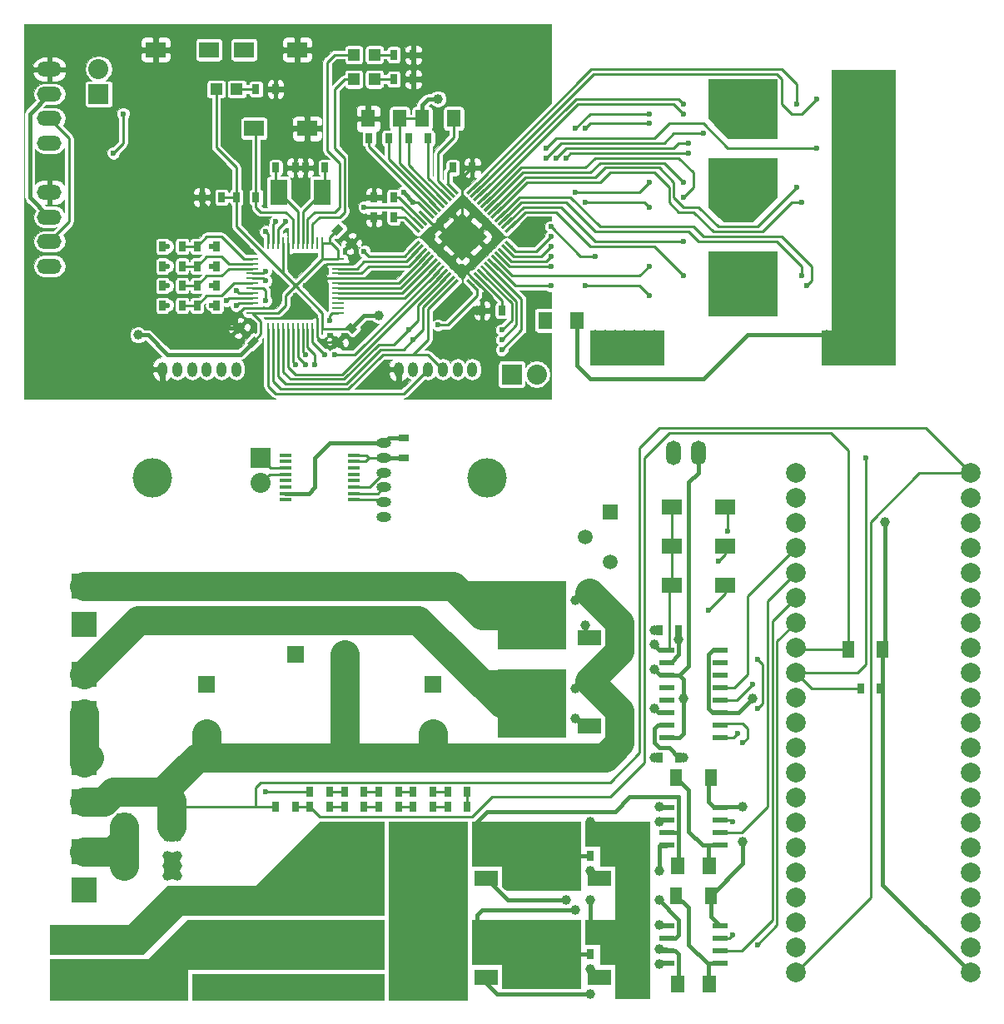
<source format=gbr>
G04 #@! TF.FileFunction,Copper,L1,Top,Signal*
%FSLAX46Y46*%
G04 Gerber Fmt 4.6, Leading zero omitted, Abs format (unit mm)*
G04 Created by KiCad (PCBNEW 4.0.7) date 07/09/18 09:37:44*
%MOMM*%
%LPD*%
G01*
G04 APERTURE LIST*
%ADD10C,0.100000*%
%ADD11R,1.198880X1.198880*%
%ADD12O,2.500000X1.500000*%
%ADD13O,1.000000X1.524000*%
%ADD14R,2.032000X2.032000*%
%ADD15O,2.032000X2.032000*%
%ADD16R,2.000000X1.600000*%
%ADD17R,0.250000X1.300000*%
%ADD18R,1.300000X0.250000*%
%ADD19R,1.800000X2.600000*%
%ADD20R,0.700000X1.000000*%
%ADD21R,1.400000X1.800000*%
%ADD22R,1.000000X0.700000*%
%ADD23R,1.200000X0.400000*%
%ADD24O,1.524000X1.000000*%
%ADD25R,1.800000X1.400000*%
%ADD26R,1.501140X2.700020*%
%ADD27R,2.499360X2.499360*%
%ADD28R,2.400000X1.500000*%
%ADD29R,7.000240X7.000240*%
%ADD30R,1.550000X0.600000*%
%ADD31C,2.000000*%
%ADD32R,1.300480X1.699260*%
%ADD33R,1.500000X0.600000*%
%ADD34O,1.500000X2.500000*%
%ADD35C,1.510000*%
%ADD36R,1.510000X1.510000*%
%ADD37C,1.700000*%
%ADD38R,1.700000X1.700000*%
%ADD39C,4.000000*%
%ADD40C,0.600000*%
%ADD41C,1.000000*%
%ADD42C,0.250000*%
%ADD43C,0.400000*%
%ADD44C,3.000000*%
%ADD45C,0.026000*%
G04 APERTURE END LIST*
D10*
D11*
X19950980Y-7000000D03*
X22049020Y-7000000D03*
X33950980Y-6000000D03*
X36049020Y-6000000D03*
D12*
X3000000Y-25000000D03*
X3000000Y-22500000D03*
X3000000Y-20000000D03*
X3000000Y-17500000D03*
X3000000Y-12500000D03*
X3000000Y-10000000D03*
X3000000Y-7500000D03*
X3000000Y-5000000D03*
D13*
X14500000Y-35500000D03*
X16000000Y-35500000D03*
X17500000Y-35500000D03*
X19000000Y-35500000D03*
X20500000Y-35500000D03*
X22000000Y-35500000D03*
D14*
X8000000Y-7500000D03*
D15*
X8000000Y-4960000D03*
D16*
X23800000Y-11000000D03*
X29200000Y-11000000D03*
D17*
X30750000Y-22650000D03*
X30250000Y-22650000D03*
X29750000Y-22650000D03*
X29250000Y-22650000D03*
X28750000Y-22650000D03*
X28250000Y-22650000D03*
X27750000Y-22650000D03*
X27250000Y-22650000D03*
X26750000Y-22650000D03*
X26250000Y-22650000D03*
X25750000Y-22650000D03*
X25250000Y-22650000D03*
D18*
X23650000Y-24250000D03*
X23650000Y-24750000D03*
X23650000Y-25250000D03*
X23650000Y-25750000D03*
X23650000Y-26250000D03*
X23650000Y-26750000D03*
X23650000Y-27250000D03*
X23650000Y-27750000D03*
X23650000Y-28250000D03*
X23650000Y-28750000D03*
X23650000Y-29250000D03*
X23650000Y-29750000D03*
D17*
X25250000Y-31350000D03*
X25750000Y-31350000D03*
X26250000Y-31350000D03*
X26750000Y-31350000D03*
X27250000Y-31350000D03*
X27750000Y-31350000D03*
X28250000Y-31350000D03*
X28750000Y-31350000D03*
X29250000Y-31350000D03*
X29750000Y-31350000D03*
X30250000Y-31350000D03*
X30750000Y-31350000D03*
D18*
X32350000Y-29750000D03*
X32350000Y-29250000D03*
X32350000Y-28750000D03*
X32350000Y-28250000D03*
X32350000Y-27750000D03*
X32350000Y-27250000D03*
X32350000Y-26750000D03*
X32350000Y-26250000D03*
X32350000Y-25750000D03*
X32350000Y-25250000D03*
X32350000Y-24750000D03*
X32350000Y-24250000D03*
D19*
X30700000Y-17500000D03*
X26300000Y-17500000D03*
D20*
X36000000Y-18000000D03*
X38000000Y-18000000D03*
X47000000Y-29500000D03*
X49000000Y-29500000D03*
X35500000Y-12000000D03*
X37500000Y-12000000D03*
D21*
X35400000Y-10000000D03*
X38600000Y-10000000D03*
D20*
X39500000Y-12000000D03*
X41500000Y-12000000D03*
D21*
X40900000Y-10000000D03*
X44100000Y-10000000D03*
D20*
X46000000Y-15000000D03*
X44000000Y-15000000D03*
D11*
X33950980Y-3500000D03*
X36049020Y-3500000D03*
D10*
G36*
X39661344Y-23661701D02*
X39449212Y-23449569D01*
X40509872Y-22388909D01*
X40722004Y-22601041D01*
X39661344Y-23661701D01*
X39661344Y-23661701D01*
G37*
G36*
X40014897Y-24015254D02*
X39802765Y-23803122D01*
X40863425Y-22742462D01*
X41075557Y-22954594D01*
X40014897Y-24015254D01*
X40014897Y-24015254D01*
G37*
G36*
X40368451Y-24368808D02*
X40156319Y-24156676D01*
X41216979Y-23096016D01*
X41429111Y-23308148D01*
X40368451Y-24368808D01*
X40368451Y-24368808D01*
G37*
G36*
X40722004Y-24722361D02*
X40509872Y-24510229D01*
X41570532Y-23449569D01*
X41782664Y-23661701D01*
X40722004Y-24722361D01*
X40722004Y-24722361D01*
G37*
G36*
X41075557Y-25075914D02*
X40863425Y-24863782D01*
X41924085Y-23803122D01*
X42136217Y-24015254D01*
X41075557Y-25075914D01*
X41075557Y-25075914D01*
G37*
G36*
X41429111Y-25429468D02*
X41216979Y-25217336D01*
X42277639Y-24156676D01*
X42489771Y-24368808D01*
X41429111Y-25429468D01*
X41429111Y-25429468D01*
G37*
G36*
X41782664Y-25783021D02*
X41570532Y-25570889D01*
X42631192Y-24510229D01*
X42843324Y-24722361D01*
X41782664Y-25783021D01*
X41782664Y-25783021D01*
G37*
G36*
X42136218Y-26136575D02*
X41924086Y-25924443D01*
X42984746Y-24863783D01*
X43196878Y-25075915D01*
X42136218Y-26136575D01*
X42136218Y-26136575D01*
G37*
G36*
X42489771Y-26490128D02*
X42277639Y-26277996D01*
X43338299Y-25217336D01*
X43550431Y-25429468D01*
X42489771Y-26490128D01*
X42489771Y-26490128D01*
G37*
G36*
X42843324Y-26843681D02*
X42631192Y-26631549D01*
X43691852Y-25570889D01*
X43903984Y-25783021D01*
X42843324Y-26843681D01*
X42843324Y-26843681D01*
G37*
G36*
X43196878Y-27197235D02*
X42984746Y-26985103D01*
X44045406Y-25924443D01*
X44257538Y-26136575D01*
X43196878Y-27197235D01*
X43196878Y-27197235D01*
G37*
G36*
X43550431Y-27550788D02*
X43338299Y-27338656D01*
X44398959Y-26277996D01*
X44611091Y-26490128D01*
X43550431Y-27550788D01*
X43550431Y-27550788D01*
G37*
G36*
X46661701Y-27338656D02*
X46449569Y-27550788D01*
X45388909Y-26490128D01*
X45601041Y-26277996D01*
X46661701Y-27338656D01*
X46661701Y-27338656D01*
G37*
G36*
X47015254Y-26985103D02*
X46803122Y-27197235D01*
X45742462Y-26136575D01*
X45954594Y-25924443D01*
X47015254Y-26985103D01*
X47015254Y-26985103D01*
G37*
G36*
X47368808Y-26631549D02*
X47156676Y-26843681D01*
X46096016Y-25783021D01*
X46308148Y-25570889D01*
X47368808Y-26631549D01*
X47368808Y-26631549D01*
G37*
G36*
X47722361Y-26277996D02*
X47510229Y-26490128D01*
X46449569Y-25429468D01*
X46661701Y-25217336D01*
X47722361Y-26277996D01*
X47722361Y-26277996D01*
G37*
G36*
X48075914Y-25924443D02*
X47863782Y-26136575D01*
X46803122Y-25075915D01*
X47015254Y-24863783D01*
X48075914Y-25924443D01*
X48075914Y-25924443D01*
G37*
G36*
X48429468Y-25570889D02*
X48217336Y-25783021D01*
X47156676Y-24722361D01*
X47368808Y-24510229D01*
X48429468Y-25570889D01*
X48429468Y-25570889D01*
G37*
G36*
X48783021Y-25217336D02*
X48570889Y-25429468D01*
X47510229Y-24368808D01*
X47722361Y-24156676D01*
X48783021Y-25217336D01*
X48783021Y-25217336D01*
G37*
G36*
X49136575Y-24863782D02*
X48924443Y-25075914D01*
X47863783Y-24015254D01*
X48075915Y-23803122D01*
X49136575Y-24863782D01*
X49136575Y-24863782D01*
G37*
G36*
X49490128Y-24510229D02*
X49277996Y-24722361D01*
X48217336Y-23661701D01*
X48429468Y-23449569D01*
X49490128Y-24510229D01*
X49490128Y-24510229D01*
G37*
G36*
X49843681Y-24156676D02*
X49631549Y-24368808D01*
X48570889Y-23308148D01*
X48783021Y-23096016D01*
X49843681Y-24156676D01*
X49843681Y-24156676D01*
G37*
G36*
X50197235Y-23803122D02*
X49985103Y-24015254D01*
X48924443Y-22954594D01*
X49136575Y-22742462D01*
X50197235Y-23803122D01*
X50197235Y-23803122D01*
G37*
G36*
X50550788Y-23449569D02*
X50338656Y-23661701D01*
X49277996Y-22601041D01*
X49490128Y-22388909D01*
X50550788Y-23449569D01*
X50550788Y-23449569D01*
G37*
G36*
X49490128Y-21611091D02*
X49277996Y-21398959D01*
X50338656Y-20338299D01*
X50550788Y-20550431D01*
X49490128Y-21611091D01*
X49490128Y-21611091D01*
G37*
G36*
X49136575Y-21257538D02*
X48924443Y-21045406D01*
X49985103Y-19984746D01*
X50197235Y-20196878D01*
X49136575Y-21257538D01*
X49136575Y-21257538D01*
G37*
G36*
X48783021Y-20903984D02*
X48570889Y-20691852D01*
X49631549Y-19631192D01*
X49843681Y-19843324D01*
X48783021Y-20903984D01*
X48783021Y-20903984D01*
G37*
G36*
X48429468Y-20550431D02*
X48217336Y-20338299D01*
X49277996Y-19277639D01*
X49490128Y-19489771D01*
X48429468Y-20550431D01*
X48429468Y-20550431D01*
G37*
G36*
X48075915Y-20196878D02*
X47863783Y-19984746D01*
X48924443Y-18924086D01*
X49136575Y-19136218D01*
X48075915Y-20196878D01*
X48075915Y-20196878D01*
G37*
G36*
X47722361Y-19843324D02*
X47510229Y-19631192D01*
X48570889Y-18570532D01*
X48783021Y-18782664D01*
X47722361Y-19843324D01*
X47722361Y-19843324D01*
G37*
G36*
X47368808Y-19489771D02*
X47156676Y-19277639D01*
X48217336Y-18216979D01*
X48429468Y-18429111D01*
X47368808Y-19489771D01*
X47368808Y-19489771D01*
G37*
G36*
X47015254Y-19136217D02*
X46803122Y-18924085D01*
X47863782Y-17863425D01*
X48075914Y-18075557D01*
X47015254Y-19136217D01*
X47015254Y-19136217D01*
G37*
G36*
X46661701Y-18782664D02*
X46449569Y-18570532D01*
X47510229Y-17509872D01*
X47722361Y-17722004D01*
X46661701Y-18782664D01*
X46661701Y-18782664D01*
G37*
G36*
X46308148Y-18429111D02*
X46096016Y-18216979D01*
X47156676Y-17156319D01*
X47368808Y-17368451D01*
X46308148Y-18429111D01*
X46308148Y-18429111D01*
G37*
G36*
X45954594Y-18075557D02*
X45742462Y-17863425D01*
X46803122Y-16802765D01*
X47015254Y-17014897D01*
X45954594Y-18075557D01*
X45954594Y-18075557D01*
G37*
G36*
X45601041Y-17722004D02*
X45388909Y-17509872D01*
X46449569Y-16449212D01*
X46661701Y-16661344D01*
X45601041Y-17722004D01*
X45601041Y-17722004D01*
G37*
G36*
X44611091Y-17509872D02*
X44398959Y-17722004D01*
X43338299Y-16661344D01*
X43550431Y-16449212D01*
X44611091Y-17509872D01*
X44611091Y-17509872D01*
G37*
G36*
X44257538Y-17863425D02*
X44045406Y-18075557D01*
X42984746Y-17014897D01*
X43196878Y-16802765D01*
X44257538Y-17863425D01*
X44257538Y-17863425D01*
G37*
G36*
X43903984Y-18216979D02*
X43691852Y-18429111D01*
X42631192Y-17368451D01*
X42843324Y-17156319D01*
X43903984Y-18216979D01*
X43903984Y-18216979D01*
G37*
G36*
X43550431Y-18570532D02*
X43338299Y-18782664D01*
X42277639Y-17722004D01*
X42489771Y-17509872D01*
X43550431Y-18570532D01*
X43550431Y-18570532D01*
G37*
G36*
X43196878Y-18924085D02*
X42984746Y-19136217D01*
X41924086Y-18075557D01*
X42136218Y-17863425D01*
X43196878Y-18924085D01*
X43196878Y-18924085D01*
G37*
G36*
X42843324Y-19277639D02*
X42631192Y-19489771D01*
X41570532Y-18429111D01*
X41782664Y-18216979D01*
X42843324Y-19277639D01*
X42843324Y-19277639D01*
G37*
G36*
X42489771Y-19631192D02*
X42277639Y-19843324D01*
X41216979Y-18782664D01*
X41429111Y-18570532D01*
X42489771Y-19631192D01*
X42489771Y-19631192D01*
G37*
G36*
X42136217Y-19984746D02*
X41924085Y-20196878D01*
X40863425Y-19136218D01*
X41075557Y-18924086D01*
X42136217Y-19984746D01*
X42136217Y-19984746D01*
G37*
G36*
X41782664Y-20338299D02*
X41570532Y-20550431D01*
X40509872Y-19489771D01*
X40722004Y-19277639D01*
X41782664Y-20338299D01*
X41782664Y-20338299D01*
G37*
G36*
X41429111Y-20691852D02*
X41216979Y-20903984D01*
X40156319Y-19843324D01*
X40368451Y-19631192D01*
X41429111Y-20691852D01*
X41429111Y-20691852D01*
G37*
G36*
X41075557Y-21045406D02*
X40863425Y-21257538D01*
X39802765Y-20196878D01*
X40014897Y-19984746D01*
X41075557Y-21045406D01*
X41075557Y-21045406D01*
G37*
G36*
X40722004Y-21398959D02*
X40509872Y-21611091D01*
X39449212Y-20550431D01*
X39661344Y-20338299D01*
X40722004Y-21398959D01*
X40722004Y-21398959D01*
G37*
G36*
X46237437Y-23237437D02*
X45000000Y-22000000D01*
X46237437Y-20762563D01*
X47474874Y-22000000D01*
X46237437Y-23237437D01*
X46237437Y-23237437D01*
G37*
G36*
X45000000Y-22000000D02*
X43762563Y-20762563D01*
X45000000Y-19525126D01*
X46237437Y-20762563D01*
X45000000Y-22000000D01*
X45000000Y-22000000D01*
G37*
G36*
X45000000Y-24474874D02*
X43762563Y-23237437D01*
X45000000Y-22000000D01*
X46237437Y-23237437D01*
X45000000Y-24474874D01*
X45000000Y-24474874D01*
G37*
G36*
X43762563Y-23237437D02*
X42525126Y-22000000D01*
X43762563Y-20762563D01*
X45000000Y-22000000D01*
X43762563Y-23237437D01*
X43762563Y-23237437D01*
G37*
D20*
X31000000Y-15000000D03*
X29000000Y-15000000D03*
X26000000Y-15000000D03*
X28000000Y-15000000D03*
D10*
G36*
X32398959Y-33308148D02*
X31691852Y-32601041D01*
X32186827Y-32106066D01*
X32893934Y-32813173D01*
X32398959Y-33308148D01*
X32398959Y-33308148D01*
G37*
G36*
X33813173Y-31893934D02*
X33106066Y-31186827D01*
X33601041Y-30691852D01*
X34308148Y-31398959D01*
X33813173Y-31893934D01*
X33813173Y-31893934D01*
G37*
G36*
X34308148Y-22601041D02*
X33601041Y-23308148D01*
X33106066Y-22813173D01*
X33813173Y-22106066D01*
X34308148Y-22601041D01*
X34308148Y-22601041D01*
G37*
G36*
X32893934Y-21186827D02*
X32186827Y-21893934D01*
X31691852Y-21398959D01*
X32398959Y-20691852D01*
X32893934Y-21186827D01*
X32893934Y-21186827D01*
G37*
D20*
X18500000Y-18000000D03*
X20500000Y-18000000D03*
D10*
G36*
X21691852Y-31398959D02*
X22398959Y-30691852D01*
X22893934Y-31186827D01*
X22186827Y-31893934D01*
X21691852Y-31398959D01*
X21691852Y-31398959D01*
G37*
G36*
X23106066Y-32813173D02*
X23813173Y-32106066D01*
X24308148Y-32601041D01*
X23601041Y-33308148D01*
X23106066Y-32813173D01*
X23106066Y-32813173D01*
G37*
D20*
X22000000Y-18000000D03*
X24000000Y-18000000D03*
X38000000Y-3500000D03*
X40000000Y-3500000D03*
X24000000Y-7000000D03*
X26000000Y-7000000D03*
X38000000Y-6000000D03*
X40000000Y-6000000D03*
X14500000Y-23000000D03*
X16500000Y-23000000D03*
X18000000Y-23000000D03*
X20000000Y-23000000D03*
X14500000Y-25000000D03*
X16500000Y-25000000D03*
X18000000Y-25000000D03*
X20000000Y-25000000D03*
X14500000Y-27000000D03*
X16500000Y-27000000D03*
X18000000Y-27000000D03*
X20000000Y-27000000D03*
X14500000Y-29000000D03*
X16500000Y-29000000D03*
X18000000Y-29000000D03*
X20000000Y-29000000D03*
D13*
X38500000Y-35500000D03*
X40000000Y-35500000D03*
X41500000Y-35500000D03*
X43000000Y-35500000D03*
X44500000Y-35500000D03*
X46000000Y-35500000D03*
D14*
X50000000Y-36000000D03*
D15*
X52540000Y-36000000D03*
D22*
X39000000Y-42500000D03*
X39000000Y-44500000D03*
D23*
X27050000Y-44225000D03*
X27050000Y-44875000D03*
X27050000Y-45525000D03*
X27050000Y-46175000D03*
X27050000Y-46825000D03*
X27050000Y-47475000D03*
X27050000Y-48125000D03*
X27050000Y-48775000D03*
X33950000Y-48775000D03*
X33950000Y-48125000D03*
X33950000Y-47475000D03*
X33950000Y-46825000D03*
X33950000Y-46175000D03*
X33950000Y-45525000D03*
X33950000Y-44875000D03*
X33950000Y-44225000D03*
D24*
X37000000Y-43000000D03*
X37000000Y-44500000D03*
X37000000Y-46000000D03*
X37000000Y-47500000D03*
X37000000Y-49000000D03*
X37000000Y-50500000D03*
D14*
X24500000Y-44500000D03*
D15*
X24500000Y-47040000D03*
D21*
X66900000Y-86000000D03*
X70100000Y-86000000D03*
D25*
X26000000Y-94900000D03*
X26000000Y-98100000D03*
X36000000Y-94900000D03*
X36000000Y-98100000D03*
X21000000Y-94900000D03*
X21000000Y-98100000D03*
X28500000Y-94900000D03*
X28500000Y-98100000D03*
X18500000Y-94900000D03*
X18500000Y-98100000D03*
X33500000Y-94900000D03*
X33500000Y-98100000D03*
X23500000Y-94900000D03*
X23500000Y-98100000D03*
X31000000Y-94900000D03*
X31000000Y-98100000D03*
D26*
X15400300Y-86000000D03*
X10599700Y-86000000D03*
X10599700Y-82000000D03*
X15400300Y-82000000D03*
D27*
X6500000Y-66531500D03*
X6500000Y-70468500D03*
X6500000Y-75531500D03*
X6500000Y-79468500D03*
D28*
X57950000Y-71800000D03*
X57950000Y-67200000D03*
D29*
X52050680Y-69500000D03*
D28*
X47450000Y-97300000D03*
X47450000Y-92700000D03*
D29*
X41550680Y-95000000D03*
D28*
X47450000Y-87300000D03*
X47450000Y-82700000D03*
D29*
X41550680Y-85000000D03*
D28*
X58950000Y-87300000D03*
X58950000Y-82700000D03*
D29*
X53050680Y-85000000D03*
D20*
X28000000Y-80000000D03*
X26000000Y-80000000D03*
X31500000Y-80000000D03*
X29500000Y-80000000D03*
X35000000Y-80000000D03*
X33000000Y-80000000D03*
X65000000Y-75000000D03*
X67000000Y-75000000D03*
X38500000Y-80000000D03*
X36500000Y-80000000D03*
X42000000Y-80000000D03*
X40000000Y-80000000D03*
X58000000Y-95000000D03*
X60000000Y-95000000D03*
X45500000Y-80000000D03*
X43500000Y-80000000D03*
X43500000Y-78500000D03*
X45500000Y-78500000D03*
X40000000Y-78500000D03*
X42000000Y-78500000D03*
X36500000Y-78500000D03*
X38500000Y-78500000D03*
X33000000Y-78500000D03*
X35000000Y-78500000D03*
X29500000Y-78500000D03*
X31500000Y-78500000D03*
X58000000Y-85000000D03*
X60000000Y-85000000D03*
D30*
X71200000Y-83905000D03*
X71200000Y-82635000D03*
X71200000Y-81365000D03*
X71200000Y-80095000D03*
X65800000Y-80095000D03*
X65800000Y-81365000D03*
X65800000Y-82635000D03*
X65800000Y-83905000D03*
D31*
X78880000Y-46020000D03*
X78880000Y-48560000D03*
X78880000Y-51100000D03*
X78880000Y-53640000D03*
X78880000Y-56180000D03*
X78880000Y-58720000D03*
X78880000Y-61260000D03*
X78880000Y-63800000D03*
X78880000Y-66340000D03*
X78880000Y-68880000D03*
X78880000Y-71420000D03*
X78880000Y-73960000D03*
X78880000Y-76500000D03*
X78880000Y-79040000D03*
X78880000Y-81580000D03*
X78880000Y-84120000D03*
X78880000Y-86660000D03*
X78880000Y-89200000D03*
X78880000Y-91740000D03*
X78880000Y-94280000D03*
X78880000Y-96820000D03*
X96660000Y-96820000D03*
X96660000Y-94280000D03*
X96660000Y-91740000D03*
X96660000Y-89200000D03*
X96660000Y-86660000D03*
X96660000Y-84120000D03*
X96660000Y-81580000D03*
X96660000Y-79040000D03*
X96660000Y-76500000D03*
X96660000Y-73960000D03*
X96660000Y-71420000D03*
X96660000Y-68880000D03*
X96660000Y-66340000D03*
X96660000Y-63800000D03*
X96660000Y-61260000D03*
X96660000Y-58720000D03*
X96660000Y-56180000D03*
X96660000Y-53640000D03*
X96660000Y-51100000D03*
X96660000Y-48560000D03*
X96660000Y-46020000D03*
D32*
X87750060Y-64000000D03*
X84249940Y-64000000D03*
X66749940Y-77000000D03*
X70250060Y-77000000D03*
D21*
X66900000Y-98000000D03*
X70100000Y-98000000D03*
D32*
X66749940Y-89000000D03*
X70250060Y-89000000D03*
D27*
X6500000Y-93531500D03*
X6500000Y-97468500D03*
X6500000Y-57531500D03*
X6500000Y-61468500D03*
D28*
X58950000Y-97300000D03*
X58950000Y-92700000D03*
D29*
X53050680Y-95000000D03*
D28*
X57950000Y-62800000D03*
X57950000Y-58200000D03*
D29*
X52050680Y-60500000D03*
D20*
X65000000Y-62000000D03*
X67000000Y-62000000D03*
D30*
X71200000Y-95905000D03*
X71200000Y-94635000D03*
X71200000Y-93365000D03*
X71200000Y-92095000D03*
X65800000Y-92095000D03*
X65800000Y-93365000D03*
X65800000Y-94635000D03*
X65800000Y-95905000D03*
D33*
X71200000Y-72945000D03*
X71200000Y-71675000D03*
X71200000Y-70405000D03*
X71200000Y-69135000D03*
X71200000Y-67865000D03*
X71200000Y-66595000D03*
X71200000Y-65325000D03*
X71200000Y-64055000D03*
X65800000Y-64055000D03*
X65800000Y-65325000D03*
X65800000Y-66595000D03*
X65800000Y-67865000D03*
X65800000Y-69135000D03*
X65800000Y-70405000D03*
X65800000Y-71675000D03*
X65800000Y-72945000D03*
D27*
X6500000Y-84531500D03*
X6500000Y-88468500D03*
D34*
X69000000Y-44000000D03*
X66500000Y-44000000D03*
D20*
X85500000Y-68000000D03*
X87500000Y-68000000D03*
D16*
X66300000Y-49500000D03*
X71700000Y-49500000D03*
X66300000Y-53500000D03*
X71700000Y-53500000D03*
X66300000Y-57500000D03*
X71700000Y-57500000D03*
D35*
X60000000Y-55080000D03*
D36*
X60000000Y-50000000D03*
D35*
X57460000Y-52540000D03*
D20*
X36000000Y-20000000D03*
X38000000Y-20000000D03*
D37*
X19000000Y-72500000D03*
D38*
X19000000Y-67500000D03*
D37*
X33000000Y-64500000D03*
D38*
X28000000Y-64500000D03*
D37*
X42000000Y-72500000D03*
D38*
X42000000Y-67500000D03*
D21*
X53400000Y-30500000D03*
X56600000Y-30500000D03*
D16*
X13800000Y-3000000D03*
X19200000Y-3000000D03*
X28200000Y-3000000D03*
X22800000Y-3000000D03*
D39*
X13500000Y-46500000D03*
X47500000Y-46500000D03*
D40*
X23500000Y-23500000D03*
X34000000Y-23000000D03*
X34500000Y-12000000D03*
X42000000Y-22000000D03*
X45000000Y-25000000D03*
D41*
X1000000Y-19500000D03*
X10000000Y-30000000D03*
D40*
X30000000Y-8000000D03*
X33000000Y-8000000D03*
X45500000Y-33000000D03*
X27000000Y-27000000D03*
X28000000Y-26000000D03*
X29000000Y-27000000D03*
X28000000Y-28000000D03*
X36000000Y-26000000D03*
X36500000Y-20000000D03*
X36500000Y-18000000D03*
D41*
X45000000Y-23237437D03*
X43762563Y-22000000D03*
X46237437Y-22000000D03*
X45000000Y-20762563D03*
X46500000Y-29500000D03*
X36500000Y-30000000D03*
D40*
X28000000Y-27000000D03*
D41*
X12000000Y-32000000D03*
D40*
X9500000Y-13500000D03*
X10500000Y-9500000D03*
X31500000Y-30500000D03*
X31000000Y-34000000D03*
X28000000Y-35000000D03*
X29000000Y-35000000D03*
X29000000Y-34000000D03*
X30000000Y-35000000D03*
D41*
X59500000Y-34000000D03*
X60500000Y-34000000D03*
X61500000Y-34000000D03*
X62500000Y-34000000D03*
X61500000Y-33000000D03*
X60500000Y-33000000D03*
X59500000Y-33000000D03*
X58500000Y-33000000D03*
X58500000Y-34000000D03*
X58500000Y-32000000D03*
X59500000Y-32000000D03*
X60500000Y-32000000D03*
X61500000Y-32000000D03*
X62500000Y-32000000D03*
X63500000Y-32000000D03*
X64500000Y-32000000D03*
X64500000Y-33000000D03*
X64500000Y-34000000D03*
X63500000Y-34000000D03*
X63500000Y-33000000D03*
X62500000Y-33000000D03*
D40*
X58500000Y-24000000D03*
X54000000Y-21000000D03*
X64000000Y-28000000D03*
X57500000Y-27000000D03*
X54000000Y-27000000D03*
X57500000Y-11000000D03*
X64000000Y-10500000D03*
X19500000Y-29000000D03*
X19500000Y-27000000D03*
X19500000Y-25000000D03*
X19500000Y-23000000D03*
X54000000Y-25000000D03*
X57500000Y-18500000D03*
X54000000Y-23000000D03*
X64000000Y-19000000D03*
X79000000Y-8500000D03*
D41*
X70500000Y-9500000D03*
X70500000Y-8500000D03*
X70500000Y-7500000D03*
X71500000Y-7500000D03*
X71500000Y-8500000D03*
X72500000Y-8500000D03*
X72500000Y-7500000D03*
X73500000Y-7500000D03*
X73500000Y-8500000D03*
X74500000Y-8500000D03*
X74500000Y-7500000D03*
X72500000Y-11500000D03*
X72500000Y-10500000D03*
X73500000Y-10500000D03*
X74500000Y-10500000D03*
X74500000Y-9500000D03*
X73500000Y-9500000D03*
X72500000Y-9500000D03*
X71500000Y-9500000D03*
X71500000Y-10500000D03*
X70500000Y-6500000D03*
X71500000Y-6500000D03*
X72500000Y-6500000D03*
X73500000Y-6500000D03*
X74500000Y-6500000D03*
X75500000Y-6500000D03*
X75500000Y-7500000D03*
X75500000Y-8500000D03*
X75500000Y-9500000D03*
X75500000Y-10500000D03*
X75500000Y-11500000D03*
X74500000Y-11500000D03*
X73500000Y-11500000D03*
D40*
X53500000Y-14000000D03*
X69500000Y-11500000D03*
X15000000Y-23000000D03*
X81000000Y-8000000D03*
D41*
X82000000Y-32000000D03*
X82000000Y-33000000D03*
X82000000Y-34000000D03*
X42500000Y-8000000D03*
X87000000Y-33000000D03*
X87000000Y-32000000D03*
X86000000Y-32000000D03*
X86000000Y-33000000D03*
X86000000Y-34000000D03*
X85000000Y-34000000D03*
X85000000Y-33000000D03*
X85000000Y-32000000D03*
X84000000Y-32000000D03*
X84000000Y-33000000D03*
X84000000Y-34000000D03*
X83000000Y-34000000D03*
X83000000Y-33000000D03*
X83000000Y-32000000D03*
X88000000Y-32000000D03*
X88000000Y-33000000D03*
X88000000Y-34000000D03*
X87000000Y-34000000D03*
X88000000Y-6000000D03*
X88000000Y-7500000D03*
X88000000Y-9000000D03*
X88000000Y-10500000D03*
X88000000Y-12000000D03*
X88000000Y-13500000D03*
X88000000Y-15000000D03*
X88000000Y-16500000D03*
X88000000Y-18000000D03*
X88000000Y-19500000D03*
X88000000Y-21000000D03*
X88000000Y-22500000D03*
X88000000Y-24000000D03*
X88000000Y-25500000D03*
X88000000Y-27000000D03*
X88000000Y-28500000D03*
X88000000Y-30000000D03*
D40*
X81000000Y-13000000D03*
X15000000Y-29000000D03*
X53500000Y-13000000D03*
X67500000Y-9500000D03*
X54000000Y-22000000D03*
X56500000Y-11000000D03*
X64000000Y-9500000D03*
X67500000Y-8500000D03*
X79500000Y-18500000D03*
D41*
X71000000Y-18500000D03*
X71000000Y-17500000D03*
X71000000Y-16500000D03*
X72000000Y-16500000D03*
X72000000Y-17500000D03*
X73000000Y-17500000D03*
X73000000Y-16500000D03*
X74000000Y-16500000D03*
X74000000Y-17500000D03*
X75000000Y-17500000D03*
X75000000Y-16500000D03*
X76000000Y-16500000D03*
X76000000Y-17500000D03*
X75000000Y-18500000D03*
X74000000Y-19500000D03*
X73000000Y-19500000D03*
X72000000Y-19500000D03*
X72000000Y-18500000D03*
X73000000Y-18500000D03*
X74000000Y-18500000D03*
X76000000Y-14500000D03*
X75000000Y-14500000D03*
X74000000Y-14500000D03*
X73000000Y-14500000D03*
X72000000Y-14500000D03*
X71000000Y-14500000D03*
X71000000Y-15500000D03*
X72000000Y-15500000D03*
X73000000Y-15500000D03*
X74000000Y-15500000D03*
X75000000Y-15500000D03*
X76000000Y-15500000D03*
D40*
X54500000Y-14000000D03*
X68000000Y-12500000D03*
X15000000Y-25000000D03*
X79000000Y-17000000D03*
X67500000Y-18000000D03*
X54000000Y-24000000D03*
X56500000Y-17500000D03*
X64000000Y-16500000D03*
X67500000Y-16500000D03*
X80000000Y-27000000D03*
D41*
X70500000Y-26000000D03*
X70500000Y-25000000D03*
X71500000Y-25000000D03*
X71500000Y-26000000D03*
X72500000Y-26000000D03*
X72500000Y-25000000D03*
X73500000Y-25000000D03*
X73500000Y-26000000D03*
X74500000Y-26000000D03*
X74500000Y-25000000D03*
X75500000Y-25000000D03*
X75500000Y-26000000D03*
X75500000Y-29000000D03*
X74500000Y-29000000D03*
X73500000Y-29000000D03*
X72500000Y-29000000D03*
X71500000Y-29000000D03*
X70500000Y-29000000D03*
X70500000Y-28000000D03*
X71500000Y-28000000D03*
X72500000Y-28000000D03*
X73500000Y-28000000D03*
X74500000Y-28000000D03*
X75500000Y-28000000D03*
X75500000Y-27000000D03*
X74500000Y-27000000D03*
X73500000Y-27000000D03*
X72500000Y-27000000D03*
X71500000Y-27000000D03*
X70500000Y-27000000D03*
X70500000Y-24000000D03*
X71500000Y-24000000D03*
X72500000Y-24000000D03*
X73500000Y-24000000D03*
X74500000Y-24000000D03*
X75500000Y-24000000D03*
X76500000Y-24000000D03*
X76500000Y-25000000D03*
X76500000Y-26000000D03*
X76500000Y-27000000D03*
X76500000Y-28000000D03*
X76500000Y-29000000D03*
D40*
X55500000Y-14000000D03*
X68000000Y-13500000D03*
X15000000Y-27000000D03*
X79500000Y-26000000D03*
X67500000Y-26000000D03*
X64000000Y-25000000D03*
X67500000Y-22500000D03*
X53000000Y-30500000D03*
X39000000Y-17500000D03*
X40000000Y-18500000D03*
X27000000Y-20500000D03*
X49000000Y-31500000D03*
X26000000Y-20500000D03*
X49000000Y-32500000D03*
X49000000Y-33500000D03*
X25000000Y-21500000D03*
X21000000Y-28500000D03*
X35000000Y-19000000D03*
X22000000Y-29000000D03*
X32000000Y-34000000D03*
X40000000Y-32500000D03*
X39500000Y-31500000D03*
X25000000Y-25500000D03*
X25000000Y-26500000D03*
D41*
X16000000Y-85000000D03*
X16000000Y-86000000D03*
X16000000Y-87000000D03*
X15000000Y-87000000D03*
X15000000Y-86000000D03*
X15000000Y-85000000D03*
D40*
X25000000Y-78500000D03*
D41*
X36000000Y-90500000D03*
X36000000Y-89500000D03*
X36000000Y-88500000D03*
X36000000Y-87500000D03*
X36000000Y-86500000D03*
X36000000Y-85500000D03*
X36000000Y-84500000D03*
X36000000Y-83500000D03*
X36000000Y-82500000D03*
X51000000Y-83000000D03*
X51000000Y-84000000D03*
X51000000Y-85000000D03*
X51000000Y-86000000D03*
X51000000Y-87000000D03*
X49000000Y-82000000D03*
X48000000Y-82000000D03*
X47000000Y-82000000D03*
X47000000Y-83000000D03*
X47000000Y-84000000D03*
X48000000Y-84000000D03*
X48000000Y-83000000D03*
X49000000Y-83000000D03*
X49000000Y-84000000D03*
X49000000Y-85000000D03*
X48000000Y-85000000D03*
X47000000Y-85000000D03*
X50000000Y-87000000D03*
X50000000Y-86000000D03*
X50000000Y-85000000D03*
X50000000Y-84000000D03*
X50000000Y-83000000D03*
X50000000Y-82000000D03*
X51000000Y-82000000D03*
X52000000Y-82000000D03*
X53000000Y-82000000D03*
X54000000Y-82000000D03*
X55000000Y-82000000D03*
X56000000Y-82000000D03*
X56000000Y-83000000D03*
X56000000Y-84000000D03*
X56000000Y-85000000D03*
X56000000Y-86000000D03*
X56000000Y-87000000D03*
X56000000Y-88000000D03*
X55000000Y-88000000D03*
X54000000Y-88000000D03*
X53000000Y-88000000D03*
X52000000Y-88000000D03*
X51000000Y-88000000D03*
X50000000Y-88000000D03*
X36000000Y-96000000D03*
X35000000Y-96000000D03*
X34000000Y-96000000D03*
X33000000Y-96000000D03*
X32000000Y-96000000D03*
X31000000Y-96000000D03*
X30000000Y-96000000D03*
X29000000Y-96000000D03*
X28000000Y-96000000D03*
X27000000Y-96000000D03*
X26000000Y-96000000D03*
X25000000Y-96000000D03*
X24000000Y-96000000D03*
X23000000Y-96000000D03*
X22000000Y-96000000D03*
X21000000Y-96000000D03*
X20000000Y-96000000D03*
X19000000Y-96000000D03*
X18000000Y-96000000D03*
X73500000Y-80000000D03*
X73500000Y-83500000D03*
X64500000Y-75000000D03*
X56500000Y-71000000D03*
X58000000Y-99000000D03*
X65000000Y-96000000D03*
X65000000Y-86500000D03*
X55500000Y-89500000D03*
X65000000Y-80000000D03*
X58000000Y-86500000D03*
D40*
X75000000Y-94000000D03*
X72500000Y-93000000D03*
X72500000Y-81500000D03*
D41*
X15000000Y-81000000D03*
X16000000Y-81000000D03*
X16000000Y-82000000D03*
X16000000Y-83000000D03*
X15000000Y-83000000D03*
X15000000Y-82000000D03*
D40*
X74500000Y-67500000D03*
D41*
X56500000Y-68000000D03*
X64500000Y-70000000D03*
X64500000Y-63500000D03*
X56500000Y-59000000D03*
X65000000Y-81500000D03*
X58000000Y-81500000D03*
X65000000Y-89500000D03*
X58000000Y-89500000D03*
X74500000Y-69000000D03*
X88000000Y-51000000D03*
X48000000Y-93000000D03*
X48000000Y-94000000D03*
X50000000Y-93000000D03*
X50000000Y-94000000D03*
X50000000Y-95000000D03*
X51000000Y-96000000D03*
X51000000Y-97000000D03*
X51000000Y-93000000D03*
X51000000Y-94000000D03*
X51000000Y-95000000D03*
X49000000Y-93000000D03*
X49000000Y-94000000D03*
X52000000Y-92000000D03*
X53000000Y-92000000D03*
X54000000Y-92000000D03*
X55000000Y-92000000D03*
X47000000Y-94000000D03*
X47000000Y-93000000D03*
X47000000Y-92000000D03*
X48000000Y-92000000D03*
X49000000Y-92000000D03*
X50000000Y-92000000D03*
X51000000Y-92000000D03*
X56000000Y-92000000D03*
X56000000Y-93000000D03*
X56000000Y-94000000D03*
X56000000Y-95000000D03*
X56000000Y-96000000D03*
X56000000Y-97000000D03*
X56000000Y-98000000D03*
X55000000Y-98000000D03*
X54000000Y-98000000D03*
X53000000Y-98000000D03*
X52000000Y-98000000D03*
X51000000Y-98000000D03*
X50000000Y-98000000D03*
X50000000Y-97000000D03*
X50000000Y-96000000D03*
X49000000Y-95000000D03*
X48000000Y-95000000D03*
X47000000Y-95000000D03*
X29000000Y-97500000D03*
X30000000Y-97500000D03*
X31000000Y-97500000D03*
X32000000Y-97500000D03*
X33000000Y-97500000D03*
X34000000Y-97500000D03*
X35000000Y-97500000D03*
X36000000Y-97500000D03*
X27000000Y-99000000D03*
X28000000Y-99000000D03*
X29000000Y-99000000D03*
X30000000Y-99000000D03*
X31000000Y-99000000D03*
X32000000Y-99000000D03*
X33000000Y-99000000D03*
X34000000Y-99000000D03*
X35000000Y-99000000D03*
X36000000Y-99000000D03*
X18000000Y-99000000D03*
X26000000Y-99000000D03*
X25000000Y-99000000D03*
X24000000Y-99000000D03*
X23000000Y-99000000D03*
X22000000Y-99000000D03*
X21000000Y-99000000D03*
X20000000Y-99000000D03*
X19000000Y-99000000D03*
X18000000Y-97500000D03*
X19000000Y-97500000D03*
X20000000Y-97500000D03*
X21000000Y-97500000D03*
X22000000Y-97500000D03*
X23000000Y-97500000D03*
X24000000Y-97500000D03*
X25000000Y-97500000D03*
X26000000Y-97500000D03*
X27000000Y-97500000D03*
X28000000Y-97500000D03*
X65000000Y-94500000D03*
X56500000Y-90500000D03*
X67500000Y-69000000D03*
X64500000Y-66000000D03*
X58000000Y-96500000D03*
X65000000Y-92000000D03*
X57500000Y-61500000D03*
X64500000Y-62000000D03*
X67500000Y-75000000D03*
X67000000Y-63000000D03*
D40*
X73000000Y-72500000D03*
X73500000Y-73500000D03*
X22000000Y-27500000D03*
X35000000Y-23500000D03*
X86000000Y-44500000D03*
X72000000Y-52000000D03*
X71000000Y-55000000D03*
X70000000Y-60000000D03*
X42500000Y-31000000D03*
X25000000Y-28500000D03*
X75000000Y-70000000D03*
X75000000Y-65000000D03*
D42*
X23000000Y-23000000D02*
X23500000Y-23500000D01*
X23650000Y-29250000D02*
X25750000Y-29250000D01*
X25750000Y-29250000D02*
X26500000Y-28500000D01*
X26500000Y-28500000D02*
X26500000Y-27500000D01*
X33707107Y-22707107D02*
X34000000Y-23000000D01*
X46378858Y-26560839D02*
X45000000Y-25181981D01*
X42000000Y-20767767D02*
X41146268Y-19914035D01*
X42000000Y-22000000D02*
X42000000Y-20767767D01*
X45000000Y-25181981D02*
X45000000Y-25000000D01*
D43*
X2000000Y-30000000D02*
X10000000Y-30000000D01*
X1000000Y-29000000D02*
X2000000Y-30000000D01*
X1000000Y-19500000D02*
X1000000Y-29000000D01*
D42*
X18500000Y-18000000D02*
X18500000Y-18500000D01*
X18500000Y-18500000D02*
X23000000Y-23000000D01*
X33000000Y-8000000D02*
X33000000Y-13000000D01*
X34500000Y-21914214D02*
X33707107Y-22707107D01*
X34500000Y-20000000D02*
X34500000Y-21914214D01*
X33450002Y-18950002D02*
X34500000Y-20000000D01*
X33450002Y-13450002D02*
X33450002Y-18950002D01*
X33000000Y-13000000D02*
X33450002Y-13450002D01*
D43*
X22292893Y-31292893D02*
X13792893Y-31292893D01*
X13792893Y-31292893D02*
X12500000Y-30000000D01*
X12500000Y-30000000D02*
X10000000Y-30000000D01*
X14500000Y-35500000D02*
X11500000Y-35500000D01*
X10000000Y-34000000D02*
X10000000Y-30000000D01*
X11500000Y-35500000D02*
X10000000Y-34000000D01*
D42*
X26000000Y-7000000D02*
X29000000Y-7000000D01*
X29000000Y-7000000D02*
X30000000Y-8000000D01*
X40000000Y-6000000D02*
X40000000Y-7500000D01*
X29200000Y-8800000D02*
X29200000Y-11000000D01*
X30000000Y-8000000D02*
X29200000Y-8800000D01*
X39500000Y-8000000D02*
X33000000Y-8000000D01*
X40000000Y-7500000D02*
X39500000Y-8000000D01*
X40000000Y-3500000D02*
X40000000Y-6000000D01*
X46378858Y-26560839D02*
X48000000Y-28181981D01*
X48000000Y-30500000D02*
X45500000Y-33000000D01*
X48000000Y-28181981D02*
X48000000Y-30500000D01*
X29000000Y-15000000D02*
X29000000Y-11200000D01*
X29000000Y-11200000D02*
X29200000Y-11000000D01*
X28000000Y-15000000D02*
X29000000Y-15000000D01*
X22292893Y-31292893D02*
X22000000Y-31000000D01*
X22750000Y-29250000D02*
X23650000Y-29250000D01*
X22000000Y-30000000D02*
X22750000Y-29250000D01*
X22000000Y-31000000D02*
X22000000Y-30000000D01*
X32350000Y-26250000D02*
X29750000Y-26250000D01*
X29750000Y-26250000D02*
X30000000Y-26000000D01*
X26500000Y-27500000D02*
X27000000Y-27000000D01*
X27250000Y-25250000D02*
X28000000Y-26000000D01*
X27250000Y-25250000D02*
X27250000Y-22650000D01*
X31250000Y-24750000D02*
X30000000Y-26000000D01*
X32350000Y-24750000D02*
X31250000Y-24750000D01*
X30000000Y-26000000D02*
X29000000Y-27000000D01*
X30250000Y-30250000D02*
X28000000Y-28000000D01*
X30250000Y-30250000D02*
X30250000Y-31350000D01*
X32350000Y-26250000D02*
X35750000Y-26250000D01*
X35750000Y-26250000D02*
X36000000Y-26000000D01*
X32350000Y-24750000D02*
X33750000Y-24750000D01*
X33750000Y-24750000D02*
X34000000Y-24500000D01*
X34000000Y-24500000D02*
X34000000Y-23500000D01*
X34000000Y-23000000D02*
X33707107Y-22707107D01*
X34000000Y-23500000D02*
X34000000Y-23000000D01*
X30250000Y-31350000D02*
X30250000Y-32250000D01*
X30250000Y-32250000D02*
X30707107Y-32707107D01*
X30707107Y-32707107D02*
X32292893Y-32707107D01*
X36000000Y-20000000D02*
X36500000Y-20000000D01*
D43*
X47000000Y-29500000D02*
X46500000Y-29500000D01*
D42*
X36500000Y-18000000D02*
X36000000Y-18000000D01*
X45000000Y-20762563D02*
X43762563Y-22000000D01*
X35400000Y-10000000D02*
X34500000Y-10000000D01*
X34500000Y-10000000D02*
X33500000Y-11000000D01*
X33500000Y-11000000D02*
X33500000Y-12500000D01*
X33500000Y-12500000D02*
X36000000Y-15000000D01*
X36000000Y-15000000D02*
X36000000Y-18000000D01*
X46000000Y-15000000D02*
X45000000Y-16000000D01*
X45000000Y-16000000D02*
X45000000Y-16500000D01*
X45000000Y-16500000D02*
X45000000Y-17000000D01*
X45000000Y-17000000D02*
X45000000Y-20762563D01*
X46767767Y-22000000D02*
X46237437Y-22000000D01*
X46237437Y-22000000D02*
X46237437Y-22883884D01*
X45000000Y-20762563D02*
X46237437Y-22000000D01*
X46237437Y-22000000D02*
X45000000Y-23237437D01*
X24000000Y-18000000D02*
X24000000Y-11200000D01*
X24000000Y-11200000D02*
X23800000Y-11000000D01*
X24000000Y-18000000D02*
X24000000Y-19000000D01*
X27750000Y-20250000D02*
X27750000Y-22650000D01*
X27000000Y-19500000D02*
X27750000Y-20250000D01*
X24500000Y-19500000D02*
X27000000Y-19500000D01*
X24000000Y-19000000D02*
X24500000Y-19500000D01*
X22000000Y-19500000D02*
X22000000Y-21000000D01*
X23650000Y-29750000D02*
X26250000Y-29750000D01*
X26250000Y-29750000D02*
X27000000Y-29000000D01*
X27000000Y-29000000D02*
X27000000Y-28000000D01*
D43*
X33707107Y-31292893D02*
X35000000Y-30000000D01*
X35000000Y-30000000D02*
X36500000Y-30000000D01*
D42*
X26750000Y-25750000D02*
X22000000Y-21000000D01*
X28000000Y-27000000D02*
X30750000Y-29750000D01*
X30750000Y-29750000D02*
X30750000Y-31350000D01*
X26750000Y-25750000D02*
X28000000Y-27000000D01*
X30750000Y-24250000D02*
X32350000Y-24250000D01*
X28000000Y-27000000D02*
X30750000Y-24250000D01*
X30750000Y-24250000D02*
X30750000Y-22650000D01*
X26750000Y-25750000D02*
X26750000Y-22650000D01*
D43*
X13000000Y-32000000D02*
X15000000Y-34000000D01*
X12000000Y-32000000D02*
X13000000Y-32000000D01*
D42*
X19950980Y-7000000D02*
X19950980Y-12950980D01*
X22000000Y-15000000D02*
X22000000Y-18000000D01*
X19950980Y-12950980D02*
X22000000Y-15000000D01*
X22000000Y-18000000D02*
X20500000Y-18000000D01*
X22000000Y-18000000D02*
X22000000Y-19500000D01*
D43*
X22414214Y-34000000D02*
X23707107Y-32707107D01*
X15000000Y-34000000D02*
X22414214Y-34000000D01*
D42*
X23650000Y-29750000D02*
X24500000Y-30600000D01*
X24500000Y-30600000D02*
X24500000Y-31914214D01*
X24500000Y-31914214D02*
X23707107Y-32707107D01*
X27000000Y-28000000D02*
X28000000Y-27000000D01*
X31500000Y-22650000D02*
X31500000Y-22085786D01*
X31500000Y-22085786D02*
X32292893Y-21292893D01*
X32350000Y-24250000D02*
X32350000Y-23350000D01*
X31650000Y-22650000D02*
X31500000Y-22650000D01*
X31500000Y-22650000D02*
X30750000Y-22650000D01*
X32350000Y-23350000D02*
X31650000Y-22650000D01*
X30750000Y-31350000D02*
X33650000Y-31350000D01*
X33650000Y-31350000D02*
X33707107Y-31292893D01*
X28750000Y-22650000D02*
X28750000Y-19450000D01*
X28750000Y-19450000D02*
X30700000Y-17500000D01*
X30700000Y-17500000D02*
X31000000Y-17200000D01*
X31000000Y-17200000D02*
X31000000Y-15000000D01*
X31000000Y-18200000D02*
X30700000Y-18500000D01*
X26300000Y-17500000D02*
X28250000Y-19450000D01*
X28250000Y-19450000D02*
X28250000Y-22650000D01*
X26300000Y-17500000D02*
X26000000Y-17200000D01*
X26000000Y-17200000D02*
X26000000Y-15000000D01*
X26300000Y-18500000D02*
X26000000Y-18200000D01*
D43*
X3000000Y-7500000D02*
X1000000Y-9500000D01*
X1000000Y-18000000D02*
X3000000Y-20000000D01*
X1000000Y-9500000D02*
X1000000Y-18000000D01*
D42*
X22049020Y-7000000D02*
X24000000Y-7000000D01*
X36049020Y-6000000D02*
X38000000Y-6000000D01*
X10500000Y-12500000D02*
X9500000Y-13500000D01*
X10500000Y-9500000D02*
X10500000Y-12500000D01*
X3000000Y-10000000D02*
X5000000Y-12000000D01*
X5000000Y-20500000D02*
X3000000Y-22500000D01*
X5000000Y-12000000D02*
X5000000Y-20500000D01*
X32350000Y-29750000D02*
X31750000Y-29750000D01*
X31750000Y-29750000D02*
X31500000Y-30000000D01*
X31500000Y-30000000D02*
X31500000Y-30500000D01*
X29750000Y-32750000D02*
X31000000Y-34000000D01*
X29750000Y-32750000D02*
X29750000Y-31350000D01*
X27750000Y-34750000D02*
X28000000Y-35000000D01*
X27750000Y-31350000D02*
X27750000Y-34750000D01*
X28250000Y-34250000D02*
X29000000Y-35000000D01*
X28250000Y-34250000D02*
X28250000Y-31350000D01*
X28750000Y-33750000D02*
X28750000Y-31350000D01*
X28750000Y-33750000D02*
X29000000Y-34000000D01*
X29250000Y-31350000D02*
X29250000Y-33250000D01*
X30000000Y-34000000D02*
X30000000Y-35000000D01*
X29250000Y-33250000D02*
X30000000Y-34000000D01*
X58500000Y-34000000D02*
X59500000Y-34000000D01*
X60500000Y-34000000D02*
X61500000Y-34000000D01*
X61500000Y-33000000D02*
X60500000Y-33000000D01*
X59500000Y-33000000D02*
X58500000Y-33000000D01*
X58500000Y-32000000D02*
X59500000Y-32000000D01*
X60500000Y-32000000D02*
X61500000Y-32000000D01*
X62500000Y-32000000D02*
X63500000Y-32000000D01*
X64500000Y-32000000D02*
X64500000Y-33000000D01*
X64500000Y-34000000D02*
X63500000Y-34000000D01*
X63500000Y-33000000D02*
X62500000Y-33000000D01*
X57000000Y-24000000D02*
X58500000Y-24000000D01*
X54000000Y-21000000D02*
X57000000Y-24000000D01*
X48146625Y-24793072D02*
X50353553Y-27000000D01*
X63000000Y-27000000D02*
X64000000Y-28000000D01*
X57500000Y-27000000D02*
X63000000Y-27000000D01*
X50353553Y-27000000D02*
X54000000Y-27000000D01*
X64000000Y-10500000D02*
X58000000Y-10500000D01*
X58000000Y-10500000D02*
X57500000Y-11000000D01*
X19500000Y-29000000D02*
X20000000Y-29000000D01*
X19500000Y-27000000D02*
X20000000Y-27000000D01*
X20000000Y-25000000D02*
X19500000Y-25000000D01*
X19500000Y-23000000D02*
X20000000Y-23000000D01*
X64000000Y-19000000D02*
X63500000Y-18500000D01*
X49767767Y-25000000D02*
X48853732Y-24085965D01*
X54000000Y-25000000D02*
X49767767Y-25000000D01*
X63500000Y-18500000D02*
X57500000Y-18500000D01*
X49560839Y-23378858D02*
X50181981Y-24000000D01*
X53000000Y-24000000D02*
X54000000Y-23000000D01*
X50181981Y-24000000D02*
X53000000Y-24000000D01*
X38000000Y-18000000D02*
X38525127Y-18000000D01*
X38525127Y-18000000D02*
X40792715Y-20267588D01*
X46732412Y-26207285D02*
X49000000Y-28474873D01*
X49000000Y-28474873D02*
X49000000Y-29500000D01*
X41853375Y-19206928D02*
X35500000Y-12853553D01*
X35500000Y-12853553D02*
X35500000Y-12000000D01*
X37500000Y-12000000D02*
X37500000Y-14146447D01*
X37500000Y-14146447D02*
X42206928Y-18853375D01*
X39500000Y-12000000D02*
X39500000Y-14732233D01*
X39500000Y-14732233D02*
X42914035Y-18146268D01*
X43267588Y-17792715D02*
X41500000Y-16025127D01*
X41500000Y-16025127D02*
X41500000Y-12000000D01*
X44100000Y-10000000D02*
X44100000Y-11900000D01*
X42500000Y-16318019D02*
X43621142Y-17439161D01*
X42500000Y-13500000D02*
X42500000Y-16318019D01*
X44100000Y-11900000D02*
X42500000Y-13500000D01*
X43500000Y-16610913D02*
X43500000Y-15500000D01*
X43974695Y-17085608D02*
X43500000Y-16610913D01*
X43500000Y-15500000D02*
X44000000Y-15000000D01*
X33950980Y-6000000D02*
X33000000Y-6000000D01*
X29750000Y-20750000D02*
X30500000Y-20000000D01*
X30500000Y-20000000D02*
X32500000Y-20000000D01*
X32500000Y-20000000D02*
X33000000Y-19500000D01*
X33000000Y-19500000D02*
X33000000Y-14000000D01*
X29750000Y-20750000D02*
X29750000Y-22650000D01*
X32000000Y-13000000D02*
X33000000Y-14000000D01*
X32000000Y-7000000D02*
X32000000Y-13000000D01*
X33000000Y-6000000D02*
X32000000Y-7000000D01*
X31250000Y-13250000D02*
X31250000Y-4250000D01*
X29250000Y-20250000D02*
X30000000Y-19500000D01*
X30000000Y-19500000D02*
X32000000Y-19500000D01*
X32000000Y-19500000D02*
X32500000Y-19000000D01*
X32500000Y-19000000D02*
X32500000Y-14500000D01*
X32500000Y-14500000D02*
X31250000Y-13250000D01*
X29250000Y-22650000D02*
X29250000Y-20250000D01*
X32000000Y-3500000D02*
X33950980Y-3500000D01*
X31250000Y-4250000D02*
X32000000Y-3500000D01*
X38000000Y-3500000D02*
X36049020Y-3500000D01*
X79000000Y-8500000D02*
X79000000Y-6500000D01*
X77500000Y-5000000D02*
X58110913Y-5000000D01*
X79000000Y-6500000D02*
X77500000Y-5000000D01*
X46025305Y-17085608D02*
X58110913Y-5000000D01*
X70500000Y-9500000D02*
X70500000Y-8500000D01*
X70500000Y-7500000D02*
X71500000Y-7500000D01*
X71500000Y-8500000D02*
X72500000Y-8500000D01*
X72500000Y-7500000D02*
X73500000Y-7500000D01*
X73500000Y-8500000D02*
X74500000Y-8500000D01*
X73500000Y-11500000D02*
X72500000Y-11500000D01*
X72500000Y-10500000D02*
X73500000Y-10500000D01*
X74500000Y-10500000D02*
X74500000Y-9500000D01*
X73500000Y-9500000D02*
X72500000Y-9500000D01*
X71500000Y-9500000D02*
X71500000Y-10500000D01*
X70500000Y-6500000D02*
X71500000Y-6500000D01*
X72500000Y-6500000D02*
X73500000Y-6500000D01*
X74500000Y-6500000D02*
X75500000Y-6500000D01*
X75500000Y-7500000D02*
X75500000Y-8500000D01*
X75500000Y-9500000D02*
X75500000Y-10500000D01*
X75500000Y-11500000D02*
X74500000Y-11500000D01*
X58318019Y-5500000D02*
X77000000Y-5500000D01*
X77500000Y-6000000D02*
X77500000Y-8500000D01*
X77000000Y-5500000D02*
X77500000Y-6000000D01*
X55000000Y-12500000D02*
X53500000Y-14000000D01*
X66500000Y-11500000D02*
X65500000Y-12500000D01*
X69500000Y-11500000D02*
X66500000Y-11500000D01*
X14500000Y-23000000D02*
X15000000Y-23000000D01*
X65500000Y-12500000D02*
X55000000Y-12500000D01*
X77500000Y-8500000D02*
X78500000Y-9500000D01*
X46378858Y-17439161D02*
X58318019Y-5500000D01*
X79500000Y-9500000D02*
X81000000Y-8000000D01*
X78500000Y-9500000D02*
X79500000Y-9500000D01*
X83000000Y-32000000D02*
X82000000Y-32000000D01*
X82000000Y-33000000D02*
X82000000Y-34000000D01*
D43*
X40900000Y-8600000D02*
X40900000Y-10000000D01*
X41500000Y-8000000D02*
X40900000Y-8600000D01*
X42500000Y-8000000D02*
X41500000Y-8000000D01*
X83000000Y-32000000D02*
X74000000Y-32000000D01*
D42*
X87000000Y-33000000D02*
X87000000Y-32000000D01*
X86000000Y-32000000D02*
X86000000Y-33000000D01*
X86000000Y-34000000D02*
X85000000Y-34000000D01*
X85000000Y-33000000D02*
X85000000Y-32000000D01*
X84000000Y-32000000D02*
X84000000Y-33000000D01*
X84000000Y-34000000D02*
X83000000Y-34000000D01*
X83000000Y-33000000D02*
X83000000Y-32000000D01*
X88000000Y-32000000D02*
X88000000Y-33000000D01*
X88000000Y-34000000D02*
X87000000Y-34000000D01*
D43*
X56600000Y-35100000D02*
X56600000Y-30500000D01*
X58000000Y-36500000D02*
X56600000Y-35100000D01*
X69500000Y-36500000D02*
X58000000Y-36500000D01*
X74000000Y-32000000D02*
X69500000Y-36500000D01*
D42*
X40900000Y-10000000D02*
X38600000Y-10000000D01*
X38600000Y-10000000D02*
X38600000Y-14539339D01*
X38600000Y-14539339D02*
X42560482Y-18499821D01*
X88000000Y-6000000D02*
X88000000Y-7500000D01*
X88000000Y-9000000D02*
X88000000Y-10500000D01*
X88000000Y-12000000D02*
X88000000Y-13500000D01*
X88000000Y-15000000D02*
X88000000Y-16500000D01*
X88000000Y-18000000D02*
X88000000Y-19500000D01*
X88000000Y-21000000D02*
X88000000Y-22500000D01*
X88000000Y-24000000D02*
X88000000Y-25500000D01*
X88000000Y-27000000D02*
X88000000Y-28500000D01*
X81000000Y-13000000D02*
X72000000Y-13000000D01*
X72000000Y-13000000D02*
X69500000Y-10500000D01*
X54500000Y-12000000D02*
X53500000Y-13000000D01*
X69500000Y-10500000D02*
X66000000Y-10500000D01*
X66000000Y-10500000D02*
X64500000Y-12000000D01*
X64500000Y-12000000D02*
X54500000Y-12000000D01*
X15000000Y-29000000D02*
X14500000Y-29000000D01*
X47085965Y-18146268D02*
X56732233Y-8500000D01*
X66500000Y-8500000D02*
X67500000Y-9500000D01*
X56732233Y-8500000D02*
X66500000Y-8500000D01*
X64000000Y-9500000D02*
X58000000Y-9500000D01*
X58000000Y-9500000D02*
X56500000Y-11000000D01*
X49914392Y-23025305D02*
X50389087Y-23500000D01*
X50389087Y-23500000D02*
X52500000Y-23500000D01*
X52500000Y-23500000D02*
X54000000Y-22000000D01*
X46732412Y-17792715D02*
X56525127Y-8000000D01*
X67000000Y-8000000D02*
X67500000Y-8500000D01*
X56525127Y-8000000D02*
X67000000Y-8000000D01*
X68500000Y-19500000D02*
X70500000Y-21500000D01*
X75500000Y-21500000D02*
X78500000Y-18500000D01*
X70500000Y-21500000D02*
X75500000Y-21500000D01*
X59000000Y-16500000D02*
X60000000Y-15500000D01*
X66000000Y-17000000D02*
X66000000Y-18500000D01*
X64500000Y-15500000D02*
X66000000Y-17000000D01*
X60000000Y-15500000D02*
X64500000Y-15500000D01*
X67000000Y-19500000D02*
X66000000Y-18500000D01*
X68500000Y-19500000D02*
X67000000Y-19500000D01*
X79500000Y-18500000D02*
X78500000Y-18500000D01*
X51560661Y-16500000D02*
X48500179Y-19560482D01*
X59000000Y-16500000D02*
X51560661Y-16500000D01*
X72000000Y-18500000D02*
X71000000Y-18500000D01*
X71000000Y-17500000D02*
X71000000Y-16500000D01*
X72000000Y-16500000D02*
X72000000Y-17500000D01*
X73000000Y-17500000D02*
X73000000Y-16500000D01*
X74000000Y-16500000D02*
X74000000Y-17500000D01*
X75000000Y-17500000D02*
X75000000Y-16500000D01*
X76000000Y-16500000D02*
X76000000Y-17500000D01*
X75000000Y-18500000D02*
X74000000Y-19500000D01*
X73000000Y-19500000D02*
X72000000Y-19500000D01*
X72000000Y-18500000D02*
X73000000Y-18500000D01*
X76000000Y-14500000D02*
X75000000Y-14500000D01*
X74000000Y-14500000D02*
X73000000Y-14500000D01*
X72000000Y-14500000D02*
X71000000Y-14500000D01*
X71000000Y-15500000D02*
X72000000Y-15500000D01*
X73000000Y-15500000D02*
X74000000Y-15500000D01*
X75000000Y-15500000D02*
X76000000Y-15500000D01*
X79000000Y-17000000D02*
X75000000Y-21000000D01*
X71000000Y-21000000D02*
X69000000Y-19000000D01*
X75000000Y-21000000D02*
X71000000Y-21000000D01*
X54500000Y-14000000D02*
X55500000Y-13000000D01*
X14500000Y-25000000D02*
X15000000Y-25000000D01*
X68000000Y-12500000D02*
X67000000Y-12500000D01*
X67000000Y-12500000D02*
X66500000Y-13000000D01*
X66500000Y-13000000D02*
X55500000Y-13000000D01*
X58500000Y-16000000D02*
X59500000Y-15000000D01*
X66500000Y-16500000D02*
X66500000Y-18000000D01*
X65000000Y-15000000D02*
X66500000Y-16500000D01*
X59500000Y-15000000D02*
X65000000Y-15000000D01*
X48146625Y-19206928D02*
X51353553Y-16000000D01*
X67500000Y-19000000D02*
X69000000Y-19000000D01*
X66500000Y-18000000D02*
X67500000Y-19000000D01*
X51353553Y-16000000D02*
X58500000Y-16000000D01*
X57500000Y-15000000D02*
X58500000Y-14000000D01*
X67000000Y-14000000D02*
X68500000Y-15500000D01*
X58500000Y-14000000D02*
X67000000Y-14000000D01*
X67500000Y-18000000D02*
X68500000Y-17000000D01*
X68500000Y-17000000D02*
X68500000Y-15500000D01*
X50939339Y-15000000D02*
X57500000Y-15000000D01*
X47439518Y-18499821D02*
X50939339Y-15000000D01*
X64000000Y-16500000D02*
X63000000Y-17500000D01*
X54000000Y-24000000D02*
X53500000Y-24500000D01*
X63000000Y-17500000D02*
X56500000Y-17500000D01*
X53500000Y-24500000D02*
X49974873Y-24500000D01*
X49974873Y-24500000D02*
X49207285Y-23732412D01*
X58000000Y-15500000D02*
X59000000Y-14500000D01*
X65500000Y-14500000D02*
X67500000Y-16500000D01*
X59000000Y-14500000D02*
X65500000Y-14500000D01*
X47793072Y-18853375D02*
X51146447Y-15500000D01*
X51146447Y-15500000D02*
X58000000Y-15500000D01*
X68500000Y-21000000D02*
X69500000Y-22000000D01*
X69500000Y-22000000D02*
X77500000Y-22000000D01*
X80500000Y-25000000D02*
X77500000Y-22000000D01*
X80000000Y-27000000D02*
X80500000Y-26500000D01*
X80500000Y-26500000D02*
X80500000Y-25000000D01*
X68500000Y-21000000D02*
X59000000Y-21000000D01*
X48853732Y-19914035D02*
X50767767Y-18000000D01*
X56000000Y-18000000D02*
X59000000Y-21000000D01*
X50767767Y-18000000D02*
X56000000Y-18000000D01*
X70500000Y-27000000D02*
X70500000Y-26000000D01*
X70500000Y-25000000D02*
X71500000Y-25000000D01*
X71500000Y-26000000D02*
X72500000Y-26000000D01*
X72500000Y-25000000D02*
X73500000Y-25000000D01*
X73500000Y-26000000D02*
X74500000Y-26000000D01*
X74500000Y-25000000D02*
X75500000Y-25000000D01*
X76500000Y-29000000D02*
X75500000Y-29000000D01*
X74500000Y-29000000D02*
X73500000Y-29000000D01*
X72500000Y-29000000D02*
X71500000Y-29000000D01*
X70500000Y-29000000D02*
X70500000Y-28000000D01*
X71500000Y-28000000D02*
X72500000Y-28000000D01*
X73500000Y-28000000D02*
X74500000Y-28000000D01*
X75500000Y-28000000D02*
X75500000Y-27000000D01*
X74500000Y-27000000D02*
X73500000Y-27000000D01*
X72500000Y-27000000D02*
X71500000Y-27000000D01*
X70500000Y-24000000D02*
X71500000Y-24000000D01*
X72500000Y-24000000D02*
X73500000Y-24000000D01*
X74500000Y-24000000D02*
X75500000Y-24000000D01*
X76500000Y-24000000D02*
X76500000Y-25000000D01*
X76500000Y-26000000D02*
X76500000Y-27000000D01*
X76500000Y-28000000D02*
X76500000Y-29000000D01*
X68000000Y-21500000D02*
X69000000Y-22500000D01*
X69000000Y-22500000D02*
X77000000Y-22500000D01*
X68000000Y-13500000D02*
X56000000Y-13500000D01*
X56000000Y-13500000D02*
X55500000Y-14000000D01*
X14500000Y-27000000D02*
X15000000Y-27000000D01*
X58500000Y-21500000D02*
X68000000Y-21500000D01*
X79500000Y-25000000D02*
X79500000Y-26000000D01*
X77000000Y-22500000D02*
X79500000Y-25000000D01*
X49207285Y-20267588D02*
X50974873Y-18500000D01*
X55500000Y-18500000D02*
X58500000Y-21500000D01*
X50974873Y-18500000D02*
X55500000Y-18500000D01*
X51389087Y-19500000D02*
X49914392Y-20974695D01*
X54500000Y-19500000D02*
X51389087Y-19500000D01*
X58000000Y-23000000D02*
X54500000Y-19500000D01*
X64500000Y-23000000D02*
X58000000Y-23000000D01*
X67500000Y-26000000D02*
X64500000Y-23000000D01*
X64000000Y-25000000D02*
X63000000Y-26000000D01*
X50060661Y-26000000D02*
X48500179Y-24439518D01*
X63000000Y-26000000D02*
X50060661Y-26000000D01*
X49560839Y-20621142D02*
X51181981Y-19000000D01*
X58500000Y-22500000D02*
X67500000Y-22500000D01*
X55000000Y-19000000D02*
X58500000Y-22500000D01*
X51181981Y-19000000D02*
X55000000Y-19000000D01*
D43*
X53500000Y-30500000D02*
X53000000Y-30500000D01*
X39000000Y-17500000D02*
X40000000Y-18500000D01*
D42*
X41499821Y-19560482D02*
X40439339Y-18500000D01*
X40439339Y-18500000D02*
X40000000Y-18500000D01*
X26250000Y-22650000D02*
X26250000Y-21250000D01*
X26250000Y-21250000D02*
X27000000Y-20500000D01*
X50000000Y-28767767D02*
X50000000Y-30500000D01*
X47085965Y-25853732D02*
X50000000Y-28767767D01*
X50000000Y-30500000D02*
X49000000Y-31500000D01*
X25750000Y-20750000D02*
X26000000Y-20500000D01*
X25750000Y-22650000D02*
X25750000Y-20750000D01*
X50500000Y-28560661D02*
X47439518Y-25500179D01*
X50500000Y-31000000D02*
X49000000Y-32500000D01*
X50500000Y-28560661D02*
X50500000Y-31000000D01*
X51000000Y-28353553D02*
X51000000Y-31500000D01*
X51000000Y-31500000D02*
X49000000Y-33500000D01*
X47793072Y-25146625D02*
X51000000Y-28353553D01*
X25250000Y-21750000D02*
X25000000Y-21500000D01*
X25250000Y-21750000D02*
X25250000Y-22650000D01*
X18000000Y-29000000D02*
X19000000Y-28000000D01*
X21750000Y-26750000D02*
X23650000Y-26750000D01*
X20500000Y-28000000D02*
X21750000Y-26750000D01*
X19000000Y-28000000D02*
X20500000Y-28000000D01*
X16500000Y-29000000D02*
X18000000Y-29000000D01*
X23650000Y-28250000D02*
X21250000Y-28250000D01*
X21250000Y-28250000D02*
X21000000Y-28500000D01*
X40439161Y-20621142D02*
X38818019Y-19000000D01*
X38818019Y-19000000D02*
X35000000Y-19000000D01*
X42560482Y-25500179D02*
X34060661Y-34000000D01*
X22250000Y-28750000D02*
X23650000Y-28750000D01*
X22000000Y-29000000D02*
X22250000Y-28750000D01*
X34060661Y-34000000D02*
X32000000Y-34000000D01*
X43000000Y-35500000D02*
X41500000Y-34000000D01*
X41500000Y-34000000D02*
X40000000Y-34000000D01*
X43974695Y-26914392D02*
X41500000Y-29389087D01*
X41500000Y-29389087D02*
X41500000Y-32500000D01*
X41500000Y-32500000D02*
X40500000Y-33500000D01*
X40500000Y-33500000D02*
X40000000Y-34000000D01*
X40000000Y-34000000D02*
X36889087Y-34000000D01*
X33389087Y-37500000D02*
X36889087Y-34000000D01*
X26500000Y-37500000D02*
X33389087Y-37500000D01*
X25750000Y-31350000D02*
X25750000Y-36750000D01*
X25750000Y-36750000D02*
X26500000Y-37500000D01*
X33181981Y-37000000D02*
X36681981Y-33500000D01*
X36681981Y-33500000D02*
X39000000Y-33500000D01*
X39000000Y-33500000D02*
X40000000Y-32500000D01*
X40000000Y-32500000D02*
X41000000Y-31500000D01*
X41000000Y-31500000D02*
X41000000Y-29181981D01*
X41000000Y-29181981D02*
X43621142Y-26560839D01*
X27000000Y-37000000D02*
X33181981Y-37000000D01*
X26250000Y-31350000D02*
X26250000Y-36250000D01*
X26250000Y-36250000D02*
X27000000Y-37000000D01*
X32974873Y-36500000D02*
X36474873Y-33000000D01*
X36474873Y-33000000D02*
X38000000Y-33000000D01*
X38000000Y-33000000D02*
X39500000Y-31500000D01*
X39500000Y-31500000D02*
X40500000Y-30500000D01*
X40500000Y-30500000D02*
X40500000Y-28974873D01*
X40500000Y-28974873D02*
X43267588Y-26207285D01*
X32974873Y-36500000D02*
X27500000Y-36500000D01*
X26750000Y-35750000D02*
X26750000Y-31350000D01*
X27500000Y-36500000D02*
X26750000Y-35750000D01*
X32767767Y-36000000D02*
X42914035Y-25853732D01*
X28000000Y-36000000D02*
X32767767Y-36000000D01*
X27250000Y-31350000D02*
X27250000Y-35250000D01*
X27250000Y-35250000D02*
X28000000Y-36000000D01*
X32350000Y-28250000D02*
X39103553Y-28250000D01*
X39103553Y-28250000D02*
X42206928Y-25146625D01*
X32350000Y-27750000D02*
X38896447Y-27750000D01*
X38896447Y-27750000D02*
X41853375Y-24793072D01*
X32350000Y-27250000D02*
X38689339Y-27250000D01*
X38689339Y-27250000D02*
X41499821Y-24439518D01*
X41146268Y-24085965D02*
X38482233Y-26750000D01*
X38482233Y-26750000D02*
X32350000Y-26750000D01*
X32350000Y-25750000D02*
X34750000Y-25750000D01*
X39525127Y-25000000D02*
X40792715Y-23732412D01*
X35500000Y-25000000D02*
X39525127Y-25000000D01*
X34750000Y-25750000D02*
X35500000Y-25000000D01*
X40439161Y-23378858D02*
X39318019Y-24500000D01*
X39318019Y-24500000D02*
X35000000Y-24500000D01*
X32350000Y-25250000D02*
X34250000Y-25250000D01*
X34250000Y-25250000D02*
X35000000Y-24500000D01*
X18000000Y-23000000D02*
X16500000Y-23000000D01*
X23650000Y-24250000D02*
X22750000Y-24250000D01*
X19000000Y-22000000D02*
X18000000Y-23000000D01*
X20500000Y-22000000D02*
X19000000Y-22000000D01*
X22750000Y-24250000D02*
X20500000Y-22000000D01*
X16500000Y-25000000D02*
X18000000Y-25000000D01*
X23650000Y-24750000D02*
X21250000Y-24750000D01*
X19000000Y-24000000D02*
X18000000Y-25000000D01*
X20500000Y-24000000D02*
X19000000Y-24000000D01*
X21250000Y-24750000D02*
X20500000Y-24000000D01*
X16500000Y-27000000D02*
X18000000Y-27000000D01*
X23650000Y-25250000D02*
X21250000Y-25250000D01*
X19000000Y-26000000D02*
X18000000Y-27000000D01*
X20500000Y-26000000D02*
X19000000Y-26000000D01*
X21250000Y-25250000D02*
X20500000Y-26000000D01*
X23650000Y-25750000D02*
X24750000Y-25750000D01*
X24750000Y-25750000D02*
X25000000Y-25500000D01*
X24750000Y-26250000D02*
X25000000Y-26500000D01*
X23650000Y-26250000D02*
X24750000Y-26250000D01*
X25250000Y-31350000D02*
X25250000Y-37250000D01*
X25250000Y-37250000D02*
X26000000Y-38000000D01*
X26000000Y-38000000D02*
X39000000Y-38000000D01*
X39000000Y-38000000D02*
X41500000Y-35500000D01*
D43*
X27050000Y-48125000D02*
X29375000Y-48125000D01*
X31500000Y-43000000D02*
X37000000Y-43000000D01*
X30000000Y-44500000D02*
X31500000Y-43000000D01*
X30000000Y-47500000D02*
X30000000Y-44500000D01*
X29375000Y-48125000D02*
X30000000Y-47500000D01*
X37000000Y-43000000D02*
X37500000Y-42500000D01*
X37500000Y-42500000D02*
X39000000Y-42500000D01*
X37000000Y-44500000D02*
X39000000Y-44500000D01*
D42*
X33950000Y-44875000D02*
X35125000Y-44875000D01*
X35125000Y-44875000D02*
X35500000Y-44500000D01*
X37000000Y-44500000D02*
X35500000Y-44500000D01*
X35225000Y-44225000D02*
X33950000Y-44225000D01*
X35500000Y-44500000D02*
X35225000Y-44225000D01*
X27050000Y-45525000D02*
X25525000Y-45525000D01*
X25525000Y-45525000D02*
X24500000Y-44500000D01*
X27050000Y-46175000D02*
X25365000Y-46175000D01*
X25365000Y-46175000D02*
X24500000Y-47040000D01*
X33950000Y-48775000D02*
X36775000Y-48775000D01*
X36775000Y-48775000D02*
X37000000Y-49000000D01*
X33950000Y-48125000D02*
X36375000Y-48125000D01*
X36375000Y-48125000D02*
X37000000Y-47500000D01*
X33950000Y-47475000D02*
X35525000Y-47475000D01*
X35525000Y-47475000D02*
X37000000Y-46000000D01*
D43*
X15400300Y-86000000D02*
X16000000Y-85400300D01*
X16000000Y-85400300D02*
X16000000Y-85000000D01*
X16000000Y-86000000D02*
X16000000Y-87000000D01*
X15000000Y-87000000D02*
X15000000Y-86000000D01*
X15000000Y-85000000D02*
X15400300Y-86000000D01*
D42*
X29500000Y-78500000D02*
X25000000Y-78500000D01*
D44*
X6500000Y-70468500D02*
X6500000Y-75531500D01*
X7031500Y-75000000D02*
X6500000Y-75531500D01*
D43*
X58000000Y-85000000D02*
X53050680Y-85000000D01*
X6500000Y-93531500D02*
X12968500Y-93531500D01*
X12968500Y-93531500D02*
X16000000Y-90500000D01*
X16000000Y-90500000D02*
X36000000Y-90500000D01*
X36000000Y-89500000D02*
X36000000Y-88500000D01*
X36000000Y-87500000D02*
X36000000Y-86500000D01*
X36000000Y-85500000D02*
X36000000Y-84500000D01*
X36000000Y-83500000D02*
X36000000Y-82500000D01*
X53050680Y-85000000D02*
X53000000Y-85000000D01*
X53000000Y-85000000D02*
X51000000Y-83000000D01*
X51000000Y-84000000D02*
X51000000Y-85000000D01*
X51000000Y-86000000D02*
X51000000Y-87000000D01*
X53050680Y-85000000D02*
X52000000Y-85000000D01*
X52000000Y-85000000D02*
X49000000Y-82000000D01*
X48000000Y-82000000D02*
X47000000Y-82000000D01*
X47000000Y-83000000D02*
X47000000Y-84000000D01*
X48000000Y-84000000D02*
X48000000Y-83000000D01*
X49000000Y-83000000D02*
X49000000Y-84000000D01*
X49000000Y-85000000D02*
X48000000Y-85000000D01*
X50000000Y-87000000D02*
X50000000Y-86000000D01*
X50000000Y-85000000D02*
X50000000Y-84000000D01*
X50000000Y-83000000D02*
X50000000Y-82000000D01*
X51000000Y-82000000D02*
X52000000Y-82000000D01*
X53000000Y-82000000D02*
X54000000Y-82000000D01*
X55000000Y-82000000D02*
X53050680Y-85000000D01*
X53050680Y-85000000D02*
X53050680Y-84949320D01*
X53050680Y-84949320D02*
X56000000Y-82000000D01*
X56000000Y-83000000D02*
X56000000Y-84000000D01*
X56000000Y-85000000D02*
X56000000Y-86000000D01*
X56000000Y-87000000D02*
X56000000Y-88000000D01*
X55000000Y-88000000D02*
X54000000Y-88000000D01*
X53000000Y-88000000D02*
X52000000Y-88000000D01*
X51000000Y-88000000D02*
X50000000Y-88000000D01*
X66900000Y-86000000D02*
X67000000Y-85900000D01*
X67000000Y-85900000D02*
X67000000Y-82770000D01*
X67000000Y-82770000D02*
X66865000Y-82635000D01*
X65800000Y-82635000D02*
X66865000Y-82635000D01*
X46500000Y-81750000D02*
X47450000Y-82700000D01*
X46500000Y-81500000D02*
X46500000Y-81750000D01*
X47500000Y-80500000D02*
X46500000Y-81500000D01*
X60500000Y-80500000D02*
X47500000Y-80500000D01*
X62000000Y-79000000D02*
X60500000Y-80500000D01*
X67000000Y-79000000D02*
X62000000Y-79000000D01*
X67000000Y-82500000D02*
X67000000Y-79000000D01*
X66865000Y-82635000D02*
X67000000Y-82500000D01*
X70100000Y-86000000D02*
X70000000Y-85900000D01*
X70000000Y-85900000D02*
X70000000Y-83905000D01*
X66749940Y-77000000D02*
X68000000Y-78250060D01*
X69405000Y-83905000D02*
X70000000Y-83905000D01*
X70000000Y-83905000D02*
X71200000Y-83905000D01*
X68000000Y-82500000D02*
X69405000Y-83905000D01*
X68000000Y-78250060D02*
X68000000Y-82500000D01*
X36000000Y-94900000D02*
X36000000Y-96000000D01*
X35000000Y-96000000D02*
X34000000Y-96000000D01*
X33000000Y-96000000D02*
X32000000Y-96000000D01*
X31000000Y-96000000D02*
X30000000Y-96000000D01*
X29000000Y-96000000D02*
X28000000Y-96000000D01*
X27000000Y-96000000D02*
X26000000Y-96000000D01*
X25000000Y-96000000D02*
X24000000Y-96000000D01*
X23000000Y-96000000D02*
X22000000Y-96000000D01*
X21000000Y-96000000D02*
X20000000Y-96000000D01*
X19000000Y-96000000D02*
X18000000Y-96000000D01*
D42*
X84249940Y-64000000D02*
X79080000Y-64000000D01*
X79080000Y-64000000D02*
X78880000Y-63800000D01*
X29500000Y-80000000D02*
X30500000Y-81000000D01*
X84249940Y-43749940D02*
X84249940Y-64000000D01*
X82500000Y-42000000D02*
X84249940Y-43749940D01*
X66000000Y-42000000D02*
X82500000Y-42000000D01*
X63500000Y-44500000D02*
X66000000Y-42000000D01*
X63500000Y-75500000D02*
X63500000Y-44500000D01*
X60000000Y-79000000D02*
X63500000Y-75500000D01*
X48000000Y-79000000D02*
X60000000Y-79000000D01*
X46000000Y-81000000D02*
X48000000Y-79000000D01*
X30500000Y-81000000D02*
X46000000Y-81000000D01*
X28000000Y-80000000D02*
X29500000Y-80000000D01*
D43*
X70250060Y-89000000D02*
X73500000Y-85750060D01*
X73500000Y-80000000D02*
X71295000Y-80000000D01*
X73500000Y-85750060D02*
X73500000Y-83500000D01*
X71295000Y-80000000D02*
X71200000Y-80095000D01*
X71200000Y-92095000D02*
X70250060Y-91145060D01*
X70250060Y-91145060D02*
X70250060Y-89000000D01*
X70250060Y-77000000D02*
X70000000Y-77250060D01*
X70000000Y-77250060D02*
X70000000Y-79500000D01*
X70000000Y-79500000D02*
X70595000Y-80095000D01*
X70595000Y-80095000D02*
X71200000Y-80095000D01*
D44*
X6500000Y-84531500D02*
X10599700Y-84531500D01*
X10000000Y-84000000D02*
X10599700Y-84000000D01*
X10068200Y-84000000D02*
X10000000Y-84000000D01*
X10599700Y-84531500D02*
X10068200Y-84000000D01*
X10599700Y-82000000D02*
X10599700Y-84000000D01*
X10599700Y-84000000D02*
X10599700Y-86000000D01*
D43*
X57950000Y-71800000D02*
X57300000Y-71800000D01*
X57300000Y-71800000D02*
X56500000Y-71000000D01*
X64500000Y-75000000D02*
X65000000Y-75000000D01*
X58250000Y-71500000D02*
X57950000Y-71800000D01*
X48500000Y-99000000D02*
X58000000Y-99000000D01*
X47450000Y-97950000D02*
X48500000Y-99000000D01*
X65000000Y-96000000D02*
X65095000Y-95905000D01*
X65095000Y-95905000D02*
X65800000Y-95905000D01*
X47450000Y-97300000D02*
X47450000Y-97950000D01*
X47450000Y-87300000D02*
X49650000Y-89500000D01*
X65000000Y-84000000D02*
X65705000Y-84000000D01*
X65000000Y-86500000D02*
X65000000Y-84000000D01*
X49650000Y-89500000D02*
X55500000Y-89500000D01*
X65705000Y-84000000D02*
X65800000Y-83905000D01*
X65800000Y-80095000D02*
X65095000Y-80095000D01*
X65095000Y-80095000D02*
X65000000Y-80000000D01*
X58000000Y-86500000D02*
X58800000Y-87300000D01*
X58800000Y-87300000D02*
X58950000Y-87300000D01*
D42*
X31500000Y-80000000D02*
X33000000Y-80000000D01*
X35000000Y-80000000D02*
X36500000Y-80000000D01*
X38500000Y-80000000D02*
X40000000Y-80000000D01*
X42000000Y-80000000D02*
X43500000Y-80000000D01*
X45500000Y-80000000D02*
X45500000Y-78500000D01*
X43500000Y-78500000D02*
X42000000Y-78500000D01*
X38500000Y-78500000D02*
X40000000Y-78500000D01*
X36500000Y-78500000D02*
X35000000Y-78500000D01*
X31500000Y-78500000D02*
X33000000Y-78500000D01*
X71200000Y-67865000D02*
X72635000Y-67865000D01*
X74000000Y-58520000D02*
X78880000Y-53640000D01*
X74000000Y-66500000D02*
X74000000Y-58520000D01*
X72635000Y-67865000D02*
X74000000Y-66500000D01*
X77000000Y-63140000D02*
X78880000Y-61260000D01*
X77000000Y-92000000D02*
X77000000Y-63140000D01*
X75000000Y-94000000D02*
X77000000Y-92000000D01*
X71200000Y-81365000D02*
X72365000Y-81365000D01*
X72135000Y-93365000D02*
X71200000Y-93365000D01*
X72500000Y-93000000D02*
X72135000Y-93365000D01*
X72365000Y-81365000D02*
X72500000Y-81500000D01*
D44*
X33000000Y-64500000D02*
X33000000Y-75000000D01*
X33000000Y-75000000D02*
X33000000Y-74000000D01*
X33000000Y-74000000D02*
X33000000Y-75000000D01*
X19000000Y-72500000D02*
X19000000Y-75000000D01*
X19000000Y-75000000D02*
X18000000Y-75000000D01*
X42000000Y-72500000D02*
X42000000Y-75000000D01*
X42000000Y-75000000D02*
X42000000Y-74500000D01*
X42000000Y-74500000D02*
X42000000Y-75000000D01*
D42*
X66300000Y-57500000D02*
X66000000Y-57800000D01*
X66000000Y-57800000D02*
X66000000Y-63855000D01*
X66000000Y-63855000D02*
X65800000Y-64055000D01*
X66300000Y-53500000D02*
X66300000Y-57500000D01*
X66300000Y-49500000D02*
X66300000Y-53500000D01*
X66000000Y-63855000D02*
X65800000Y-64055000D01*
D43*
X15400300Y-82000000D02*
X15000000Y-81599700D01*
X15000000Y-81599700D02*
X15000000Y-81000000D01*
X16000000Y-81000000D02*
X16000000Y-82000000D01*
X16000000Y-83000000D02*
X15000000Y-83000000D01*
X15000000Y-82000000D02*
X15400300Y-82000000D01*
D42*
X71200000Y-69135000D02*
X72865000Y-69135000D01*
X72865000Y-69135000D02*
X74500000Y-67500000D01*
X96660000Y-46020000D02*
X92140000Y-41500000D01*
X24000000Y-78000000D02*
X24000000Y-80000000D01*
X24500000Y-77500000D02*
X24000000Y-78000000D01*
X60000000Y-77500000D02*
X24500000Y-77500000D01*
X63000000Y-74500000D02*
X60000000Y-77500000D01*
X63000000Y-43500000D02*
X63000000Y-74500000D01*
X65000000Y-41500000D02*
X63000000Y-43500000D01*
X92140000Y-41500000D02*
X65000000Y-41500000D01*
X78880000Y-96820000D02*
X86500000Y-89200000D01*
X86500000Y-89200000D02*
X86500000Y-51000000D01*
X86500000Y-51000000D02*
X91480000Y-46020000D01*
X91480000Y-46020000D02*
X96660000Y-46020000D01*
X26000000Y-80000000D02*
X24000000Y-80000000D01*
X24000000Y-80000000D02*
X15400300Y-80000000D01*
X15400300Y-80000000D02*
X15400300Y-82000000D01*
D44*
X18000000Y-75000000D02*
X33000000Y-75000000D01*
X33000000Y-75000000D02*
X42000000Y-75000000D01*
X42000000Y-75000000D02*
X59500000Y-75000000D01*
X57950000Y-67200000D02*
X61000000Y-70250000D01*
X61000000Y-73500000D02*
X59500000Y-75000000D01*
X61000000Y-70250000D02*
X61000000Y-73500000D01*
X18000000Y-75000000D02*
X14500000Y-78500000D01*
X57950000Y-58200000D02*
X61000000Y-61250000D01*
X61000000Y-61250000D02*
X61000000Y-64150000D01*
X61000000Y-64150000D02*
X57950000Y-67200000D01*
D43*
X65800000Y-70405000D02*
X64905000Y-70405000D01*
X56500000Y-68000000D02*
X57300000Y-67200000D01*
X64905000Y-70405000D02*
X64500000Y-70000000D01*
X57300000Y-67200000D02*
X57950000Y-67200000D01*
X65800000Y-64055000D02*
X65055000Y-64055000D01*
X65055000Y-64055000D02*
X64500000Y-63500000D01*
X56500000Y-59000000D02*
X57300000Y-58200000D01*
X57300000Y-58200000D02*
X57950000Y-58200000D01*
D44*
X6500000Y-79468500D02*
X8531500Y-79468500D01*
X8531500Y-79468500D02*
X9500000Y-78500000D01*
X9500000Y-78500000D02*
X14500000Y-78500000D01*
X15400300Y-79400300D02*
X15400300Y-82000000D01*
X14500000Y-78500000D02*
X15400300Y-79400300D01*
D43*
X58950000Y-82700000D02*
X58000000Y-81750000D01*
X65000000Y-81500000D02*
X65135000Y-81365000D01*
X58000000Y-81750000D02*
X58000000Y-81500000D01*
X65135000Y-81365000D02*
X65800000Y-81365000D01*
X58950000Y-82700000D02*
X58950000Y-82450000D01*
X58000000Y-89500000D02*
X58000000Y-91750000D01*
X66635000Y-93365000D02*
X67000000Y-93000000D01*
X67000000Y-93000000D02*
X67000000Y-91500000D01*
X67000000Y-91500000D02*
X65000000Y-89500000D01*
X65800000Y-93365000D02*
X66635000Y-93365000D01*
X58000000Y-91750000D02*
X58950000Y-92700000D01*
X71200000Y-70405000D02*
X73095000Y-70405000D01*
X73095000Y-70405000D02*
X74500000Y-69000000D01*
D42*
X87750060Y-67000000D02*
X87750060Y-67749940D01*
X87750060Y-67749940D02*
X87500000Y-68000000D01*
D43*
X87750060Y-64000000D02*
X88000000Y-63750060D01*
X88000000Y-63750060D02*
X88000000Y-51000000D01*
X87750060Y-64000000D02*
X87750060Y-67000000D01*
X87750060Y-67000000D02*
X87750060Y-87910060D01*
X87750060Y-87910060D02*
X96660000Y-96820000D01*
X71200000Y-64055000D02*
X70445000Y-64055000D01*
X70445000Y-64055000D02*
X70000000Y-64500000D01*
X70000000Y-64500000D02*
X70000000Y-70000000D01*
X70000000Y-70000000D02*
X70405000Y-70405000D01*
X70405000Y-70405000D02*
X71200000Y-70405000D01*
X58000000Y-95000000D02*
X53050680Y-95000000D01*
X47450000Y-92700000D02*
X47700000Y-92700000D01*
X47700000Y-92700000D02*
X48000000Y-93000000D01*
X50000000Y-93000000D02*
X50000000Y-94000000D01*
X50000000Y-95000000D02*
X53050680Y-95000000D01*
X53050680Y-95000000D02*
X52000000Y-95000000D01*
X52000000Y-95000000D02*
X51000000Y-96000000D01*
X51000000Y-97000000D02*
X53050680Y-95000000D01*
X51000000Y-93000000D02*
X51000000Y-94000000D01*
X51000000Y-95000000D02*
X53050680Y-95000000D01*
X49000000Y-93000000D02*
X49000000Y-94000000D01*
X52000000Y-92000000D02*
X53000000Y-92000000D01*
X54000000Y-92000000D02*
X55000000Y-92000000D01*
X47000000Y-95000000D02*
X47000000Y-94000000D01*
X47000000Y-93000000D02*
X47000000Y-92000000D01*
X48000000Y-92000000D02*
X49000000Y-92000000D01*
X50000000Y-92000000D02*
X51000000Y-92000000D01*
X53050680Y-95000000D02*
X53050680Y-94949320D01*
X53050680Y-94949320D02*
X56000000Y-92000000D01*
X56000000Y-93000000D02*
X56000000Y-94000000D01*
X56000000Y-95000000D02*
X56000000Y-96000000D01*
X56000000Y-97000000D02*
X56000000Y-98000000D01*
X55000000Y-98000000D02*
X54000000Y-98000000D01*
X53000000Y-98000000D02*
X52000000Y-98000000D01*
X51000000Y-98000000D02*
X50000000Y-98000000D01*
X50000000Y-97000000D02*
X50000000Y-96000000D01*
X49000000Y-95000000D02*
X48000000Y-95000000D01*
X28500000Y-98100000D02*
X28500000Y-98000000D01*
X28500000Y-98000000D02*
X29000000Y-97500000D01*
X30000000Y-97500000D02*
X31000000Y-97500000D01*
X32000000Y-97500000D02*
X33000000Y-97500000D01*
X34000000Y-97500000D02*
X35000000Y-97500000D01*
X36000000Y-97500000D02*
X36000000Y-98100000D01*
X27000000Y-99000000D02*
X28000000Y-99000000D01*
X29000000Y-99000000D02*
X30000000Y-99000000D01*
X31000000Y-99000000D02*
X32000000Y-99000000D01*
X33000000Y-99000000D02*
X34000000Y-99000000D01*
X36000000Y-99000000D02*
X35000000Y-99000000D01*
X26000000Y-99000000D02*
X25000000Y-99000000D01*
X23000000Y-99000000D02*
X24000000Y-99000000D01*
X21000000Y-99000000D02*
X22000000Y-99000000D01*
X19000000Y-99000000D02*
X20000000Y-99000000D01*
X18000000Y-97500000D02*
X19000000Y-97500000D01*
X20000000Y-97500000D02*
X21000000Y-97500000D01*
X22000000Y-97500000D02*
X23000000Y-97500000D01*
X24000000Y-97500000D02*
X25000000Y-97500000D01*
X26000000Y-97500000D02*
X27000000Y-97500000D01*
X66900000Y-98000000D02*
X67000000Y-97900000D01*
X67000000Y-97900000D02*
X67000000Y-95000000D01*
X67000000Y-95000000D02*
X66635000Y-94635000D01*
X66635000Y-94635000D02*
X65800000Y-94635000D01*
X65800000Y-94635000D02*
X65665000Y-94500000D01*
X65665000Y-94500000D02*
X65000000Y-94500000D01*
X56500000Y-90500000D02*
X47000000Y-90500000D01*
X47000000Y-90500000D02*
X46500000Y-91000000D01*
X46500000Y-91000000D02*
X46500000Y-91750000D01*
X46500000Y-91750000D02*
X47450000Y-92700000D01*
X66749940Y-89000000D02*
X68000000Y-90250060D01*
X69905000Y-95905000D02*
X71200000Y-95905000D01*
X68000000Y-94000000D02*
X69905000Y-95905000D01*
X68000000Y-90250060D02*
X68000000Y-94000000D01*
X70100000Y-98000000D02*
X70000000Y-97900000D01*
X70000000Y-97900000D02*
X70000000Y-96000000D01*
X70000000Y-96000000D02*
X70095000Y-95905000D01*
X70095000Y-95905000D02*
X71200000Y-95905000D01*
X64500000Y-66000000D02*
X65095000Y-66595000D01*
X65095000Y-66595000D02*
X65800000Y-66595000D01*
X68000000Y-65690000D02*
X68000000Y-47000000D01*
X68000000Y-47000000D02*
X69000000Y-46000000D01*
X69000000Y-46000000D02*
X69000000Y-44000000D01*
X68000000Y-65690000D02*
X67095000Y-66595000D01*
X67095000Y-66595000D02*
X67500000Y-67000000D01*
X65800000Y-66595000D02*
X67095000Y-66595000D01*
X67055000Y-72945000D02*
X65800000Y-72945000D01*
X67500000Y-72500000D02*
X67055000Y-72945000D01*
X67500000Y-67000000D02*
X67500000Y-69000000D01*
X67500000Y-69000000D02*
X67500000Y-72500000D01*
X58950000Y-97300000D02*
X58800000Y-97300000D01*
X58800000Y-97300000D02*
X58000000Y-96500000D01*
X65000000Y-92000000D02*
X65705000Y-92000000D01*
X65705000Y-92000000D02*
X65800000Y-92095000D01*
X65000000Y-62000000D02*
X64500000Y-62000000D01*
X57500000Y-61500000D02*
X57500000Y-62350000D01*
X57500000Y-62350000D02*
X57950000Y-62800000D01*
X67500000Y-75000000D02*
X67000000Y-75000000D01*
X65800000Y-71675000D02*
X64825000Y-71675000D01*
X66000000Y-74000000D02*
X67000000Y-75000000D01*
X65000000Y-74000000D02*
X66000000Y-74000000D01*
X64500000Y-73500000D02*
X65000000Y-74000000D01*
X64500000Y-72000000D02*
X64500000Y-73500000D01*
X64825000Y-71675000D02*
X64500000Y-72000000D01*
X67000000Y-62000000D02*
X67000000Y-63000000D01*
X67000000Y-63000000D02*
X67000000Y-64500000D01*
X67000000Y-64500000D02*
X66175000Y-65325000D01*
X66175000Y-65325000D02*
X65800000Y-65325000D01*
D42*
X78880000Y-56180000D02*
X76000000Y-59060000D01*
X73365000Y-82635000D02*
X71200000Y-82635000D01*
X76000000Y-80000000D02*
X73365000Y-82635000D01*
X76000000Y-59060000D02*
X76000000Y-80000000D01*
X71200000Y-94635000D02*
X73365000Y-94635000D01*
X76500000Y-61100000D02*
X78880000Y-58720000D01*
X76500000Y-91500000D02*
X76500000Y-61100000D01*
X73365000Y-94635000D02*
X76500000Y-91500000D01*
X71200000Y-72945000D02*
X72555000Y-72945000D01*
X72555000Y-72945000D02*
X73000000Y-72500000D01*
X73500000Y-71500000D02*
X71375000Y-71500000D01*
X74000000Y-72000000D02*
X73500000Y-71500000D01*
X74000000Y-73000000D02*
X74000000Y-72000000D01*
X73500000Y-73500000D02*
X74000000Y-73000000D01*
X71375000Y-71500000D02*
X71200000Y-71675000D01*
D44*
X52050680Y-69500000D02*
X49000000Y-69500000D01*
X49000000Y-69500000D02*
X40500000Y-61000000D01*
X52050680Y-69500000D02*
X50050680Y-67500000D01*
X50050680Y-67500000D02*
X47000000Y-67500000D01*
X47000000Y-67500000D02*
X40500000Y-61000000D01*
X40500000Y-61000000D02*
X12031500Y-61000000D01*
X12031500Y-61000000D02*
X6500000Y-66531500D01*
X52050680Y-60500000D02*
X50050680Y-58500000D01*
X50050680Y-58500000D02*
X48000000Y-58500000D01*
X45000000Y-58500000D02*
X44031500Y-57531500D01*
X48000000Y-58500000D02*
X45000000Y-58500000D01*
X6500000Y-57531500D02*
X44031500Y-57531500D01*
X47000000Y-60500000D02*
X52050680Y-60500000D01*
X44031500Y-57531500D02*
X47000000Y-60500000D01*
D42*
X22000000Y-27500000D02*
X22250000Y-27750000D01*
X22250000Y-27750000D02*
X23650000Y-27750000D01*
X40085608Y-23025305D02*
X39110913Y-24000000D01*
X39110913Y-24000000D02*
X35500000Y-24000000D01*
X35500000Y-24000000D02*
X35000000Y-23500000D01*
X85500000Y-68000000D02*
X80540000Y-68000000D01*
X80540000Y-68000000D02*
X78880000Y-66340000D01*
X78880000Y-66340000D02*
X85160000Y-66340000D01*
X85160000Y-66340000D02*
X86000000Y-65500000D01*
X86000000Y-44500000D02*
X86000000Y-44500000D01*
X86000000Y-44500000D02*
X86000000Y-65500000D01*
X71700000Y-49500000D02*
X72000000Y-49800000D01*
X72000000Y-49800000D02*
X72000000Y-52000000D01*
X71000000Y-55000000D02*
X71700000Y-54300000D01*
X71700000Y-54300000D02*
X71700000Y-53500000D01*
X71700000Y-53500000D02*
X71500000Y-53700000D01*
X71700000Y-57500000D02*
X71700000Y-58300000D01*
X71700000Y-58300000D02*
X70000000Y-60000000D01*
X46025305Y-26914392D02*
X46500000Y-27389087D01*
X46500000Y-27389087D02*
X46500000Y-28000000D01*
X46500000Y-28000000D02*
X43500000Y-31000000D01*
X43500000Y-31000000D02*
X42500000Y-31000000D01*
X25000000Y-28500000D02*
X25000000Y-27500000D01*
X25000000Y-27500000D02*
X24750000Y-27250000D01*
X24750000Y-27250000D02*
X23650000Y-27250000D01*
X38000000Y-20000000D02*
X39110913Y-20000000D01*
X39110913Y-20000000D02*
X40085608Y-20974695D01*
X75000000Y-65000000D02*
X75500000Y-65500000D01*
X75500000Y-65500000D02*
X75500000Y-69500000D01*
X75500000Y-69500000D02*
X75000000Y-70000000D01*
D45*
G36*
X88987000Y-34987000D02*
X81513000Y-34987000D01*
X81513000Y-31513000D01*
X82500000Y-31513000D01*
X82505058Y-31511976D01*
X82509319Y-31509065D01*
X82512111Y-31504725D01*
X82513000Y-31500000D01*
X82513000Y-5013000D01*
X88987000Y-5013000D01*
X88987000Y-34987000D01*
X88987000Y-34987000D01*
G37*
X88987000Y-34987000D02*
X81513000Y-34987000D01*
X81513000Y-31513000D01*
X82500000Y-31513000D01*
X82505058Y-31511976D01*
X82509319Y-31509065D01*
X82512111Y-31504725D01*
X82513000Y-31500000D01*
X82513000Y-5013000D01*
X88987000Y-5013000D01*
X88987000Y-34987000D01*
G36*
X65487000Y-34987000D02*
X58013000Y-34987000D01*
X58013000Y-31513000D01*
X65487000Y-31513000D01*
X65487000Y-34987000D01*
X65487000Y-34987000D01*
G37*
X65487000Y-34987000D02*
X58013000Y-34987000D01*
X58013000Y-31513000D01*
X65487000Y-31513000D01*
X65487000Y-34987000D01*
G36*
X53987000Y-8433777D02*
X46871000Y-15549777D01*
X46871000Y-15371250D01*
X46740750Y-15241000D01*
X46175000Y-15241000D01*
X46175000Y-15890750D01*
X46305250Y-16021000D01*
X46399777Y-16021000D01*
X46315440Y-16105337D01*
X46310299Y-16106304D01*
X46187861Y-16187504D01*
X45127201Y-17248164D01*
X45049979Y-17361182D01*
X45018833Y-17504759D01*
X45046001Y-17649142D01*
X45127201Y-17771580D01*
X45339333Y-17983712D01*
X45426433Y-18043225D01*
X45480754Y-18125133D01*
X45692886Y-18337265D01*
X45779987Y-18396779D01*
X45834308Y-18478687D01*
X46046440Y-18690819D01*
X46133540Y-18750332D01*
X46187861Y-18832240D01*
X46399993Y-19044372D01*
X46487093Y-19103885D01*
X46541414Y-19185793D01*
X46753546Y-19397925D01*
X46840647Y-19457439D01*
X46894968Y-19539347D01*
X47107100Y-19751479D01*
X47194200Y-19810992D01*
X47248521Y-19892900D01*
X47460653Y-20105032D01*
X47547754Y-20164546D01*
X47602075Y-20246454D01*
X47814207Y-20458586D01*
X47901307Y-20518099D01*
X47955628Y-20600007D01*
X48167760Y-20812139D01*
X48254860Y-20871652D01*
X48309181Y-20953560D01*
X48521313Y-21165692D01*
X48608414Y-21225206D01*
X48662735Y-21307114D01*
X48874867Y-21519246D01*
X48961967Y-21578759D01*
X49016288Y-21660667D01*
X49228420Y-21872799D01*
X49341438Y-21950021D01*
X49485015Y-21981167D01*
X49629398Y-21953999D01*
X49751836Y-21872799D01*
X50812496Y-20812139D01*
X50889718Y-20699121D01*
X50892382Y-20686841D01*
X51591223Y-19988000D01*
X53987000Y-19988000D01*
X53987000Y-20336988D01*
X53868700Y-20336885D01*
X53624931Y-20437608D01*
X53438264Y-20623950D01*
X53337115Y-20867543D01*
X53336885Y-21131300D01*
X53437608Y-21375069D01*
X53562376Y-21500054D01*
X53438264Y-21623950D01*
X53337115Y-21867543D01*
X53337023Y-21972841D01*
X52297864Y-23012000D01*
X50636635Y-23012000D01*
X49751836Y-22127201D01*
X49638818Y-22049979D01*
X49495241Y-22018833D01*
X49350858Y-22046001D01*
X49228420Y-22127201D01*
X49016288Y-22339333D01*
X48956775Y-22426433D01*
X48874867Y-22480754D01*
X48662735Y-22692886D01*
X48603221Y-22779987D01*
X48521313Y-22834308D01*
X48309181Y-23046440D01*
X48249668Y-23133540D01*
X48167760Y-23187861D01*
X47955628Y-23399993D01*
X47896115Y-23487093D01*
X47814207Y-23541414D01*
X47602075Y-23753546D01*
X47542561Y-23840647D01*
X47460653Y-23894968D01*
X47248521Y-24107100D01*
X47189008Y-24194200D01*
X47107100Y-24248521D01*
X46894968Y-24460653D01*
X46835454Y-24547754D01*
X46753546Y-24602075D01*
X46541414Y-24814207D01*
X46481901Y-24901307D01*
X46399993Y-24955628D01*
X46187861Y-25167760D01*
X46128348Y-25254860D01*
X46046440Y-25309181D01*
X45952178Y-25403443D01*
X45850961Y-25403443D01*
X45659472Y-25482760D01*
X45625259Y-25516973D01*
X45625259Y-25701174D01*
X45731490Y-25807405D01*
X45753108Y-25922291D01*
X45776250Y-25957186D01*
X45749731Y-25939066D01*
X45623673Y-25911720D01*
X45519193Y-25807240D01*
X45334992Y-25807240D01*
X45300779Y-25841453D01*
X45221462Y-26032942D01*
X45221462Y-26134159D01*
X45127201Y-26228420D01*
X45049979Y-26341438D01*
X45018833Y-26485015D01*
X45046001Y-26629398D01*
X45127201Y-26751836D01*
X46012000Y-27636635D01*
X46012000Y-27797864D01*
X43297864Y-30512000D01*
X42949658Y-30512000D01*
X42876050Y-30438264D01*
X42632457Y-30337115D01*
X42368700Y-30336885D01*
X42124931Y-30437608D01*
X41988000Y-30574301D01*
X41988000Y-29591223D01*
X43684560Y-27894663D01*
X43689701Y-27893696D01*
X43812139Y-27812496D01*
X44872799Y-26751836D01*
X44950021Y-26638818D01*
X44981167Y-26495241D01*
X44953999Y-26350858D01*
X44872799Y-26228420D01*
X44660667Y-26016288D01*
X44573567Y-25956775D01*
X44519246Y-25874867D01*
X44307114Y-25662735D01*
X44220013Y-25603221D01*
X44165692Y-25521313D01*
X43953560Y-25309181D01*
X43866460Y-25249668D01*
X43812139Y-25167760D01*
X43600007Y-24955628D01*
X43512907Y-24896115D01*
X43458586Y-24814207D01*
X43246454Y-24602075D01*
X43159353Y-24542561D01*
X43105032Y-24460653D01*
X42947249Y-24302870D01*
X44275392Y-24302870D01*
X44275392Y-24487071D01*
X44704878Y-24916557D01*
X44896367Y-24995874D01*
X45103634Y-24995874D01*
X45295123Y-24916556D01*
X45724608Y-24487071D01*
X45724608Y-24302870D01*
X45000000Y-23578262D01*
X44275392Y-24302870D01*
X42947249Y-24302870D01*
X42892900Y-24248521D01*
X42805800Y-24189008D01*
X42751479Y-24107100D01*
X42539347Y-23894968D01*
X42452246Y-23835454D01*
X42397925Y-23753546D01*
X42185793Y-23541414D01*
X42098693Y-23481901D01*
X42044372Y-23399993D01*
X41832240Y-23187861D01*
X41745140Y-23128348D01*
X41703416Y-23065433D01*
X43037955Y-23065433D01*
X43037955Y-23249634D01*
X43750366Y-23962045D01*
X43934567Y-23962045D01*
X44659175Y-23237437D01*
X45340825Y-23237437D01*
X46065433Y-23962045D01*
X46249634Y-23962045D01*
X46962045Y-23249634D01*
X46962045Y-23065433D01*
X46237437Y-22340825D01*
X45340825Y-23237437D01*
X44659175Y-23237437D01*
X43762563Y-22340825D01*
X43037955Y-23065433D01*
X41703416Y-23065433D01*
X41690819Y-23046440D01*
X41478687Y-22834308D01*
X41391586Y-22774794D01*
X41337265Y-22692886D01*
X41125133Y-22480754D01*
X41038033Y-22421241D01*
X40983712Y-22339333D01*
X40771580Y-22127201D01*
X40658562Y-22049979D01*
X40514985Y-22018833D01*
X40370602Y-22046001D01*
X40248164Y-22127201D01*
X39187504Y-23187861D01*
X39110282Y-23300879D01*
X39107618Y-23313159D01*
X38908777Y-23512000D01*
X35702136Y-23512000D01*
X35663024Y-23472888D01*
X35663115Y-23368700D01*
X35562392Y-23124931D01*
X35376050Y-22938264D01*
X35132457Y-22837115D01*
X34868700Y-22836885D01*
X34754910Y-22883902D01*
X34829148Y-22704674D01*
X34829148Y-22497407D01*
X34749830Y-22305918D01*
X34644907Y-22200995D01*
X34460706Y-22200995D01*
X34001263Y-22660438D01*
X34401309Y-23060484D01*
X34501841Y-23060484D01*
X34438264Y-23123950D01*
X34337115Y-23367543D01*
X34336885Y-23631300D01*
X34437608Y-23875069D01*
X34623950Y-24061736D01*
X34729078Y-24105389D01*
X34690300Y-24131300D01*
X34654932Y-24154932D01*
X34047864Y-24762000D01*
X33035115Y-24762000D01*
X33000000Y-24754889D01*
X31700000Y-24754889D01*
X31565480Y-24780201D01*
X31515286Y-24812500D01*
X31309250Y-24812500D01*
X31179000Y-24942750D01*
X31179000Y-24978634D01*
X31258318Y-25170123D01*
X31329889Y-25241694D01*
X31329889Y-25375000D01*
X31354273Y-25504589D01*
X31329889Y-25625000D01*
X31329889Y-25758306D01*
X31258318Y-25829877D01*
X31179000Y-26021366D01*
X31179000Y-26057250D01*
X31309250Y-26187500D01*
X31514366Y-26187500D01*
X31556006Y-26215951D01*
X31700000Y-26245111D01*
X33000000Y-26245111D01*
X33037791Y-26238000D01*
X34750000Y-26238000D01*
X34936750Y-26200853D01*
X35095068Y-26095068D01*
X35702136Y-25488000D01*
X39054097Y-25488000D01*
X38280097Y-26262000D01*
X33035115Y-26262000D01*
X33000000Y-26254889D01*
X31700000Y-26254889D01*
X31565480Y-26280201D01*
X31515286Y-26312500D01*
X31309250Y-26312500D01*
X31179000Y-26442750D01*
X31179000Y-26478634D01*
X31258318Y-26670123D01*
X31329889Y-26741694D01*
X31329889Y-26875000D01*
X31354273Y-27004589D01*
X31329889Y-27125000D01*
X31329889Y-27375000D01*
X31354273Y-27504589D01*
X31329889Y-27625000D01*
X31329889Y-27875000D01*
X31354273Y-28004589D01*
X31329889Y-28125000D01*
X31329889Y-28375000D01*
X31354273Y-28504589D01*
X31329889Y-28625000D01*
X31329889Y-28875000D01*
X31354273Y-29004589D01*
X31329889Y-29125000D01*
X31329889Y-29375000D01*
X31346514Y-29463350D01*
X31208445Y-29601419D01*
X31200853Y-29563250D01*
X31095068Y-29404932D01*
X28690136Y-27000000D01*
X30952136Y-24738000D01*
X31664885Y-24738000D01*
X31700000Y-24745111D01*
X33000000Y-24745111D01*
X33134520Y-24719799D01*
X33184714Y-24687500D01*
X33390750Y-24687500D01*
X33521000Y-24557250D01*
X33521000Y-24521366D01*
X33441682Y-24329877D01*
X33370111Y-24258306D01*
X33370111Y-24125000D01*
X33344799Y-23990480D01*
X33265298Y-23866932D01*
X33143994Y-23784049D01*
X33000000Y-23754889D01*
X32838000Y-23754889D01*
X32838000Y-23460706D01*
X33200995Y-23460706D01*
X33200995Y-23644907D01*
X33305918Y-23749830D01*
X33497407Y-23829148D01*
X33704674Y-23829148D01*
X33896163Y-23749831D01*
X34060484Y-23585510D01*
X34060484Y-23401309D01*
X33660438Y-23001263D01*
X33200995Y-23460706D01*
X32838000Y-23460706D01*
X32838000Y-23350000D01*
X32810792Y-23213219D01*
X32953508Y-23213219D01*
X33412951Y-22753776D01*
X33012905Y-22353730D01*
X32828704Y-22353730D01*
X32664383Y-22518051D01*
X32585066Y-22709540D01*
X32585066Y-22894930D01*
X31995068Y-22304932D01*
X31988000Y-22300209D01*
X31988000Y-22287922D01*
X32042181Y-22233741D01*
X32181714Y-22264010D01*
X32326097Y-22236842D01*
X32448535Y-22155642D01*
X32775473Y-21828704D01*
X33353730Y-21828704D01*
X33353730Y-22012905D01*
X33753776Y-22412951D01*
X34213219Y-21953508D01*
X34213219Y-21769307D01*
X34108296Y-21664384D01*
X33916807Y-21585066D01*
X33709540Y-21585066D01*
X33518051Y-21664383D01*
X33353730Y-21828704D01*
X32775473Y-21828704D01*
X33155642Y-21448535D01*
X33232864Y-21335517D01*
X33264010Y-21191940D01*
X33236842Y-21047557D01*
X33155642Y-20925119D01*
X32682268Y-20451745D01*
X32686750Y-20450853D01*
X32805883Y-20371250D01*
X35129000Y-20371250D01*
X35129000Y-20603634D01*
X35208318Y-20795123D01*
X35354878Y-20941683D01*
X35546367Y-21021000D01*
X35694750Y-21021000D01*
X35825000Y-20890750D01*
X35825000Y-20241000D01*
X36175000Y-20241000D01*
X36175000Y-20890750D01*
X36305250Y-21021000D01*
X36453633Y-21021000D01*
X36645122Y-20941683D01*
X36791682Y-20795123D01*
X36871000Y-20603634D01*
X36871000Y-20371250D01*
X36740750Y-20241000D01*
X36175000Y-20241000D01*
X35825000Y-20241000D01*
X35259250Y-20241000D01*
X35129000Y-20371250D01*
X32805883Y-20371250D01*
X32845068Y-20345068D01*
X33345068Y-19845068D01*
X33450854Y-19686749D01*
X33488000Y-19500000D01*
X33488000Y-17396366D01*
X35129000Y-17396366D01*
X35129000Y-17628750D01*
X35259250Y-17759000D01*
X35825000Y-17759000D01*
X35825000Y-17109250D01*
X36175000Y-17109250D01*
X36175000Y-17759000D01*
X36740750Y-17759000D01*
X36871000Y-17628750D01*
X36871000Y-17396366D01*
X36791682Y-17204877D01*
X36645122Y-17058317D01*
X36453633Y-16979000D01*
X36305250Y-16979000D01*
X36175000Y-17109250D01*
X35825000Y-17109250D01*
X35694750Y-16979000D01*
X35546367Y-16979000D01*
X35354878Y-17058317D01*
X35208318Y-17204877D01*
X35129000Y-17396366D01*
X33488000Y-17396366D01*
X33488000Y-14000000D01*
X33483823Y-13979000D01*
X33450854Y-13813251D01*
X33345068Y-13654932D01*
X32488000Y-12797864D01*
X32488000Y-10371250D01*
X34179000Y-10371250D01*
X34179000Y-11003634D01*
X34258318Y-11195123D01*
X34404878Y-11341683D01*
X34596367Y-11421000D01*
X34795887Y-11421000D01*
X34779889Y-11500000D01*
X34779889Y-12500000D01*
X34805201Y-12634520D01*
X34884702Y-12758068D01*
X35006006Y-12840951D01*
X35012000Y-12842165D01*
X35012000Y-12853553D01*
X35049147Y-13040303D01*
X35110723Y-13132457D01*
X35154932Y-13198621D01*
X38815272Y-16858961D01*
X38624931Y-16937608D01*
X38438264Y-17123950D01*
X38429143Y-17145916D01*
X38350000Y-17129889D01*
X37650000Y-17129889D01*
X37515480Y-17155201D01*
X37391932Y-17234702D01*
X37309049Y-17356006D01*
X37279889Y-17500000D01*
X37279889Y-18500000D01*
X37282147Y-18512000D01*
X36871000Y-18512000D01*
X36871000Y-18371250D01*
X36740750Y-18241000D01*
X36175000Y-18241000D01*
X36175000Y-18261000D01*
X35825000Y-18261000D01*
X35825000Y-18241000D01*
X35259250Y-18241000D01*
X35154134Y-18346116D01*
X35132457Y-18337115D01*
X34868700Y-18336885D01*
X34624931Y-18437608D01*
X34438264Y-18623950D01*
X34337115Y-18867543D01*
X34336885Y-19131300D01*
X34437608Y-19375069D01*
X34623950Y-19561736D01*
X34867543Y-19662885D01*
X35131300Y-19663115D01*
X35153990Y-19653740D01*
X35259250Y-19759000D01*
X35825000Y-19759000D01*
X35825000Y-19739000D01*
X36175000Y-19739000D01*
X36175000Y-19759000D01*
X36740750Y-19759000D01*
X36871000Y-19628750D01*
X36871000Y-19488000D01*
X37282319Y-19488000D01*
X37279889Y-19500000D01*
X37279889Y-20500000D01*
X37305201Y-20634520D01*
X37384702Y-20758068D01*
X37506006Y-20840951D01*
X37650000Y-20870111D01*
X38350000Y-20870111D01*
X38484520Y-20844799D01*
X38608068Y-20765298D01*
X38690951Y-20643994D01*
X38720111Y-20500000D01*
X38720111Y-20488000D01*
X38908777Y-20488000D01*
X39105337Y-20684560D01*
X39106304Y-20689701D01*
X39187504Y-20812139D01*
X40248164Y-21872799D01*
X40361182Y-21950021D01*
X40504759Y-21981167D01*
X40649142Y-21953999D01*
X40736044Y-21896366D01*
X42004126Y-21896366D01*
X42004126Y-22103633D01*
X42083443Y-22295122D01*
X42512929Y-22724608D01*
X42697130Y-22724608D01*
X43421738Y-22000000D01*
X44103388Y-22000000D01*
X45000000Y-22896612D01*
X45896612Y-22000000D01*
X46578262Y-22000000D01*
X47302870Y-22724608D01*
X47487071Y-22724608D01*
X47916556Y-22295123D01*
X47995874Y-22103634D01*
X47995874Y-21896367D01*
X47916557Y-21704878D01*
X47487071Y-21275392D01*
X47302870Y-21275392D01*
X46578262Y-22000000D01*
X45896612Y-22000000D01*
X45000000Y-21103388D01*
X44103388Y-22000000D01*
X43421738Y-22000000D01*
X42697130Y-21275392D01*
X42512929Y-21275392D01*
X42083444Y-21704877D01*
X42004126Y-21896366D01*
X40736044Y-21896366D01*
X40771580Y-21872799D01*
X40983712Y-21660667D01*
X41043225Y-21573567D01*
X41125133Y-21519246D01*
X41337265Y-21307114D01*
X41396779Y-21220013D01*
X41478687Y-21165692D01*
X41572948Y-21071431D01*
X41674165Y-21071431D01*
X41865654Y-20992114D01*
X41899867Y-20957901D01*
X41899867Y-20773700D01*
X41876533Y-20750366D01*
X43037955Y-20750366D01*
X43037955Y-20934567D01*
X43762563Y-21659175D01*
X44659175Y-20762563D01*
X45340825Y-20762563D01*
X46237437Y-21659175D01*
X46962045Y-20934567D01*
X46962045Y-20750366D01*
X46249634Y-20037955D01*
X46065433Y-20037955D01*
X45340825Y-20762563D01*
X44659175Y-20762563D01*
X43934567Y-20037955D01*
X43750366Y-20037955D01*
X43037955Y-20750366D01*
X41876533Y-20750366D01*
X41793637Y-20667470D01*
X41772019Y-20552582D01*
X41748879Y-20517691D01*
X41775395Y-20535808D01*
X41901453Y-20563154D01*
X42005933Y-20667634D01*
X42190134Y-20667634D01*
X42224347Y-20633421D01*
X42303664Y-20441932D01*
X42303664Y-20340715D01*
X42397925Y-20246454D01*
X42457439Y-20159353D01*
X42539347Y-20105032D01*
X42751479Y-19892900D01*
X42810992Y-19805800D01*
X42892900Y-19751479D01*
X43105032Y-19539347D01*
X43123082Y-19512929D01*
X44275392Y-19512929D01*
X44275392Y-19697130D01*
X45000000Y-20421738D01*
X45724608Y-19697130D01*
X45724608Y-19512929D01*
X45295122Y-19083443D01*
X45103633Y-19004126D01*
X44896366Y-19004126D01*
X44704877Y-19083444D01*
X44275392Y-19512929D01*
X43123082Y-19512929D01*
X43164546Y-19452246D01*
X43246454Y-19397925D01*
X43458586Y-19185793D01*
X43518099Y-19098693D01*
X43600007Y-19044372D01*
X43812139Y-18832240D01*
X43871652Y-18745140D01*
X43953560Y-18690819D01*
X44165692Y-18478687D01*
X44225206Y-18391586D01*
X44307114Y-18337265D01*
X44519246Y-18125133D01*
X44578759Y-18038033D01*
X44660667Y-17983712D01*
X44872799Y-17771580D01*
X44950021Y-17658562D01*
X44981167Y-17514985D01*
X44953999Y-17370602D01*
X44872799Y-17248164D01*
X43988000Y-16363365D01*
X43988000Y-15870111D01*
X44350000Y-15870111D01*
X44484520Y-15844799D01*
X44608068Y-15765298D01*
X44690951Y-15643994D01*
X44720111Y-15500000D01*
X44720111Y-15371250D01*
X45129000Y-15371250D01*
X45129000Y-15603634D01*
X45208318Y-15795123D01*
X45354878Y-15941683D01*
X45546367Y-16021000D01*
X45694750Y-16021000D01*
X45825000Y-15890750D01*
X45825000Y-15241000D01*
X45259250Y-15241000D01*
X45129000Y-15371250D01*
X44720111Y-15371250D01*
X44720111Y-14500000D01*
X44700611Y-14396366D01*
X45129000Y-14396366D01*
X45129000Y-14628750D01*
X45259250Y-14759000D01*
X45825000Y-14759000D01*
X45825000Y-14109250D01*
X46175000Y-14109250D01*
X46175000Y-14759000D01*
X46740750Y-14759000D01*
X46871000Y-14628750D01*
X46871000Y-14396366D01*
X46791682Y-14204877D01*
X46645122Y-14058317D01*
X46453633Y-13979000D01*
X46305250Y-13979000D01*
X46175000Y-14109250D01*
X45825000Y-14109250D01*
X45694750Y-13979000D01*
X45546367Y-13979000D01*
X45354878Y-14058317D01*
X45208318Y-14204877D01*
X45129000Y-14396366D01*
X44700611Y-14396366D01*
X44694799Y-14365480D01*
X44615298Y-14241932D01*
X44493994Y-14159049D01*
X44350000Y-14129889D01*
X43650000Y-14129889D01*
X43515480Y-14155201D01*
X43391932Y-14234702D01*
X43309049Y-14356006D01*
X43279889Y-14500000D01*
X43279889Y-15029975D01*
X43154932Y-15154932D01*
X43049147Y-15313250D01*
X43012000Y-15500000D01*
X43012000Y-16139883D01*
X42988000Y-16115883D01*
X42988000Y-13702136D01*
X44445068Y-12245068D01*
X44550854Y-12086749D01*
X44588000Y-11900000D01*
X44588000Y-11270111D01*
X44800000Y-11270111D01*
X44934520Y-11244799D01*
X45058068Y-11165298D01*
X45140951Y-11043994D01*
X45170111Y-10900000D01*
X45170111Y-9100000D01*
X45144799Y-8965480D01*
X45065298Y-8841932D01*
X44943994Y-8759049D01*
X44800000Y-8729889D01*
X43400000Y-8729889D01*
X43265480Y-8755201D01*
X43141932Y-8834702D01*
X43059049Y-8956006D01*
X43029889Y-9100000D01*
X43029889Y-10900000D01*
X43055201Y-11034520D01*
X43134702Y-11158068D01*
X43256006Y-11240951D01*
X43400000Y-11270111D01*
X43612000Y-11270111D01*
X43612000Y-11697864D01*
X42154932Y-13154932D01*
X42049147Y-13313250D01*
X42012000Y-13500000D01*
X42012000Y-15846991D01*
X41988000Y-15822991D01*
X41988000Y-12842560D01*
X42108068Y-12765298D01*
X42190951Y-12643994D01*
X42220111Y-12500000D01*
X42220111Y-11500000D01*
X42194799Y-11365480D01*
X42115298Y-11241932D01*
X41993994Y-11159049D01*
X41878340Y-11135628D01*
X41940951Y-11043994D01*
X41970111Y-10900000D01*
X41970111Y-9100000D01*
X41944799Y-8965480D01*
X41865298Y-8841932D01*
X41743994Y-8759049D01*
X41600000Y-8729889D01*
X41566313Y-8729889D01*
X41733202Y-8563000D01*
X41842616Y-8563000D01*
X42010512Y-8731189D01*
X42327586Y-8862850D01*
X42670908Y-8863149D01*
X42988211Y-8732042D01*
X43231189Y-8489488D01*
X43362850Y-8172414D01*
X43363149Y-7829092D01*
X43232042Y-7511789D01*
X42989488Y-7268811D01*
X42672414Y-7137150D01*
X42329092Y-7136851D01*
X42011789Y-7267958D01*
X41842452Y-7437000D01*
X41500000Y-7437000D01*
X41284549Y-7479856D01*
X41101899Y-7601899D01*
X40501899Y-8201899D01*
X40379856Y-8384549D01*
X40337000Y-8600000D01*
X40337000Y-8729889D01*
X40200000Y-8729889D01*
X40065480Y-8755201D01*
X39941932Y-8834702D01*
X39859049Y-8956006D01*
X39829889Y-9100000D01*
X39829889Y-9512000D01*
X39670111Y-9512000D01*
X39670111Y-9100000D01*
X39644799Y-8965480D01*
X39565298Y-8841932D01*
X39443994Y-8759049D01*
X39300000Y-8729889D01*
X37900000Y-8729889D01*
X37765480Y-8755201D01*
X37641932Y-8834702D01*
X37559049Y-8956006D01*
X37529889Y-9100000D01*
X37529889Y-10900000D01*
X37555201Y-11034520D01*
X37616569Y-11129889D01*
X37150000Y-11129889D01*
X37015480Y-11155201D01*
X36891932Y-11234702D01*
X36809049Y-11356006D01*
X36779889Y-11500000D01*
X36779889Y-12500000D01*
X36805201Y-12634520D01*
X36884702Y-12758068D01*
X37006006Y-12840951D01*
X37012000Y-12842165D01*
X37012000Y-13675417D01*
X36104303Y-12767720D01*
X36108068Y-12765298D01*
X36190951Y-12643994D01*
X36220111Y-12500000D01*
X36220111Y-11500000D01*
X36205129Y-11420380D01*
X36395122Y-11341683D01*
X36541682Y-11195123D01*
X36621000Y-11003634D01*
X36621000Y-10371250D01*
X36490750Y-10241000D01*
X35641000Y-10241000D01*
X35641000Y-10261000D01*
X35159000Y-10261000D01*
X35159000Y-10241000D01*
X34309250Y-10241000D01*
X34179000Y-10371250D01*
X32488000Y-10371250D01*
X32488000Y-8996366D01*
X34179000Y-8996366D01*
X34179000Y-9628750D01*
X34309250Y-9759000D01*
X35159000Y-9759000D01*
X35159000Y-8709250D01*
X35641000Y-8709250D01*
X35641000Y-9759000D01*
X36490750Y-9759000D01*
X36621000Y-9628750D01*
X36621000Y-8996366D01*
X36541682Y-8804877D01*
X36395122Y-8658317D01*
X36203633Y-8579000D01*
X35771250Y-8579000D01*
X35641000Y-8709250D01*
X35159000Y-8709250D01*
X35028750Y-8579000D01*
X34596367Y-8579000D01*
X34404878Y-8658317D01*
X34258318Y-8804877D01*
X34179000Y-8996366D01*
X32488000Y-8996366D01*
X32488000Y-7202136D01*
X32998733Y-6691403D01*
X33006741Y-6733960D01*
X33086242Y-6857508D01*
X33207546Y-6940391D01*
X33351540Y-6969551D01*
X34550420Y-6969551D01*
X34684940Y-6944239D01*
X34808488Y-6864738D01*
X34891371Y-6743434D01*
X34920531Y-6599440D01*
X34920531Y-5400560D01*
X35079469Y-5400560D01*
X35079469Y-6599440D01*
X35104781Y-6733960D01*
X35184282Y-6857508D01*
X35305586Y-6940391D01*
X35449580Y-6969551D01*
X36648460Y-6969551D01*
X36782980Y-6944239D01*
X36906528Y-6864738D01*
X36989411Y-6743434D01*
X37018571Y-6599440D01*
X37018571Y-6488000D01*
X37279889Y-6488000D01*
X37279889Y-6500000D01*
X37305201Y-6634520D01*
X37384702Y-6758068D01*
X37506006Y-6840951D01*
X37650000Y-6870111D01*
X38350000Y-6870111D01*
X38484520Y-6844799D01*
X38608068Y-6765298D01*
X38690951Y-6643994D01*
X38720111Y-6500000D01*
X38720111Y-6371250D01*
X39129000Y-6371250D01*
X39129000Y-6603634D01*
X39208318Y-6795123D01*
X39354878Y-6941683D01*
X39546367Y-7021000D01*
X39694750Y-7021000D01*
X39825000Y-6890750D01*
X39825000Y-6241000D01*
X40175000Y-6241000D01*
X40175000Y-6890750D01*
X40305250Y-7021000D01*
X40453633Y-7021000D01*
X40645122Y-6941683D01*
X40791682Y-6795123D01*
X40871000Y-6603634D01*
X40871000Y-6371250D01*
X40740750Y-6241000D01*
X40175000Y-6241000D01*
X39825000Y-6241000D01*
X39259250Y-6241000D01*
X39129000Y-6371250D01*
X38720111Y-6371250D01*
X38720111Y-5500000D01*
X38700611Y-5396366D01*
X39129000Y-5396366D01*
X39129000Y-5628750D01*
X39259250Y-5759000D01*
X39825000Y-5759000D01*
X39825000Y-5109250D01*
X40175000Y-5109250D01*
X40175000Y-5759000D01*
X40740750Y-5759000D01*
X40871000Y-5628750D01*
X40871000Y-5396366D01*
X40791682Y-5204877D01*
X40645122Y-5058317D01*
X40453633Y-4979000D01*
X40305250Y-4979000D01*
X40175000Y-5109250D01*
X39825000Y-5109250D01*
X39694750Y-4979000D01*
X39546367Y-4979000D01*
X39354878Y-5058317D01*
X39208318Y-5204877D01*
X39129000Y-5396366D01*
X38700611Y-5396366D01*
X38694799Y-5365480D01*
X38615298Y-5241932D01*
X38493994Y-5159049D01*
X38350000Y-5129889D01*
X37650000Y-5129889D01*
X37515480Y-5155201D01*
X37391932Y-5234702D01*
X37309049Y-5356006D01*
X37279889Y-5500000D01*
X37279889Y-5512000D01*
X37018571Y-5512000D01*
X37018571Y-5400560D01*
X36993259Y-5266040D01*
X36913758Y-5142492D01*
X36792454Y-5059609D01*
X36648460Y-5030449D01*
X35449580Y-5030449D01*
X35315060Y-5055761D01*
X35191512Y-5135262D01*
X35108629Y-5256566D01*
X35079469Y-5400560D01*
X34920531Y-5400560D01*
X34895219Y-5266040D01*
X34815718Y-5142492D01*
X34694414Y-5059609D01*
X34550420Y-5030449D01*
X33351540Y-5030449D01*
X33217020Y-5055761D01*
X33093472Y-5135262D01*
X33010589Y-5256566D01*
X32981429Y-5400560D01*
X32981429Y-5515694D01*
X32813251Y-5549146D01*
X32654932Y-5654932D01*
X31738000Y-6571864D01*
X31738000Y-4452136D01*
X32202136Y-3988000D01*
X32981429Y-3988000D01*
X32981429Y-4099440D01*
X33006741Y-4233960D01*
X33086242Y-4357508D01*
X33207546Y-4440391D01*
X33351540Y-4469551D01*
X34550420Y-4469551D01*
X34684940Y-4444239D01*
X34808488Y-4364738D01*
X34891371Y-4243434D01*
X34920531Y-4099440D01*
X34920531Y-2900560D01*
X35079469Y-2900560D01*
X35079469Y-4099440D01*
X35104781Y-4233960D01*
X35184282Y-4357508D01*
X35305586Y-4440391D01*
X35449580Y-4469551D01*
X36648460Y-4469551D01*
X36782980Y-4444239D01*
X36906528Y-4364738D01*
X36989411Y-4243434D01*
X37018571Y-4099440D01*
X37018571Y-3988000D01*
X37279889Y-3988000D01*
X37279889Y-4000000D01*
X37305201Y-4134520D01*
X37384702Y-4258068D01*
X37506006Y-4340951D01*
X37650000Y-4370111D01*
X38350000Y-4370111D01*
X38484520Y-4344799D01*
X38608068Y-4265298D01*
X38690951Y-4143994D01*
X38720111Y-4000000D01*
X38720111Y-3871250D01*
X39129000Y-3871250D01*
X39129000Y-4103634D01*
X39208318Y-4295123D01*
X39354878Y-4441683D01*
X39546367Y-4521000D01*
X39694750Y-4521000D01*
X39825000Y-4390750D01*
X39825000Y-3741000D01*
X40175000Y-3741000D01*
X40175000Y-4390750D01*
X40305250Y-4521000D01*
X40453633Y-4521000D01*
X40645122Y-4441683D01*
X40791682Y-4295123D01*
X40871000Y-4103634D01*
X40871000Y-3871250D01*
X40740750Y-3741000D01*
X40175000Y-3741000D01*
X39825000Y-3741000D01*
X39259250Y-3741000D01*
X39129000Y-3871250D01*
X38720111Y-3871250D01*
X38720111Y-3000000D01*
X38700611Y-2896366D01*
X39129000Y-2896366D01*
X39129000Y-3128750D01*
X39259250Y-3259000D01*
X39825000Y-3259000D01*
X39825000Y-2609250D01*
X40175000Y-2609250D01*
X40175000Y-3259000D01*
X40740750Y-3259000D01*
X40871000Y-3128750D01*
X40871000Y-2896366D01*
X40791682Y-2704877D01*
X40645122Y-2558317D01*
X40453633Y-2479000D01*
X40305250Y-2479000D01*
X40175000Y-2609250D01*
X39825000Y-2609250D01*
X39694750Y-2479000D01*
X39546367Y-2479000D01*
X39354878Y-2558317D01*
X39208318Y-2704877D01*
X39129000Y-2896366D01*
X38700611Y-2896366D01*
X38694799Y-2865480D01*
X38615298Y-2741932D01*
X38493994Y-2659049D01*
X38350000Y-2629889D01*
X37650000Y-2629889D01*
X37515480Y-2655201D01*
X37391932Y-2734702D01*
X37309049Y-2856006D01*
X37279889Y-3000000D01*
X37279889Y-3012000D01*
X37018571Y-3012000D01*
X37018571Y-2900560D01*
X36993259Y-2766040D01*
X36913758Y-2642492D01*
X36792454Y-2559609D01*
X36648460Y-2530449D01*
X35449580Y-2530449D01*
X35315060Y-2555761D01*
X35191512Y-2635262D01*
X35108629Y-2756566D01*
X35079469Y-2900560D01*
X34920531Y-2900560D01*
X34895219Y-2766040D01*
X34815718Y-2642492D01*
X34694414Y-2559609D01*
X34550420Y-2530449D01*
X33351540Y-2530449D01*
X33217020Y-2555761D01*
X33093472Y-2635262D01*
X33010589Y-2756566D01*
X32981429Y-2900560D01*
X32981429Y-3012000D01*
X32000000Y-3012000D01*
X31813250Y-3049147D01*
X31694116Y-3128750D01*
X31654932Y-3154932D01*
X30904932Y-3904932D01*
X30799147Y-4063250D01*
X30762000Y-4250000D01*
X30762000Y-13250000D01*
X30799147Y-13436750D01*
X30882660Y-13561736D01*
X30904932Y-13595068D01*
X31462544Y-14152680D01*
X31350000Y-14129889D01*
X30650000Y-14129889D01*
X30515480Y-14155201D01*
X30391932Y-14234702D01*
X30309049Y-14356006D01*
X30279889Y-14500000D01*
X30279889Y-15500000D01*
X30305201Y-15634520D01*
X30384702Y-15758068D01*
X30489816Y-15829889D01*
X29800000Y-15829889D01*
X29746930Y-15839875D01*
X29791682Y-15795123D01*
X29871000Y-15603634D01*
X29871000Y-15371250D01*
X29740750Y-15241000D01*
X29175000Y-15241000D01*
X29175000Y-15890750D01*
X29305250Y-16021000D01*
X29453633Y-16021000D01*
X29494547Y-16004053D01*
X29459049Y-16056006D01*
X29429889Y-16200000D01*
X29429889Y-18079975D01*
X28500000Y-19009864D01*
X27570111Y-18079975D01*
X27570111Y-16200000D01*
X27544799Y-16065480D01*
X27505206Y-16003951D01*
X27546367Y-16021000D01*
X27694750Y-16021000D01*
X27825000Y-15890750D01*
X27825000Y-15371250D01*
X28129000Y-15371250D01*
X28129000Y-15603634D01*
X28175000Y-15714687D01*
X28175000Y-15890750D01*
X28305250Y-16021000D01*
X28453633Y-16021000D01*
X28500000Y-16001794D01*
X28546367Y-16021000D01*
X28694750Y-16021000D01*
X28825000Y-15890750D01*
X28825000Y-15714687D01*
X28871000Y-15603634D01*
X28871000Y-15371250D01*
X28825000Y-15325250D01*
X28825000Y-15241000D01*
X28175000Y-15241000D01*
X28175000Y-15325250D01*
X28129000Y-15371250D01*
X27825000Y-15371250D01*
X27825000Y-15241000D01*
X27259250Y-15241000D01*
X27129000Y-15371250D01*
X27129000Y-15603634D01*
X27208318Y-15795123D01*
X27254024Y-15840829D01*
X27200000Y-15829889D01*
X26507691Y-15829889D01*
X26608068Y-15765298D01*
X26690951Y-15643994D01*
X26720111Y-15500000D01*
X26720111Y-14500000D01*
X26700611Y-14396366D01*
X27129000Y-14396366D01*
X27129000Y-14628750D01*
X27259250Y-14759000D01*
X27825000Y-14759000D01*
X27825000Y-14396366D01*
X28129000Y-14396366D01*
X28129000Y-14628750D01*
X28175000Y-14674750D01*
X28175000Y-14759000D01*
X28825000Y-14759000D01*
X28825000Y-14674750D01*
X28871000Y-14628750D01*
X28871000Y-14396366D01*
X28825000Y-14285313D01*
X28825000Y-14109250D01*
X29175000Y-14109250D01*
X29175000Y-14759000D01*
X29740750Y-14759000D01*
X29871000Y-14628750D01*
X29871000Y-14396366D01*
X29791682Y-14204877D01*
X29645122Y-14058317D01*
X29453633Y-13979000D01*
X29305250Y-13979000D01*
X29175000Y-14109250D01*
X28825000Y-14109250D01*
X28694750Y-13979000D01*
X28546367Y-13979000D01*
X28500000Y-13998206D01*
X28453633Y-13979000D01*
X28305250Y-13979000D01*
X28175000Y-14109250D01*
X28175000Y-14285313D01*
X28129000Y-14396366D01*
X27825000Y-14396366D01*
X27825000Y-14109250D01*
X27694750Y-13979000D01*
X27546367Y-13979000D01*
X27354878Y-14058317D01*
X27208318Y-14204877D01*
X27129000Y-14396366D01*
X26700611Y-14396366D01*
X26694799Y-14365480D01*
X26615298Y-14241932D01*
X26493994Y-14159049D01*
X26350000Y-14129889D01*
X25650000Y-14129889D01*
X25515480Y-14155201D01*
X25391932Y-14234702D01*
X25309049Y-14356006D01*
X25279889Y-14500000D01*
X25279889Y-15500000D01*
X25305201Y-15634520D01*
X25384702Y-15758068D01*
X25489816Y-15829889D01*
X25400000Y-15829889D01*
X25265480Y-15855201D01*
X25141932Y-15934702D01*
X25059049Y-16056006D01*
X25029889Y-16200000D01*
X25029889Y-18800000D01*
X25055201Y-18934520D01*
X25105058Y-19012000D01*
X24702136Y-19012000D01*
X24515196Y-18825060D01*
X24608068Y-18765298D01*
X24690951Y-18643994D01*
X24720111Y-18500000D01*
X24720111Y-17500000D01*
X24694799Y-17365480D01*
X24615298Y-17241932D01*
X24493994Y-17159049D01*
X24488000Y-17157835D01*
X24488000Y-12170111D01*
X24800000Y-12170111D01*
X24934520Y-12144799D01*
X25058068Y-12065298D01*
X25140951Y-11943994D01*
X25170111Y-11800000D01*
X25170111Y-11371250D01*
X27679000Y-11371250D01*
X27679000Y-11903634D01*
X27758318Y-12095123D01*
X27904878Y-12241683D01*
X28096367Y-12321000D01*
X28828750Y-12321000D01*
X28959000Y-12190750D01*
X28959000Y-11241000D01*
X29441000Y-11241000D01*
X29441000Y-12190750D01*
X29571250Y-12321000D01*
X30303633Y-12321000D01*
X30495122Y-12241683D01*
X30641682Y-12095123D01*
X30721000Y-11903634D01*
X30721000Y-11371250D01*
X30590750Y-11241000D01*
X29441000Y-11241000D01*
X28959000Y-11241000D01*
X27809250Y-11241000D01*
X27679000Y-11371250D01*
X25170111Y-11371250D01*
X25170111Y-10200000D01*
X25150611Y-10096366D01*
X27679000Y-10096366D01*
X27679000Y-10628750D01*
X27809250Y-10759000D01*
X28959000Y-10759000D01*
X28959000Y-9809250D01*
X29441000Y-9809250D01*
X29441000Y-10759000D01*
X30590750Y-10759000D01*
X30721000Y-10628750D01*
X30721000Y-10096366D01*
X30641682Y-9904877D01*
X30495122Y-9758317D01*
X30303633Y-9679000D01*
X29571250Y-9679000D01*
X29441000Y-9809250D01*
X28959000Y-9809250D01*
X28828750Y-9679000D01*
X28096367Y-9679000D01*
X27904878Y-9758317D01*
X27758318Y-9904877D01*
X27679000Y-10096366D01*
X25150611Y-10096366D01*
X25144799Y-10065480D01*
X25065298Y-9941932D01*
X24943994Y-9859049D01*
X24800000Y-9829889D01*
X22800000Y-9829889D01*
X22665480Y-9855201D01*
X22541932Y-9934702D01*
X22459049Y-10056006D01*
X22429889Y-10200000D01*
X22429889Y-11800000D01*
X22455201Y-11934520D01*
X22534702Y-12058068D01*
X22656006Y-12140951D01*
X22800000Y-12170111D01*
X23512000Y-12170111D01*
X23512000Y-17157440D01*
X23391932Y-17234702D01*
X23309049Y-17356006D01*
X23279889Y-17500000D01*
X23279889Y-18500000D01*
X23305201Y-18634520D01*
X23384702Y-18758068D01*
X23506006Y-18840951D01*
X23512000Y-18842165D01*
X23512000Y-19000000D01*
X23549147Y-19186750D01*
X23616990Y-19288284D01*
X23654932Y-19345068D01*
X24154932Y-19845068D01*
X24313251Y-19950854D01*
X24500000Y-19988000D01*
X25574451Y-19988000D01*
X25438264Y-20123950D01*
X25337115Y-20367543D01*
X25336994Y-20506609D01*
X25299147Y-20563250D01*
X25262000Y-20750000D01*
X25262000Y-20890906D01*
X25132457Y-20837115D01*
X24868700Y-20836885D01*
X24624931Y-20937608D01*
X24438264Y-21123950D01*
X24337115Y-21367543D01*
X24336885Y-21631300D01*
X24437608Y-21875069D01*
X24623950Y-22061736D01*
X24754889Y-22116107D01*
X24754889Y-23064753D01*
X22488000Y-20797864D01*
X22488000Y-18842560D01*
X22608068Y-18765298D01*
X22690951Y-18643994D01*
X22720111Y-18500000D01*
X22720111Y-17500000D01*
X22694799Y-17365480D01*
X22615298Y-17241932D01*
X22493994Y-17159049D01*
X22488000Y-17157835D01*
X22488000Y-15000000D01*
X22450853Y-14813250D01*
X22345068Y-14654932D01*
X20438980Y-12748844D01*
X20438980Y-7969551D01*
X20550420Y-7969551D01*
X20684940Y-7944239D01*
X20808488Y-7864738D01*
X20891371Y-7743434D01*
X20920531Y-7599440D01*
X20920531Y-6400560D01*
X21079469Y-6400560D01*
X21079469Y-7599440D01*
X21104781Y-7733960D01*
X21184282Y-7857508D01*
X21305586Y-7940391D01*
X21449580Y-7969551D01*
X22648460Y-7969551D01*
X22782980Y-7944239D01*
X22906528Y-7864738D01*
X22989411Y-7743434D01*
X23018571Y-7599440D01*
X23018571Y-7488000D01*
X23279889Y-7488000D01*
X23279889Y-7500000D01*
X23305201Y-7634520D01*
X23384702Y-7758068D01*
X23506006Y-7840951D01*
X23650000Y-7870111D01*
X24350000Y-7870111D01*
X24484520Y-7844799D01*
X24608068Y-7765298D01*
X24690951Y-7643994D01*
X24720111Y-7500000D01*
X24720111Y-7371250D01*
X25129000Y-7371250D01*
X25129000Y-7603634D01*
X25208318Y-7795123D01*
X25354878Y-7941683D01*
X25546367Y-8021000D01*
X25694750Y-8021000D01*
X25825000Y-7890750D01*
X25825000Y-7241000D01*
X26175000Y-7241000D01*
X26175000Y-7890750D01*
X26305250Y-8021000D01*
X26453633Y-8021000D01*
X26645122Y-7941683D01*
X26791682Y-7795123D01*
X26871000Y-7603634D01*
X26871000Y-7371250D01*
X26740750Y-7241000D01*
X26175000Y-7241000D01*
X25825000Y-7241000D01*
X25259250Y-7241000D01*
X25129000Y-7371250D01*
X24720111Y-7371250D01*
X24720111Y-6500000D01*
X24700611Y-6396366D01*
X25129000Y-6396366D01*
X25129000Y-6628750D01*
X25259250Y-6759000D01*
X25825000Y-6759000D01*
X25825000Y-6109250D01*
X26175000Y-6109250D01*
X26175000Y-6759000D01*
X26740750Y-6759000D01*
X26871000Y-6628750D01*
X26871000Y-6396366D01*
X26791682Y-6204877D01*
X26645122Y-6058317D01*
X26453633Y-5979000D01*
X26305250Y-5979000D01*
X26175000Y-6109250D01*
X25825000Y-6109250D01*
X25694750Y-5979000D01*
X25546367Y-5979000D01*
X25354878Y-6058317D01*
X25208318Y-6204877D01*
X25129000Y-6396366D01*
X24700611Y-6396366D01*
X24694799Y-6365480D01*
X24615298Y-6241932D01*
X24493994Y-6159049D01*
X24350000Y-6129889D01*
X23650000Y-6129889D01*
X23515480Y-6155201D01*
X23391932Y-6234702D01*
X23309049Y-6356006D01*
X23279889Y-6500000D01*
X23279889Y-6512000D01*
X23018571Y-6512000D01*
X23018571Y-6400560D01*
X22993259Y-6266040D01*
X22913758Y-6142492D01*
X22792454Y-6059609D01*
X22648460Y-6030449D01*
X21449580Y-6030449D01*
X21315060Y-6055761D01*
X21191512Y-6135262D01*
X21108629Y-6256566D01*
X21079469Y-6400560D01*
X20920531Y-6400560D01*
X20895219Y-6266040D01*
X20815718Y-6142492D01*
X20694414Y-6059609D01*
X20550420Y-6030449D01*
X19351540Y-6030449D01*
X19217020Y-6055761D01*
X19093472Y-6135262D01*
X19010589Y-6256566D01*
X18981429Y-6400560D01*
X18981429Y-7599440D01*
X19006741Y-7733960D01*
X19086242Y-7857508D01*
X19207546Y-7940391D01*
X19351540Y-7969551D01*
X19462980Y-7969551D01*
X19462980Y-12950980D01*
X19500127Y-13137730D01*
X19575144Y-13250000D01*
X19605912Y-13296048D01*
X21512000Y-15202136D01*
X21512000Y-17157440D01*
X21391932Y-17234702D01*
X21309049Y-17356006D01*
X21279889Y-17500000D01*
X21279889Y-17512000D01*
X21220111Y-17512000D01*
X21220111Y-17500000D01*
X21194799Y-17365480D01*
X21115298Y-17241932D01*
X20993994Y-17159049D01*
X20850000Y-17129889D01*
X20150000Y-17129889D01*
X20015480Y-17155201D01*
X19891932Y-17234702D01*
X19809049Y-17356006D01*
X19779889Y-17500000D01*
X19779889Y-18500000D01*
X19805201Y-18634520D01*
X19884702Y-18758068D01*
X20006006Y-18840951D01*
X20150000Y-18870111D01*
X20850000Y-18870111D01*
X20984520Y-18844799D01*
X21108068Y-18765298D01*
X21190951Y-18643994D01*
X21220111Y-18500000D01*
X21220111Y-18488000D01*
X21279889Y-18488000D01*
X21279889Y-18500000D01*
X21305201Y-18634520D01*
X21384702Y-18758068D01*
X21506006Y-18840951D01*
X21512000Y-18842165D01*
X21512000Y-21000000D01*
X21549147Y-21186750D01*
X21629572Y-21307114D01*
X21654932Y-21345068D01*
X24064753Y-23754889D01*
X23000000Y-23754889D01*
X22962209Y-23762000D01*
X22952136Y-23762000D01*
X20845068Y-21654932D01*
X20809700Y-21631300D01*
X20686750Y-21549147D01*
X20500000Y-21512000D01*
X19000000Y-21512000D01*
X18813251Y-21549146D01*
X18654932Y-21654932D01*
X18179975Y-22129889D01*
X17650000Y-22129889D01*
X17515480Y-22155201D01*
X17391932Y-22234702D01*
X17309049Y-22356006D01*
X17279889Y-22500000D01*
X17279889Y-22512000D01*
X17220111Y-22512000D01*
X17220111Y-22500000D01*
X17194799Y-22365480D01*
X17115298Y-22241932D01*
X16993994Y-22159049D01*
X16850000Y-22129889D01*
X16150000Y-22129889D01*
X16015480Y-22155201D01*
X15891932Y-22234702D01*
X15809049Y-22356006D01*
X15779889Y-22500000D01*
X15779889Y-23500000D01*
X15805201Y-23634520D01*
X15884702Y-23758068D01*
X16006006Y-23840951D01*
X16150000Y-23870111D01*
X16850000Y-23870111D01*
X16984520Y-23844799D01*
X17108068Y-23765298D01*
X17190951Y-23643994D01*
X17220111Y-23500000D01*
X17220111Y-23488000D01*
X17279889Y-23488000D01*
X17279889Y-23500000D01*
X17305201Y-23634520D01*
X17384702Y-23758068D01*
X17506006Y-23840951D01*
X17650000Y-23870111D01*
X18350000Y-23870111D01*
X18460556Y-23849308D01*
X18179975Y-24129889D01*
X17650000Y-24129889D01*
X17515480Y-24155201D01*
X17391932Y-24234702D01*
X17309049Y-24356006D01*
X17279889Y-24500000D01*
X17279889Y-24512000D01*
X17220111Y-24512000D01*
X17220111Y-24500000D01*
X17194799Y-24365480D01*
X17115298Y-24241932D01*
X16993994Y-24159049D01*
X16850000Y-24129889D01*
X16150000Y-24129889D01*
X16015480Y-24155201D01*
X15891932Y-24234702D01*
X15809049Y-24356006D01*
X15779889Y-24500000D01*
X15779889Y-25500000D01*
X15805201Y-25634520D01*
X15884702Y-25758068D01*
X16006006Y-25840951D01*
X16150000Y-25870111D01*
X16850000Y-25870111D01*
X16984520Y-25844799D01*
X17108068Y-25765298D01*
X17190951Y-25643994D01*
X17220111Y-25500000D01*
X17220111Y-25488000D01*
X17279889Y-25488000D01*
X17279889Y-25500000D01*
X17305201Y-25634520D01*
X17384702Y-25758068D01*
X17506006Y-25840951D01*
X17650000Y-25870111D01*
X18350000Y-25870111D01*
X18460556Y-25849308D01*
X18179975Y-26129889D01*
X17650000Y-26129889D01*
X17515480Y-26155201D01*
X17391932Y-26234702D01*
X17309049Y-26356006D01*
X17279889Y-26500000D01*
X17279889Y-26512000D01*
X17220111Y-26512000D01*
X17220111Y-26500000D01*
X17194799Y-26365480D01*
X17115298Y-26241932D01*
X16993994Y-26159049D01*
X16850000Y-26129889D01*
X16150000Y-26129889D01*
X16015480Y-26155201D01*
X15891932Y-26234702D01*
X15809049Y-26356006D01*
X15779889Y-26500000D01*
X15779889Y-27500000D01*
X15805201Y-27634520D01*
X15884702Y-27758068D01*
X16006006Y-27840951D01*
X16150000Y-27870111D01*
X16850000Y-27870111D01*
X16984520Y-27844799D01*
X17108068Y-27765298D01*
X17190951Y-27643994D01*
X17220111Y-27500000D01*
X17220111Y-27488000D01*
X17279889Y-27488000D01*
X17279889Y-27500000D01*
X17305201Y-27634520D01*
X17384702Y-27758068D01*
X17506006Y-27840951D01*
X17650000Y-27870111D01*
X18350000Y-27870111D01*
X18460556Y-27849308D01*
X18179975Y-28129889D01*
X17650000Y-28129889D01*
X17515480Y-28155201D01*
X17391932Y-28234702D01*
X17309049Y-28356006D01*
X17279889Y-28500000D01*
X17279889Y-28512000D01*
X17220111Y-28512000D01*
X17220111Y-28500000D01*
X17194799Y-28365480D01*
X17115298Y-28241932D01*
X16993994Y-28159049D01*
X16850000Y-28129889D01*
X16150000Y-28129889D01*
X16015480Y-28155201D01*
X15891932Y-28234702D01*
X15809049Y-28356006D01*
X15779889Y-28500000D01*
X15779889Y-29500000D01*
X15805201Y-29634520D01*
X15884702Y-29758068D01*
X16006006Y-29840951D01*
X16150000Y-29870111D01*
X16850000Y-29870111D01*
X16984520Y-29844799D01*
X17108068Y-29765298D01*
X17190951Y-29643994D01*
X17220111Y-29500000D01*
X17220111Y-29488000D01*
X17279889Y-29488000D01*
X17279889Y-29500000D01*
X17305201Y-29634520D01*
X17384702Y-29758068D01*
X17506006Y-29840951D01*
X17650000Y-29870111D01*
X18350000Y-29870111D01*
X18484520Y-29844799D01*
X18608068Y-29765298D01*
X18690951Y-29643994D01*
X18720111Y-29500000D01*
X18720111Y-28970025D01*
X18847427Y-28842709D01*
X18837115Y-28867543D01*
X18836885Y-29131300D01*
X18937608Y-29375069D01*
X19123950Y-29561736D01*
X19307377Y-29637902D01*
X19384702Y-29758068D01*
X19506006Y-29840951D01*
X19650000Y-29870111D01*
X20350000Y-29870111D01*
X20484520Y-29844799D01*
X20608068Y-29765298D01*
X20690951Y-29643994D01*
X20720111Y-29500000D01*
X20720111Y-29101666D01*
X20867543Y-29162885D01*
X21131300Y-29163115D01*
X21336931Y-29078150D01*
X21336885Y-29131300D01*
X21437608Y-29375069D01*
X21623950Y-29561736D01*
X21867543Y-29662885D01*
X22131300Y-29663115D01*
X22375069Y-29562392D01*
X22479000Y-29458642D01*
X22479000Y-29491002D01*
X22484123Y-29491002D01*
X22558318Y-29670123D01*
X22629889Y-29741694D01*
X22629889Y-29875000D01*
X22655201Y-30009520D01*
X22734702Y-30133068D01*
X22856006Y-30215951D01*
X23000000Y-30245111D01*
X23454975Y-30245111D01*
X24012000Y-30802136D01*
X24012000Y-31712078D01*
X23957819Y-31766259D01*
X23818286Y-31735990D01*
X23673903Y-31763158D01*
X23551465Y-31844358D01*
X22844358Y-32551465D01*
X22767136Y-32664483D01*
X22735990Y-32808060D01*
X22747703Y-32870309D01*
X22181012Y-33437000D01*
X15233202Y-33437000D01*
X13842694Y-32046492D01*
X21786781Y-32046492D01*
X21786781Y-32230693D01*
X21891704Y-32335616D01*
X22083193Y-32414934D01*
X22290460Y-32414934D01*
X22481949Y-32335617D01*
X22646270Y-32171296D01*
X22646270Y-31987095D01*
X22246224Y-31587049D01*
X21786781Y-32046492D01*
X13842694Y-32046492D01*
X13398101Y-31601899D01*
X13215451Y-31479856D01*
X13000000Y-31437000D01*
X12657384Y-31437000D01*
X12515957Y-31295326D01*
X21170852Y-31295326D01*
X21170852Y-31502593D01*
X21250170Y-31694082D01*
X21355093Y-31799005D01*
X21539294Y-31799005D01*
X21998737Y-31339562D01*
X21905399Y-31246224D01*
X22587049Y-31246224D01*
X22987095Y-31646270D01*
X23171296Y-31646270D01*
X23335617Y-31481949D01*
X23414934Y-31290460D01*
X23414934Y-31083193D01*
X23335616Y-30891704D01*
X23230693Y-30786781D01*
X23046492Y-30786781D01*
X22587049Y-31246224D01*
X21905399Y-31246224D01*
X21598691Y-30939516D01*
X21414490Y-30939516D01*
X21250169Y-31103837D01*
X21170852Y-31295326D01*
X12515957Y-31295326D01*
X12489488Y-31268811D01*
X12172414Y-31137150D01*
X11829092Y-31136851D01*
X11511789Y-31267958D01*
X11268811Y-31510512D01*
X11137150Y-31827586D01*
X11136851Y-32170908D01*
X11267958Y-32488211D01*
X11510512Y-32731189D01*
X11827586Y-32862850D01*
X12170908Y-32863149D01*
X12488211Y-32732042D01*
X12657548Y-32563000D01*
X12766798Y-32563000D01*
X14420798Y-34217000D01*
X14258998Y-34217000D01*
X14258998Y-34380471D01*
X14106761Y-34295767D01*
X13881429Y-34422336D01*
X13616374Y-34721142D01*
X13485843Y-35098635D01*
X13606777Y-35259000D01*
X14259000Y-35259000D01*
X14259000Y-35239000D01*
X14741000Y-35239000D01*
X14741000Y-35259000D01*
X14761000Y-35259000D01*
X14761000Y-35741000D01*
X14741000Y-35741000D01*
X14741000Y-36619528D01*
X14893239Y-36704233D01*
X15118571Y-36577664D01*
X15343143Y-36324496D01*
X15389767Y-36394273D01*
X15669744Y-36581348D01*
X16000000Y-36647040D01*
X16330256Y-36581348D01*
X16610233Y-36394273D01*
X16750000Y-36185097D01*
X16889767Y-36394273D01*
X17169744Y-36581348D01*
X17500000Y-36647040D01*
X17830256Y-36581348D01*
X18110233Y-36394273D01*
X18250000Y-36185097D01*
X18389767Y-36394273D01*
X18669744Y-36581348D01*
X19000000Y-36647040D01*
X19330256Y-36581348D01*
X19610233Y-36394273D01*
X19750000Y-36185097D01*
X19889767Y-36394273D01*
X20169744Y-36581348D01*
X20500000Y-36647040D01*
X20830256Y-36581348D01*
X21110233Y-36394273D01*
X21250000Y-36185097D01*
X21389767Y-36394273D01*
X21669744Y-36581348D01*
X22000000Y-36647040D01*
X22330256Y-36581348D01*
X22610233Y-36394273D01*
X22797308Y-36114296D01*
X22863000Y-35784040D01*
X22863000Y-35215960D01*
X22797308Y-34885704D01*
X22610233Y-34605727D01*
X22515990Y-34542755D01*
X22629665Y-34520144D01*
X22812315Y-34398101D01*
X23543554Y-33666862D01*
X23595928Y-33678224D01*
X23740311Y-33651056D01*
X23862749Y-33569856D01*
X24569856Y-32862749D01*
X24647078Y-32749731D01*
X24678224Y-32606154D01*
X24651056Y-32461771D01*
X24647676Y-32456674D01*
X24762000Y-32342350D01*
X24762000Y-37250000D01*
X24799147Y-37436750D01*
X24904932Y-37595068D01*
X25654932Y-38345068D01*
X25813250Y-38450853D01*
X25994973Y-38487000D01*
X413000Y-38487000D01*
X413000Y-35901365D01*
X13485843Y-35901365D01*
X13616374Y-36278858D01*
X13881429Y-36577664D01*
X14106761Y-36704233D01*
X14259000Y-36619528D01*
X14259000Y-35741000D01*
X13606777Y-35741000D01*
X13485843Y-35901365D01*
X413000Y-35901365D01*
X413000Y-30414490D01*
X21939516Y-30414490D01*
X21939516Y-30598691D01*
X22339562Y-30998737D01*
X22799005Y-30539294D01*
X22799005Y-30355093D01*
X22694082Y-30250170D01*
X22502593Y-30170852D01*
X22295326Y-30170852D01*
X22103837Y-30250169D01*
X21939516Y-30414490D01*
X413000Y-30414490D01*
X413000Y-28500000D01*
X13779889Y-28500000D01*
X13779889Y-29500000D01*
X13805201Y-29634520D01*
X13884702Y-29758068D01*
X14006006Y-29840951D01*
X14150000Y-29870111D01*
X14850000Y-29870111D01*
X14984520Y-29844799D01*
X15108068Y-29765298D01*
X15190951Y-29643994D01*
X15192172Y-29637963D01*
X15375069Y-29562392D01*
X15561736Y-29376050D01*
X15662885Y-29132457D01*
X15663115Y-28868700D01*
X15562392Y-28624931D01*
X15376050Y-28438264D01*
X15192623Y-28362098D01*
X15115298Y-28241932D01*
X14993994Y-28159049D01*
X14850000Y-28129889D01*
X14150000Y-28129889D01*
X14015480Y-28155201D01*
X13891932Y-28234702D01*
X13809049Y-28356006D01*
X13779889Y-28500000D01*
X413000Y-28500000D01*
X413000Y-26500000D01*
X13779889Y-26500000D01*
X13779889Y-27500000D01*
X13805201Y-27634520D01*
X13884702Y-27758068D01*
X14006006Y-27840951D01*
X14150000Y-27870111D01*
X14850000Y-27870111D01*
X14984520Y-27844799D01*
X15108068Y-27765298D01*
X15190951Y-27643994D01*
X15192172Y-27637963D01*
X15375069Y-27562392D01*
X15561736Y-27376050D01*
X15662885Y-27132457D01*
X15663115Y-26868700D01*
X15562392Y-26624931D01*
X15376050Y-26438264D01*
X15192623Y-26362098D01*
X15115298Y-26241932D01*
X14993994Y-26159049D01*
X14850000Y-26129889D01*
X14150000Y-26129889D01*
X14015480Y-26155201D01*
X13891932Y-26234702D01*
X13809049Y-26356006D01*
X13779889Y-26500000D01*
X413000Y-26500000D01*
X413000Y-25000000D01*
X1355399Y-25000000D01*
X1440121Y-25425927D01*
X1681389Y-25787010D01*
X2042472Y-26028278D01*
X2468399Y-26113000D01*
X3531601Y-26113000D01*
X3957528Y-26028278D01*
X4318611Y-25787010D01*
X4559879Y-25425927D01*
X4644601Y-25000000D01*
X4559879Y-24574073D01*
X4510385Y-24500000D01*
X13779889Y-24500000D01*
X13779889Y-25500000D01*
X13805201Y-25634520D01*
X13884702Y-25758068D01*
X14006006Y-25840951D01*
X14150000Y-25870111D01*
X14850000Y-25870111D01*
X14984520Y-25844799D01*
X15108068Y-25765298D01*
X15190951Y-25643994D01*
X15192172Y-25637963D01*
X15375069Y-25562392D01*
X15561736Y-25376050D01*
X15662885Y-25132457D01*
X15663115Y-24868700D01*
X15562392Y-24624931D01*
X15376050Y-24438264D01*
X15192623Y-24362098D01*
X15115298Y-24241932D01*
X14993994Y-24159049D01*
X14850000Y-24129889D01*
X14150000Y-24129889D01*
X14015480Y-24155201D01*
X13891932Y-24234702D01*
X13809049Y-24356006D01*
X13779889Y-24500000D01*
X4510385Y-24500000D01*
X4318611Y-24212990D01*
X3957528Y-23971722D01*
X3531601Y-23887000D01*
X2468399Y-23887000D01*
X2042472Y-23971722D01*
X1681389Y-24212990D01*
X1440121Y-24574073D01*
X1355399Y-25000000D01*
X413000Y-25000000D01*
X413000Y-9500000D01*
X437000Y-9500000D01*
X437000Y-18000000D01*
X479856Y-18215451D01*
X580229Y-18365669D01*
X601899Y-18398101D01*
X1575405Y-19371607D01*
X1440121Y-19574073D01*
X1355399Y-20000000D01*
X1440121Y-20425927D01*
X1681389Y-20787010D01*
X2042472Y-21028278D01*
X2468399Y-21113000D01*
X3531601Y-21113000D01*
X3737899Y-21071965D01*
X3422864Y-21387000D01*
X2468399Y-21387000D01*
X2042472Y-21471722D01*
X1681389Y-21712990D01*
X1440121Y-22074073D01*
X1355399Y-22500000D01*
X1440121Y-22925927D01*
X1681389Y-23287010D01*
X2042472Y-23528278D01*
X2468399Y-23613000D01*
X3531601Y-23613000D01*
X3957528Y-23528278D01*
X4318611Y-23287010D01*
X4559879Y-22925927D01*
X4644601Y-22500000D01*
X13779889Y-22500000D01*
X13779889Y-23500000D01*
X13805201Y-23634520D01*
X13884702Y-23758068D01*
X14006006Y-23840951D01*
X14150000Y-23870111D01*
X14850000Y-23870111D01*
X14984520Y-23844799D01*
X15108068Y-23765298D01*
X15190951Y-23643994D01*
X15192172Y-23637963D01*
X15375069Y-23562392D01*
X15561736Y-23376050D01*
X15662885Y-23132457D01*
X15663115Y-22868700D01*
X15562392Y-22624931D01*
X15376050Y-22438264D01*
X15192623Y-22362098D01*
X15115298Y-22241932D01*
X14993994Y-22159049D01*
X14850000Y-22129889D01*
X14150000Y-22129889D01*
X14015480Y-22155201D01*
X13891932Y-22234702D01*
X13809049Y-22356006D01*
X13779889Y-22500000D01*
X4644601Y-22500000D01*
X4559879Y-22074073D01*
X4382111Y-21808025D01*
X5345068Y-20845068D01*
X5366327Y-20813251D01*
X5450853Y-20686750D01*
X5488000Y-20500000D01*
X5488000Y-18371250D01*
X17629000Y-18371250D01*
X17629000Y-18603634D01*
X17708318Y-18795123D01*
X17854878Y-18941683D01*
X18046367Y-19021000D01*
X18194750Y-19021000D01*
X18325000Y-18890750D01*
X18325000Y-18241000D01*
X18675000Y-18241000D01*
X18675000Y-18890750D01*
X18805250Y-19021000D01*
X18953633Y-19021000D01*
X19145122Y-18941683D01*
X19291682Y-18795123D01*
X19371000Y-18603634D01*
X19371000Y-18371250D01*
X19240750Y-18241000D01*
X18675000Y-18241000D01*
X18325000Y-18241000D01*
X17759250Y-18241000D01*
X17629000Y-18371250D01*
X5488000Y-18371250D01*
X5488000Y-17396366D01*
X17629000Y-17396366D01*
X17629000Y-17628750D01*
X17759250Y-17759000D01*
X18325000Y-17759000D01*
X18325000Y-17109250D01*
X18675000Y-17109250D01*
X18675000Y-17759000D01*
X19240750Y-17759000D01*
X19371000Y-17628750D01*
X19371000Y-17396366D01*
X19291682Y-17204877D01*
X19145122Y-17058317D01*
X18953633Y-16979000D01*
X18805250Y-16979000D01*
X18675000Y-17109250D01*
X18325000Y-17109250D01*
X18194750Y-16979000D01*
X18046367Y-16979000D01*
X17854878Y-17058317D01*
X17708318Y-17204877D01*
X17629000Y-17396366D01*
X5488000Y-17396366D01*
X5488000Y-13631300D01*
X8836885Y-13631300D01*
X8937608Y-13875069D01*
X9123950Y-14061736D01*
X9367543Y-14162885D01*
X9631300Y-14163115D01*
X9875069Y-14062392D01*
X10061736Y-13876050D01*
X10162885Y-13632457D01*
X10162977Y-13527159D01*
X10845068Y-12845068D01*
X10950854Y-12686749D01*
X10988000Y-12500000D01*
X10988000Y-9949658D01*
X11061736Y-9876050D01*
X11162885Y-9632457D01*
X11163115Y-9368700D01*
X11062392Y-9124931D01*
X10876050Y-8938264D01*
X10632457Y-8837115D01*
X10368700Y-8836885D01*
X10124931Y-8937608D01*
X9938264Y-9123950D01*
X9837115Y-9367543D01*
X9836885Y-9631300D01*
X9937608Y-9875069D01*
X10012000Y-9949591D01*
X10012000Y-12297864D01*
X9472888Y-12836976D01*
X9368700Y-12836885D01*
X9124931Y-12937608D01*
X8938264Y-13123950D01*
X8837115Y-13367543D01*
X8836885Y-13631300D01*
X5488000Y-13631300D01*
X5488000Y-12000000D01*
X5450853Y-11813250D01*
X5345068Y-11654932D01*
X4382111Y-10691975D01*
X4559879Y-10425927D01*
X4644601Y-10000000D01*
X4559879Y-9574073D01*
X4318611Y-9212990D01*
X3957528Y-8971722D01*
X3531601Y-8887000D01*
X2468399Y-8887000D01*
X2394503Y-8901699D01*
X2683202Y-8613000D01*
X3531601Y-8613000D01*
X3957528Y-8528278D01*
X4318611Y-8287010D01*
X4559879Y-7925927D01*
X4644601Y-7500000D01*
X4559879Y-7074073D01*
X4318611Y-6712990D01*
X3957528Y-6471722D01*
X3531601Y-6387000D01*
X2468399Y-6387000D01*
X2042472Y-6471722D01*
X1681389Y-6712990D01*
X1440121Y-7074073D01*
X1355399Y-7500000D01*
X1440121Y-7925927D01*
X1575405Y-8128393D01*
X601899Y-9101899D01*
X479856Y-9284549D01*
X437000Y-9500000D01*
X413000Y-9500000D01*
X413000Y-5433254D01*
X1305123Y-5433254D01*
X1430854Y-5728320D01*
X1790954Y-6082024D01*
X2259000Y-6271000D01*
X2759000Y-6271000D01*
X2759000Y-5241000D01*
X3241000Y-5241000D01*
X3241000Y-6271000D01*
X3741000Y-6271000D01*
X4209046Y-6082024D01*
X4569146Y-5728320D01*
X4694877Y-5433254D01*
X4615002Y-5241000D01*
X3241000Y-5241000D01*
X2759000Y-5241000D01*
X1384998Y-5241000D01*
X1305123Y-5433254D01*
X413000Y-5433254D01*
X413000Y-4960000D01*
X6593984Y-4960000D01*
X6698954Y-5487720D01*
X6997884Y-5935100D01*
X7265460Y-6113889D01*
X6984000Y-6113889D01*
X6849480Y-6139201D01*
X6725932Y-6218702D01*
X6643049Y-6340006D01*
X6613889Y-6484000D01*
X6613889Y-8516000D01*
X6639201Y-8650520D01*
X6718702Y-8774068D01*
X6840006Y-8856951D01*
X6984000Y-8886111D01*
X9016000Y-8886111D01*
X9150520Y-8860799D01*
X9274068Y-8781298D01*
X9356951Y-8659994D01*
X9386111Y-8516000D01*
X9386111Y-6484000D01*
X9360799Y-6349480D01*
X9281298Y-6225932D01*
X9159994Y-6143049D01*
X9016000Y-6113889D01*
X8734540Y-6113889D01*
X9002116Y-5935100D01*
X9301046Y-5487720D01*
X9406016Y-4960000D01*
X9301046Y-4432280D01*
X9002116Y-3984900D01*
X8554736Y-3685970D01*
X8027016Y-3581000D01*
X7972984Y-3581000D01*
X7445264Y-3685970D01*
X6997884Y-3984900D01*
X6698954Y-4432280D01*
X6593984Y-4960000D01*
X413000Y-4960000D01*
X413000Y-4566746D01*
X1305123Y-4566746D01*
X1384998Y-4759000D01*
X2759000Y-4759000D01*
X2759000Y-3729000D01*
X3241000Y-3729000D01*
X3241000Y-4759000D01*
X4615002Y-4759000D01*
X4694877Y-4566746D01*
X4569146Y-4271680D01*
X4209046Y-3917976D01*
X3741000Y-3729000D01*
X3241000Y-3729000D01*
X2759000Y-3729000D01*
X2259000Y-3729000D01*
X1790954Y-3917976D01*
X1430854Y-4271680D01*
X1305123Y-4566746D01*
X413000Y-4566746D01*
X413000Y-3371250D01*
X12279000Y-3371250D01*
X12279000Y-3903634D01*
X12358318Y-4095123D01*
X12504878Y-4241683D01*
X12696367Y-4321000D01*
X13428750Y-4321000D01*
X13559000Y-4190750D01*
X13559000Y-3241000D01*
X14041000Y-3241000D01*
X14041000Y-4190750D01*
X14171250Y-4321000D01*
X14903633Y-4321000D01*
X15095122Y-4241683D01*
X15241682Y-4095123D01*
X15321000Y-3903634D01*
X15321000Y-3371250D01*
X15190750Y-3241000D01*
X14041000Y-3241000D01*
X13559000Y-3241000D01*
X12409250Y-3241000D01*
X12279000Y-3371250D01*
X413000Y-3371250D01*
X413000Y-2096366D01*
X12279000Y-2096366D01*
X12279000Y-2628750D01*
X12409250Y-2759000D01*
X13559000Y-2759000D01*
X13559000Y-1809250D01*
X14041000Y-1809250D01*
X14041000Y-2759000D01*
X15190750Y-2759000D01*
X15321000Y-2628750D01*
X15321000Y-2200000D01*
X17829889Y-2200000D01*
X17829889Y-3800000D01*
X17855201Y-3934520D01*
X17934702Y-4058068D01*
X18056006Y-4140951D01*
X18200000Y-4170111D01*
X20200000Y-4170111D01*
X20334520Y-4144799D01*
X20458068Y-4065298D01*
X20540951Y-3943994D01*
X20570111Y-3800000D01*
X20570111Y-2200000D01*
X21429889Y-2200000D01*
X21429889Y-3800000D01*
X21455201Y-3934520D01*
X21534702Y-4058068D01*
X21656006Y-4140951D01*
X21800000Y-4170111D01*
X23800000Y-4170111D01*
X23934520Y-4144799D01*
X24058068Y-4065298D01*
X24140951Y-3943994D01*
X24170111Y-3800000D01*
X24170111Y-3371250D01*
X26679000Y-3371250D01*
X26679000Y-3903634D01*
X26758318Y-4095123D01*
X26904878Y-4241683D01*
X27096367Y-4321000D01*
X27828750Y-4321000D01*
X27959000Y-4190750D01*
X27959000Y-3241000D01*
X28441000Y-3241000D01*
X28441000Y-4190750D01*
X28571250Y-4321000D01*
X29303633Y-4321000D01*
X29495122Y-4241683D01*
X29641682Y-4095123D01*
X29721000Y-3903634D01*
X29721000Y-3371250D01*
X29590750Y-3241000D01*
X28441000Y-3241000D01*
X27959000Y-3241000D01*
X26809250Y-3241000D01*
X26679000Y-3371250D01*
X24170111Y-3371250D01*
X24170111Y-2200000D01*
X24150611Y-2096366D01*
X26679000Y-2096366D01*
X26679000Y-2628750D01*
X26809250Y-2759000D01*
X27959000Y-2759000D01*
X27959000Y-1809250D01*
X28441000Y-1809250D01*
X28441000Y-2759000D01*
X29590750Y-2759000D01*
X29721000Y-2628750D01*
X29721000Y-2096366D01*
X29641682Y-1904877D01*
X29495122Y-1758317D01*
X29303633Y-1679000D01*
X28571250Y-1679000D01*
X28441000Y-1809250D01*
X27959000Y-1809250D01*
X27828750Y-1679000D01*
X27096367Y-1679000D01*
X26904878Y-1758317D01*
X26758318Y-1904877D01*
X26679000Y-2096366D01*
X24150611Y-2096366D01*
X24144799Y-2065480D01*
X24065298Y-1941932D01*
X23943994Y-1859049D01*
X23800000Y-1829889D01*
X21800000Y-1829889D01*
X21665480Y-1855201D01*
X21541932Y-1934702D01*
X21459049Y-2056006D01*
X21429889Y-2200000D01*
X20570111Y-2200000D01*
X20544799Y-2065480D01*
X20465298Y-1941932D01*
X20343994Y-1859049D01*
X20200000Y-1829889D01*
X18200000Y-1829889D01*
X18065480Y-1855201D01*
X17941932Y-1934702D01*
X17859049Y-2056006D01*
X17829889Y-2200000D01*
X15321000Y-2200000D01*
X15321000Y-2096366D01*
X15241682Y-1904877D01*
X15095122Y-1758317D01*
X14903633Y-1679000D01*
X14171250Y-1679000D01*
X14041000Y-1809250D01*
X13559000Y-1809250D01*
X13428750Y-1679000D01*
X12696367Y-1679000D01*
X12504878Y-1758317D01*
X12358318Y-1904877D01*
X12279000Y-2096366D01*
X413000Y-2096366D01*
X413000Y-413000D01*
X53987000Y-413000D01*
X53987000Y-8433777D01*
X53987000Y-8433777D01*
G37*
X53987000Y-8433777D02*
X46871000Y-15549777D01*
X46871000Y-15371250D01*
X46740750Y-15241000D01*
X46175000Y-15241000D01*
X46175000Y-15890750D01*
X46305250Y-16021000D01*
X46399777Y-16021000D01*
X46315440Y-16105337D01*
X46310299Y-16106304D01*
X46187861Y-16187504D01*
X45127201Y-17248164D01*
X45049979Y-17361182D01*
X45018833Y-17504759D01*
X45046001Y-17649142D01*
X45127201Y-17771580D01*
X45339333Y-17983712D01*
X45426433Y-18043225D01*
X45480754Y-18125133D01*
X45692886Y-18337265D01*
X45779987Y-18396779D01*
X45834308Y-18478687D01*
X46046440Y-18690819D01*
X46133540Y-18750332D01*
X46187861Y-18832240D01*
X46399993Y-19044372D01*
X46487093Y-19103885D01*
X46541414Y-19185793D01*
X46753546Y-19397925D01*
X46840647Y-19457439D01*
X46894968Y-19539347D01*
X47107100Y-19751479D01*
X47194200Y-19810992D01*
X47248521Y-19892900D01*
X47460653Y-20105032D01*
X47547754Y-20164546D01*
X47602075Y-20246454D01*
X47814207Y-20458586D01*
X47901307Y-20518099D01*
X47955628Y-20600007D01*
X48167760Y-20812139D01*
X48254860Y-20871652D01*
X48309181Y-20953560D01*
X48521313Y-21165692D01*
X48608414Y-21225206D01*
X48662735Y-21307114D01*
X48874867Y-21519246D01*
X48961967Y-21578759D01*
X49016288Y-21660667D01*
X49228420Y-21872799D01*
X49341438Y-21950021D01*
X49485015Y-21981167D01*
X49629398Y-21953999D01*
X49751836Y-21872799D01*
X50812496Y-20812139D01*
X50889718Y-20699121D01*
X50892382Y-20686841D01*
X51591223Y-19988000D01*
X53987000Y-19988000D01*
X53987000Y-20336988D01*
X53868700Y-20336885D01*
X53624931Y-20437608D01*
X53438264Y-20623950D01*
X53337115Y-20867543D01*
X53336885Y-21131300D01*
X53437608Y-21375069D01*
X53562376Y-21500054D01*
X53438264Y-21623950D01*
X53337115Y-21867543D01*
X53337023Y-21972841D01*
X52297864Y-23012000D01*
X50636635Y-23012000D01*
X49751836Y-22127201D01*
X49638818Y-22049979D01*
X49495241Y-22018833D01*
X49350858Y-22046001D01*
X49228420Y-22127201D01*
X49016288Y-22339333D01*
X48956775Y-22426433D01*
X48874867Y-22480754D01*
X48662735Y-22692886D01*
X48603221Y-22779987D01*
X48521313Y-22834308D01*
X48309181Y-23046440D01*
X48249668Y-23133540D01*
X48167760Y-23187861D01*
X47955628Y-23399993D01*
X47896115Y-23487093D01*
X47814207Y-23541414D01*
X47602075Y-23753546D01*
X47542561Y-23840647D01*
X47460653Y-23894968D01*
X47248521Y-24107100D01*
X47189008Y-24194200D01*
X47107100Y-24248521D01*
X46894968Y-24460653D01*
X46835454Y-24547754D01*
X46753546Y-24602075D01*
X46541414Y-24814207D01*
X46481901Y-24901307D01*
X46399993Y-24955628D01*
X46187861Y-25167760D01*
X46128348Y-25254860D01*
X46046440Y-25309181D01*
X45952178Y-25403443D01*
X45850961Y-25403443D01*
X45659472Y-25482760D01*
X45625259Y-25516973D01*
X45625259Y-25701174D01*
X45731490Y-25807405D01*
X45753108Y-25922291D01*
X45776250Y-25957186D01*
X45749731Y-25939066D01*
X45623673Y-25911720D01*
X45519193Y-25807240D01*
X45334992Y-25807240D01*
X45300779Y-25841453D01*
X45221462Y-26032942D01*
X45221462Y-26134159D01*
X45127201Y-26228420D01*
X45049979Y-26341438D01*
X45018833Y-26485015D01*
X45046001Y-26629398D01*
X45127201Y-26751836D01*
X46012000Y-27636635D01*
X46012000Y-27797864D01*
X43297864Y-30512000D01*
X42949658Y-30512000D01*
X42876050Y-30438264D01*
X42632457Y-30337115D01*
X42368700Y-30336885D01*
X42124931Y-30437608D01*
X41988000Y-30574301D01*
X41988000Y-29591223D01*
X43684560Y-27894663D01*
X43689701Y-27893696D01*
X43812139Y-27812496D01*
X44872799Y-26751836D01*
X44950021Y-26638818D01*
X44981167Y-26495241D01*
X44953999Y-26350858D01*
X44872799Y-26228420D01*
X44660667Y-26016288D01*
X44573567Y-25956775D01*
X44519246Y-25874867D01*
X44307114Y-25662735D01*
X44220013Y-25603221D01*
X44165692Y-25521313D01*
X43953560Y-25309181D01*
X43866460Y-25249668D01*
X43812139Y-25167760D01*
X43600007Y-24955628D01*
X43512907Y-24896115D01*
X43458586Y-24814207D01*
X43246454Y-24602075D01*
X43159353Y-24542561D01*
X43105032Y-24460653D01*
X42947249Y-24302870D01*
X44275392Y-24302870D01*
X44275392Y-24487071D01*
X44704878Y-24916557D01*
X44896367Y-24995874D01*
X45103634Y-24995874D01*
X45295123Y-24916556D01*
X45724608Y-24487071D01*
X45724608Y-24302870D01*
X45000000Y-23578262D01*
X44275392Y-24302870D01*
X42947249Y-24302870D01*
X42892900Y-24248521D01*
X42805800Y-24189008D01*
X42751479Y-24107100D01*
X42539347Y-23894968D01*
X42452246Y-23835454D01*
X42397925Y-23753546D01*
X42185793Y-23541414D01*
X42098693Y-23481901D01*
X42044372Y-23399993D01*
X41832240Y-23187861D01*
X41745140Y-23128348D01*
X41703416Y-23065433D01*
X43037955Y-23065433D01*
X43037955Y-23249634D01*
X43750366Y-23962045D01*
X43934567Y-23962045D01*
X44659175Y-23237437D01*
X45340825Y-23237437D01*
X46065433Y-23962045D01*
X46249634Y-23962045D01*
X46962045Y-23249634D01*
X46962045Y-23065433D01*
X46237437Y-22340825D01*
X45340825Y-23237437D01*
X44659175Y-23237437D01*
X43762563Y-22340825D01*
X43037955Y-23065433D01*
X41703416Y-23065433D01*
X41690819Y-23046440D01*
X41478687Y-22834308D01*
X41391586Y-22774794D01*
X41337265Y-22692886D01*
X41125133Y-22480754D01*
X41038033Y-22421241D01*
X40983712Y-22339333D01*
X40771580Y-22127201D01*
X40658562Y-22049979D01*
X40514985Y-22018833D01*
X40370602Y-22046001D01*
X40248164Y-22127201D01*
X39187504Y-23187861D01*
X39110282Y-23300879D01*
X39107618Y-23313159D01*
X38908777Y-23512000D01*
X35702136Y-23512000D01*
X35663024Y-23472888D01*
X35663115Y-23368700D01*
X35562392Y-23124931D01*
X35376050Y-22938264D01*
X35132457Y-22837115D01*
X34868700Y-22836885D01*
X34754910Y-22883902D01*
X34829148Y-22704674D01*
X34829148Y-22497407D01*
X34749830Y-22305918D01*
X34644907Y-22200995D01*
X34460706Y-22200995D01*
X34001263Y-22660438D01*
X34401309Y-23060484D01*
X34501841Y-23060484D01*
X34438264Y-23123950D01*
X34337115Y-23367543D01*
X34336885Y-23631300D01*
X34437608Y-23875069D01*
X34623950Y-24061736D01*
X34729078Y-24105389D01*
X34690300Y-24131300D01*
X34654932Y-24154932D01*
X34047864Y-24762000D01*
X33035115Y-24762000D01*
X33000000Y-24754889D01*
X31700000Y-24754889D01*
X31565480Y-24780201D01*
X31515286Y-24812500D01*
X31309250Y-24812500D01*
X31179000Y-24942750D01*
X31179000Y-24978634D01*
X31258318Y-25170123D01*
X31329889Y-25241694D01*
X31329889Y-25375000D01*
X31354273Y-25504589D01*
X31329889Y-25625000D01*
X31329889Y-25758306D01*
X31258318Y-25829877D01*
X31179000Y-26021366D01*
X31179000Y-26057250D01*
X31309250Y-26187500D01*
X31514366Y-26187500D01*
X31556006Y-26215951D01*
X31700000Y-26245111D01*
X33000000Y-26245111D01*
X33037791Y-26238000D01*
X34750000Y-26238000D01*
X34936750Y-26200853D01*
X35095068Y-26095068D01*
X35702136Y-25488000D01*
X39054097Y-25488000D01*
X38280097Y-26262000D01*
X33035115Y-26262000D01*
X33000000Y-26254889D01*
X31700000Y-26254889D01*
X31565480Y-26280201D01*
X31515286Y-26312500D01*
X31309250Y-26312500D01*
X31179000Y-26442750D01*
X31179000Y-26478634D01*
X31258318Y-26670123D01*
X31329889Y-26741694D01*
X31329889Y-26875000D01*
X31354273Y-27004589D01*
X31329889Y-27125000D01*
X31329889Y-27375000D01*
X31354273Y-27504589D01*
X31329889Y-27625000D01*
X31329889Y-27875000D01*
X31354273Y-28004589D01*
X31329889Y-28125000D01*
X31329889Y-28375000D01*
X31354273Y-28504589D01*
X31329889Y-28625000D01*
X31329889Y-28875000D01*
X31354273Y-29004589D01*
X31329889Y-29125000D01*
X31329889Y-29375000D01*
X31346514Y-29463350D01*
X31208445Y-29601419D01*
X31200853Y-29563250D01*
X31095068Y-29404932D01*
X28690136Y-27000000D01*
X30952136Y-24738000D01*
X31664885Y-24738000D01*
X31700000Y-24745111D01*
X33000000Y-24745111D01*
X33134520Y-24719799D01*
X33184714Y-24687500D01*
X33390750Y-24687500D01*
X33521000Y-24557250D01*
X33521000Y-24521366D01*
X33441682Y-24329877D01*
X33370111Y-24258306D01*
X33370111Y-24125000D01*
X33344799Y-23990480D01*
X33265298Y-23866932D01*
X33143994Y-23784049D01*
X33000000Y-23754889D01*
X32838000Y-23754889D01*
X32838000Y-23460706D01*
X33200995Y-23460706D01*
X33200995Y-23644907D01*
X33305918Y-23749830D01*
X33497407Y-23829148D01*
X33704674Y-23829148D01*
X33896163Y-23749831D01*
X34060484Y-23585510D01*
X34060484Y-23401309D01*
X33660438Y-23001263D01*
X33200995Y-23460706D01*
X32838000Y-23460706D01*
X32838000Y-23350000D01*
X32810792Y-23213219D01*
X32953508Y-23213219D01*
X33412951Y-22753776D01*
X33012905Y-22353730D01*
X32828704Y-22353730D01*
X32664383Y-22518051D01*
X32585066Y-22709540D01*
X32585066Y-22894930D01*
X31995068Y-22304932D01*
X31988000Y-22300209D01*
X31988000Y-22287922D01*
X32042181Y-22233741D01*
X32181714Y-22264010D01*
X32326097Y-22236842D01*
X32448535Y-22155642D01*
X32775473Y-21828704D01*
X33353730Y-21828704D01*
X33353730Y-22012905D01*
X33753776Y-22412951D01*
X34213219Y-21953508D01*
X34213219Y-21769307D01*
X34108296Y-21664384D01*
X33916807Y-21585066D01*
X33709540Y-21585066D01*
X33518051Y-21664383D01*
X33353730Y-21828704D01*
X32775473Y-21828704D01*
X33155642Y-21448535D01*
X33232864Y-21335517D01*
X33264010Y-21191940D01*
X33236842Y-21047557D01*
X33155642Y-20925119D01*
X32682268Y-20451745D01*
X32686750Y-20450853D01*
X32805883Y-20371250D01*
X35129000Y-20371250D01*
X35129000Y-20603634D01*
X35208318Y-20795123D01*
X35354878Y-20941683D01*
X35546367Y-21021000D01*
X35694750Y-21021000D01*
X35825000Y-20890750D01*
X35825000Y-20241000D01*
X36175000Y-20241000D01*
X36175000Y-20890750D01*
X36305250Y-21021000D01*
X36453633Y-21021000D01*
X36645122Y-20941683D01*
X36791682Y-20795123D01*
X36871000Y-20603634D01*
X36871000Y-20371250D01*
X36740750Y-20241000D01*
X36175000Y-20241000D01*
X35825000Y-20241000D01*
X35259250Y-20241000D01*
X35129000Y-20371250D01*
X32805883Y-20371250D01*
X32845068Y-20345068D01*
X33345068Y-19845068D01*
X33450854Y-19686749D01*
X33488000Y-19500000D01*
X33488000Y-17396366D01*
X35129000Y-17396366D01*
X35129000Y-17628750D01*
X35259250Y-17759000D01*
X35825000Y-17759000D01*
X35825000Y-17109250D01*
X36175000Y-17109250D01*
X36175000Y-17759000D01*
X36740750Y-17759000D01*
X36871000Y-17628750D01*
X36871000Y-17396366D01*
X36791682Y-17204877D01*
X36645122Y-17058317D01*
X36453633Y-16979000D01*
X36305250Y-16979000D01*
X36175000Y-17109250D01*
X35825000Y-17109250D01*
X35694750Y-16979000D01*
X35546367Y-16979000D01*
X35354878Y-17058317D01*
X35208318Y-17204877D01*
X35129000Y-17396366D01*
X33488000Y-17396366D01*
X33488000Y-14000000D01*
X33483823Y-13979000D01*
X33450854Y-13813251D01*
X33345068Y-13654932D01*
X32488000Y-12797864D01*
X32488000Y-10371250D01*
X34179000Y-10371250D01*
X34179000Y-11003634D01*
X34258318Y-11195123D01*
X34404878Y-11341683D01*
X34596367Y-11421000D01*
X34795887Y-11421000D01*
X34779889Y-11500000D01*
X34779889Y-12500000D01*
X34805201Y-12634520D01*
X34884702Y-12758068D01*
X35006006Y-12840951D01*
X35012000Y-12842165D01*
X35012000Y-12853553D01*
X35049147Y-13040303D01*
X35110723Y-13132457D01*
X35154932Y-13198621D01*
X38815272Y-16858961D01*
X38624931Y-16937608D01*
X38438264Y-17123950D01*
X38429143Y-17145916D01*
X38350000Y-17129889D01*
X37650000Y-17129889D01*
X37515480Y-17155201D01*
X37391932Y-17234702D01*
X37309049Y-17356006D01*
X37279889Y-17500000D01*
X37279889Y-18500000D01*
X37282147Y-18512000D01*
X36871000Y-18512000D01*
X36871000Y-18371250D01*
X36740750Y-18241000D01*
X36175000Y-18241000D01*
X36175000Y-18261000D01*
X35825000Y-18261000D01*
X35825000Y-18241000D01*
X35259250Y-18241000D01*
X35154134Y-18346116D01*
X35132457Y-18337115D01*
X34868700Y-18336885D01*
X34624931Y-18437608D01*
X34438264Y-18623950D01*
X34337115Y-18867543D01*
X34336885Y-19131300D01*
X34437608Y-19375069D01*
X34623950Y-19561736D01*
X34867543Y-19662885D01*
X35131300Y-19663115D01*
X35153990Y-19653740D01*
X35259250Y-19759000D01*
X35825000Y-19759000D01*
X35825000Y-19739000D01*
X36175000Y-19739000D01*
X36175000Y-19759000D01*
X36740750Y-19759000D01*
X36871000Y-19628750D01*
X36871000Y-19488000D01*
X37282319Y-19488000D01*
X37279889Y-19500000D01*
X37279889Y-20500000D01*
X37305201Y-20634520D01*
X37384702Y-20758068D01*
X37506006Y-20840951D01*
X37650000Y-20870111D01*
X38350000Y-20870111D01*
X38484520Y-20844799D01*
X38608068Y-20765298D01*
X38690951Y-20643994D01*
X38720111Y-20500000D01*
X38720111Y-20488000D01*
X38908777Y-20488000D01*
X39105337Y-20684560D01*
X39106304Y-20689701D01*
X39187504Y-20812139D01*
X40248164Y-21872799D01*
X40361182Y-21950021D01*
X40504759Y-21981167D01*
X40649142Y-21953999D01*
X40736044Y-21896366D01*
X42004126Y-21896366D01*
X42004126Y-22103633D01*
X42083443Y-22295122D01*
X42512929Y-22724608D01*
X42697130Y-22724608D01*
X43421738Y-22000000D01*
X44103388Y-22000000D01*
X45000000Y-22896612D01*
X45896612Y-22000000D01*
X46578262Y-22000000D01*
X47302870Y-22724608D01*
X47487071Y-22724608D01*
X47916556Y-22295123D01*
X47995874Y-22103634D01*
X47995874Y-21896367D01*
X47916557Y-21704878D01*
X47487071Y-21275392D01*
X47302870Y-21275392D01*
X46578262Y-22000000D01*
X45896612Y-22000000D01*
X45000000Y-21103388D01*
X44103388Y-22000000D01*
X43421738Y-22000000D01*
X42697130Y-21275392D01*
X42512929Y-21275392D01*
X42083444Y-21704877D01*
X42004126Y-21896366D01*
X40736044Y-21896366D01*
X40771580Y-21872799D01*
X40983712Y-21660667D01*
X41043225Y-21573567D01*
X41125133Y-21519246D01*
X41337265Y-21307114D01*
X41396779Y-21220013D01*
X41478687Y-21165692D01*
X41572948Y-21071431D01*
X41674165Y-21071431D01*
X41865654Y-20992114D01*
X41899867Y-20957901D01*
X41899867Y-20773700D01*
X41876533Y-20750366D01*
X43037955Y-20750366D01*
X43037955Y-20934567D01*
X43762563Y-21659175D01*
X44659175Y-20762563D01*
X45340825Y-20762563D01*
X46237437Y-21659175D01*
X46962045Y-20934567D01*
X46962045Y-20750366D01*
X46249634Y-20037955D01*
X46065433Y-20037955D01*
X45340825Y-20762563D01*
X44659175Y-20762563D01*
X43934567Y-20037955D01*
X43750366Y-20037955D01*
X43037955Y-20750366D01*
X41876533Y-20750366D01*
X41793637Y-20667470D01*
X41772019Y-20552582D01*
X41748879Y-20517691D01*
X41775395Y-20535808D01*
X41901453Y-20563154D01*
X42005933Y-20667634D01*
X42190134Y-20667634D01*
X42224347Y-20633421D01*
X42303664Y-20441932D01*
X42303664Y-20340715D01*
X42397925Y-20246454D01*
X42457439Y-20159353D01*
X42539347Y-20105032D01*
X42751479Y-19892900D01*
X42810992Y-19805800D01*
X42892900Y-19751479D01*
X43105032Y-19539347D01*
X43123082Y-19512929D01*
X44275392Y-19512929D01*
X44275392Y-19697130D01*
X45000000Y-20421738D01*
X45724608Y-19697130D01*
X45724608Y-19512929D01*
X45295122Y-19083443D01*
X45103633Y-19004126D01*
X44896366Y-19004126D01*
X44704877Y-19083444D01*
X44275392Y-19512929D01*
X43123082Y-19512929D01*
X43164546Y-19452246D01*
X43246454Y-19397925D01*
X43458586Y-19185793D01*
X43518099Y-19098693D01*
X43600007Y-19044372D01*
X43812139Y-18832240D01*
X43871652Y-18745140D01*
X43953560Y-18690819D01*
X44165692Y-18478687D01*
X44225206Y-18391586D01*
X44307114Y-18337265D01*
X44519246Y-18125133D01*
X44578759Y-18038033D01*
X44660667Y-17983712D01*
X44872799Y-17771580D01*
X44950021Y-17658562D01*
X44981167Y-17514985D01*
X44953999Y-17370602D01*
X44872799Y-17248164D01*
X43988000Y-16363365D01*
X43988000Y-15870111D01*
X44350000Y-15870111D01*
X44484520Y-15844799D01*
X44608068Y-15765298D01*
X44690951Y-15643994D01*
X44720111Y-15500000D01*
X44720111Y-15371250D01*
X45129000Y-15371250D01*
X45129000Y-15603634D01*
X45208318Y-15795123D01*
X45354878Y-15941683D01*
X45546367Y-16021000D01*
X45694750Y-16021000D01*
X45825000Y-15890750D01*
X45825000Y-15241000D01*
X45259250Y-15241000D01*
X45129000Y-15371250D01*
X44720111Y-15371250D01*
X44720111Y-14500000D01*
X44700611Y-14396366D01*
X45129000Y-14396366D01*
X45129000Y-14628750D01*
X45259250Y-14759000D01*
X45825000Y-14759000D01*
X45825000Y-14109250D01*
X46175000Y-14109250D01*
X46175000Y-14759000D01*
X46740750Y-14759000D01*
X46871000Y-14628750D01*
X46871000Y-14396366D01*
X46791682Y-14204877D01*
X46645122Y-14058317D01*
X46453633Y-13979000D01*
X46305250Y-13979000D01*
X46175000Y-14109250D01*
X45825000Y-14109250D01*
X45694750Y-13979000D01*
X45546367Y-13979000D01*
X45354878Y-14058317D01*
X45208318Y-14204877D01*
X45129000Y-14396366D01*
X44700611Y-14396366D01*
X44694799Y-14365480D01*
X44615298Y-14241932D01*
X44493994Y-14159049D01*
X44350000Y-14129889D01*
X43650000Y-14129889D01*
X43515480Y-14155201D01*
X43391932Y-14234702D01*
X43309049Y-14356006D01*
X43279889Y-14500000D01*
X43279889Y-15029975D01*
X43154932Y-15154932D01*
X43049147Y-15313250D01*
X43012000Y-15500000D01*
X43012000Y-16139883D01*
X42988000Y-16115883D01*
X42988000Y-13702136D01*
X44445068Y-12245068D01*
X44550854Y-12086749D01*
X44588000Y-11900000D01*
X44588000Y-11270111D01*
X44800000Y-11270111D01*
X44934520Y-11244799D01*
X45058068Y-11165298D01*
X45140951Y-11043994D01*
X45170111Y-10900000D01*
X45170111Y-9100000D01*
X45144799Y-8965480D01*
X45065298Y-8841932D01*
X44943994Y-8759049D01*
X44800000Y-8729889D01*
X43400000Y-8729889D01*
X43265480Y-8755201D01*
X43141932Y-8834702D01*
X43059049Y-8956006D01*
X43029889Y-9100000D01*
X43029889Y-10900000D01*
X43055201Y-11034520D01*
X43134702Y-11158068D01*
X43256006Y-11240951D01*
X43400000Y-11270111D01*
X43612000Y-11270111D01*
X43612000Y-11697864D01*
X42154932Y-13154932D01*
X42049147Y-13313250D01*
X42012000Y-13500000D01*
X42012000Y-15846991D01*
X41988000Y-15822991D01*
X41988000Y-12842560D01*
X42108068Y-12765298D01*
X42190951Y-12643994D01*
X42220111Y-12500000D01*
X42220111Y-11500000D01*
X42194799Y-11365480D01*
X42115298Y-11241932D01*
X41993994Y-11159049D01*
X41878340Y-11135628D01*
X41940951Y-11043994D01*
X41970111Y-10900000D01*
X41970111Y-9100000D01*
X41944799Y-8965480D01*
X41865298Y-8841932D01*
X41743994Y-8759049D01*
X41600000Y-8729889D01*
X41566313Y-8729889D01*
X41733202Y-8563000D01*
X41842616Y-8563000D01*
X42010512Y-8731189D01*
X42327586Y-8862850D01*
X42670908Y-8863149D01*
X42988211Y-8732042D01*
X43231189Y-8489488D01*
X43362850Y-8172414D01*
X43363149Y-7829092D01*
X43232042Y-7511789D01*
X42989488Y-7268811D01*
X42672414Y-7137150D01*
X42329092Y-7136851D01*
X42011789Y-7267958D01*
X41842452Y-7437000D01*
X41500000Y-7437000D01*
X41284549Y-7479856D01*
X41101899Y-7601899D01*
X40501899Y-8201899D01*
X40379856Y-8384549D01*
X40337000Y-8600000D01*
X40337000Y-8729889D01*
X40200000Y-8729889D01*
X40065480Y-8755201D01*
X39941932Y-8834702D01*
X39859049Y-8956006D01*
X39829889Y-9100000D01*
X39829889Y-9512000D01*
X39670111Y-9512000D01*
X39670111Y-9100000D01*
X39644799Y-8965480D01*
X39565298Y-8841932D01*
X39443994Y-8759049D01*
X39300000Y-8729889D01*
X37900000Y-8729889D01*
X37765480Y-8755201D01*
X37641932Y-8834702D01*
X37559049Y-8956006D01*
X37529889Y-9100000D01*
X37529889Y-10900000D01*
X37555201Y-11034520D01*
X37616569Y-11129889D01*
X37150000Y-11129889D01*
X37015480Y-11155201D01*
X36891932Y-11234702D01*
X36809049Y-11356006D01*
X36779889Y-11500000D01*
X36779889Y-12500000D01*
X36805201Y-12634520D01*
X36884702Y-12758068D01*
X37006006Y-12840951D01*
X37012000Y-12842165D01*
X37012000Y-13675417D01*
X36104303Y-12767720D01*
X36108068Y-12765298D01*
X36190951Y-12643994D01*
X36220111Y-12500000D01*
X36220111Y-11500000D01*
X36205129Y-11420380D01*
X36395122Y-11341683D01*
X36541682Y-11195123D01*
X36621000Y-11003634D01*
X36621000Y-10371250D01*
X36490750Y-10241000D01*
X35641000Y-10241000D01*
X35641000Y-10261000D01*
X35159000Y-10261000D01*
X35159000Y-10241000D01*
X34309250Y-10241000D01*
X34179000Y-10371250D01*
X32488000Y-10371250D01*
X32488000Y-8996366D01*
X34179000Y-8996366D01*
X34179000Y-9628750D01*
X34309250Y-9759000D01*
X35159000Y-9759000D01*
X35159000Y-8709250D01*
X35641000Y-8709250D01*
X35641000Y-9759000D01*
X36490750Y-9759000D01*
X36621000Y-9628750D01*
X36621000Y-8996366D01*
X36541682Y-8804877D01*
X36395122Y-8658317D01*
X36203633Y-8579000D01*
X35771250Y-8579000D01*
X35641000Y-8709250D01*
X35159000Y-8709250D01*
X35028750Y-8579000D01*
X34596367Y-8579000D01*
X34404878Y-8658317D01*
X34258318Y-8804877D01*
X34179000Y-8996366D01*
X32488000Y-8996366D01*
X32488000Y-7202136D01*
X32998733Y-6691403D01*
X33006741Y-6733960D01*
X33086242Y-6857508D01*
X33207546Y-6940391D01*
X33351540Y-6969551D01*
X34550420Y-6969551D01*
X34684940Y-6944239D01*
X34808488Y-6864738D01*
X34891371Y-6743434D01*
X34920531Y-6599440D01*
X34920531Y-5400560D01*
X35079469Y-5400560D01*
X35079469Y-6599440D01*
X35104781Y-6733960D01*
X35184282Y-6857508D01*
X35305586Y-6940391D01*
X35449580Y-6969551D01*
X36648460Y-6969551D01*
X36782980Y-6944239D01*
X36906528Y-6864738D01*
X36989411Y-6743434D01*
X37018571Y-6599440D01*
X37018571Y-6488000D01*
X37279889Y-6488000D01*
X37279889Y-6500000D01*
X37305201Y-6634520D01*
X37384702Y-6758068D01*
X37506006Y-6840951D01*
X37650000Y-6870111D01*
X38350000Y-6870111D01*
X38484520Y-6844799D01*
X38608068Y-6765298D01*
X38690951Y-6643994D01*
X38720111Y-6500000D01*
X38720111Y-6371250D01*
X39129000Y-6371250D01*
X39129000Y-6603634D01*
X39208318Y-6795123D01*
X39354878Y-6941683D01*
X39546367Y-7021000D01*
X39694750Y-7021000D01*
X39825000Y-6890750D01*
X39825000Y-6241000D01*
X40175000Y-6241000D01*
X40175000Y-6890750D01*
X40305250Y-7021000D01*
X40453633Y-7021000D01*
X40645122Y-6941683D01*
X40791682Y-6795123D01*
X40871000Y-6603634D01*
X40871000Y-6371250D01*
X40740750Y-6241000D01*
X40175000Y-6241000D01*
X39825000Y-6241000D01*
X39259250Y-6241000D01*
X39129000Y-6371250D01*
X38720111Y-6371250D01*
X38720111Y-5500000D01*
X38700611Y-5396366D01*
X39129000Y-5396366D01*
X39129000Y-5628750D01*
X39259250Y-5759000D01*
X39825000Y-5759000D01*
X39825000Y-5109250D01*
X40175000Y-5109250D01*
X40175000Y-5759000D01*
X40740750Y-5759000D01*
X40871000Y-5628750D01*
X40871000Y-5396366D01*
X40791682Y-5204877D01*
X40645122Y-5058317D01*
X40453633Y-4979000D01*
X40305250Y-4979000D01*
X40175000Y-5109250D01*
X39825000Y-5109250D01*
X39694750Y-4979000D01*
X39546367Y-4979000D01*
X39354878Y-5058317D01*
X39208318Y-5204877D01*
X39129000Y-5396366D01*
X38700611Y-5396366D01*
X38694799Y-5365480D01*
X38615298Y-5241932D01*
X38493994Y-5159049D01*
X38350000Y-5129889D01*
X37650000Y-5129889D01*
X37515480Y-5155201D01*
X37391932Y-5234702D01*
X37309049Y-5356006D01*
X37279889Y-5500000D01*
X37279889Y-5512000D01*
X37018571Y-5512000D01*
X37018571Y-5400560D01*
X36993259Y-5266040D01*
X36913758Y-5142492D01*
X36792454Y-5059609D01*
X36648460Y-5030449D01*
X35449580Y-5030449D01*
X35315060Y-5055761D01*
X35191512Y-5135262D01*
X35108629Y-5256566D01*
X35079469Y-5400560D01*
X34920531Y-5400560D01*
X34895219Y-5266040D01*
X34815718Y-5142492D01*
X34694414Y-5059609D01*
X34550420Y-5030449D01*
X33351540Y-5030449D01*
X33217020Y-5055761D01*
X33093472Y-5135262D01*
X33010589Y-5256566D01*
X32981429Y-5400560D01*
X32981429Y-5515694D01*
X32813251Y-5549146D01*
X32654932Y-5654932D01*
X31738000Y-6571864D01*
X31738000Y-4452136D01*
X32202136Y-3988000D01*
X32981429Y-3988000D01*
X32981429Y-4099440D01*
X33006741Y-4233960D01*
X33086242Y-4357508D01*
X33207546Y-4440391D01*
X33351540Y-4469551D01*
X34550420Y-4469551D01*
X34684940Y-4444239D01*
X34808488Y-4364738D01*
X34891371Y-4243434D01*
X34920531Y-4099440D01*
X34920531Y-2900560D01*
X35079469Y-2900560D01*
X35079469Y-4099440D01*
X35104781Y-4233960D01*
X35184282Y-4357508D01*
X35305586Y-4440391D01*
X35449580Y-4469551D01*
X36648460Y-4469551D01*
X36782980Y-4444239D01*
X36906528Y-4364738D01*
X36989411Y-4243434D01*
X37018571Y-4099440D01*
X37018571Y-3988000D01*
X37279889Y-3988000D01*
X37279889Y-4000000D01*
X37305201Y-4134520D01*
X37384702Y-4258068D01*
X37506006Y-4340951D01*
X37650000Y-4370111D01*
X38350000Y-4370111D01*
X38484520Y-4344799D01*
X38608068Y-4265298D01*
X38690951Y-4143994D01*
X38720111Y-4000000D01*
X38720111Y-3871250D01*
X39129000Y-3871250D01*
X39129000Y-4103634D01*
X39208318Y-4295123D01*
X39354878Y-4441683D01*
X39546367Y-4521000D01*
X39694750Y-4521000D01*
X39825000Y-4390750D01*
X39825000Y-3741000D01*
X40175000Y-3741000D01*
X40175000Y-4390750D01*
X40305250Y-4521000D01*
X40453633Y-4521000D01*
X40645122Y-4441683D01*
X40791682Y-4295123D01*
X40871000Y-4103634D01*
X40871000Y-3871250D01*
X40740750Y-3741000D01*
X40175000Y-3741000D01*
X39825000Y-3741000D01*
X39259250Y-3741000D01*
X39129000Y-3871250D01*
X38720111Y-3871250D01*
X38720111Y-3000000D01*
X38700611Y-2896366D01*
X39129000Y-2896366D01*
X39129000Y-3128750D01*
X39259250Y-3259000D01*
X39825000Y-3259000D01*
X39825000Y-2609250D01*
X40175000Y-2609250D01*
X40175000Y-3259000D01*
X40740750Y-3259000D01*
X40871000Y-3128750D01*
X40871000Y-2896366D01*
X40791682Y-2704877D01*
X40645122Y-2558317D01*
X40453633Y-2479000D01*
X40305250Y-2479000D01*
X40175000Y-2609250D01*
X39825000Y-2609250D01*
X39694750Y-2479000D01*
X39546367Y-2479000D01*
X39354878Y-2558317D01*
X39208318Y-2704877D01*
X39129000Y-2896366D01*
X38700611Y-2896366D01*
X38694799Y-2865480D01*
X38615298Y-2741932D01*
X38493994Y-2659049D01*
X38350000Y-2629889D01*
X37650000Y-2629889D01*
X37515480Y-2655201D01*
X37391932Y-2734702D01*
X37309049Y-2856006D01*
X37279889Y-3000000D01*
X37279889Y-3012000D01*
X37018571Y-3012000D01*
X37018571Y-2900560D01*
X36993259Y-2766040D01*
X36913758Y-2642492D01*
X36792454Y-2559609D01*
X36648460Y-2530449D01*
X35449580Y-2530449D01*
X35315060Y-2555761D01*
X35191512Y-2635262D01*
X35108629Y-2756566D01*
X35079469Y-2900560D01*
X34920531Y-2900560D01*
X34895219Y-2766040D01*
X34815718Y-2642492D01*
X34694414Y-2559609D01*
X34550420Y-2530449D01*
X33351540Y-2530449D01*
X33217020Y-2555761D01*
X33093472Y-2635262D01*
X33010589Y-2756566D01*
X32981429Y-2900560D01*
X32981429Y-3012000D01*
X32000000Y-3012000D01*
X31813250Y-3049147D01*
X31694116Y-3128750D01*
X31654932Y-3154932D01*
X30904932Y-3904932D01*
X30799147Y-4063250D01*
X30762000Y-4250000D01*
X30762000Y-13250000D01*
X30799147Y-13436750D01*
X30882660Y-13561736D01*
X30904932Y-13595068D01*
X31462544Y-14152680D01*
X31350000Y-14129889D01*
X30650000Y-14129889D01*
X30515480Y-14155201D01*
X30391932Y-14234702D01*
X30309049Y-14356006D01*
X30279889Y-14500000D01*
X30279889Y-15500000D01*
X30305201Y-15634520D01*
X30384702Y-15758068D01*
X30489816Y-15829889D01*
X29800000Y-15829889D01*
X29746930Y-15839875D01*
X29791682Y-15795123D01*
X29871000Y-15603634D01*
X29871000Y-15371250D01*
X29740750Y-15241000D01*
X29175000Y-15241000D01*
X29175000Y-15890750D01*
X29305250Y-16021000D01*
X29453633Y-16021000D01*
X29494547Y-16004053D01*
X29459049Y-16056006D01*
X29429889Y-16200000D01*
X29429889Y-18079975D01*
X28500000Y-19009864D01*
X27570111Y-18079975D01*
X27570111Y-16200000D01*
X27544799Y-16065480D01*
X27505206Y-16003951D01*
X27546367Y-16021000D01*
X27694750Y-16021000D01*
X27825000Y-15890750D01*
X27825000Y-15371250D01*
X28129000Y-15371250D01*
X28129000Y-15603634D01*
X28175000Y-15714687D01*
X28175000Y-15890750D01*
X28305250Y-16021000D01*
X28453633Y-16021000D01*
X28500000Y-16001794D01*
X28546367Y-16021000D01*
X28694750Y-16021000D01*
X28825000Y-15890750D01*
X28825000Y-15714687D01*
X28871000Y-15603634D01*
X28871000Y-15371250D01*
X28825000Y-15325250D01*
X28825000Y-15241000D01*
X28175000Y-15241000D01*
X28175000Y-15325250D01*
X28129000Y-15371250D01*
X27825000Y-15371250D01*
X27825000Y-15241000D01*
X27259250Y-15241000D01*
X27129000Y-15371250D01*
X27129000Y-15603634D01*
X27208318Y-15795123D01*
X27254024Y-15840829D01*
X27200000Y-15829889D01*
X26507691Y-15829889D01*
X26608068Y-15765298D01*
X26690951Y-15643994D01*
X26720111Y-15500000D01*
X26720111Y-14500000D01*
X26700611Y-14396366D01*
X27129000Y-14396366D01*
X27129000Y-14628750D01*
X27259250Y-14759000D01*
X27825000Y-14759000D01*
X27825000Y-14396366D01*
X28129000Y-14396366D01*
X28129000Y-14628750D01*
X28175000Y-14674750D01*
X28175000Y-14759000D01*
X28825000Y-14759000D01*
X28825000Y-14674750D01*
X28871000Y-14628750D01*
X28871000Y-14396366D01*
X28825000Y-14285313D01*
X28825000Y-14109250D01*
X29175000Y-14109250D01*
X29175000Y-14759000D01*
X29740750Y-14759000D01*
X29871000Y-14628750D01*
X29871000Y-14396366D01*
X29791682Y-14204877D01*
X29645122Y-14058317D01*
X29453633Y-13979000D01*
X29305250Y-13979000D01*
X29175000Y-14109250D01*
X28825000Y-14109250D01*
X28694750Y-13979000D01*
X28546367Y-13979000D01*
X28500000Y-13998206D01*
X28453633Y-13979000D01*
X28305250Y-13979000D01*
X28175000Y-14109250D01*
X28175000Y-14285313D01*
X28129000Y-14396366D01*
X27825000Y-14396366D01*
X27825000Y-14109250D01*
X27694750Y-13979000D01*
X27546367Y-13979000D01*
X27354878Y-14058317D01*
X27208318Y-14204877D01*
X27129000Y-14396366D01*
X26700611Y-14396366D01*
X26694799Y-14365480D01*
X26615298Y-14241932D01*
X26493994Y-14159049D01*
X26350000Y-14129889D01*
X25650000Y-14129889D01*
X25515480Y-14155201D01*
X25391932Y-14234702D01*
X25309049Y-14356006D01*
X25279889Y-14500000D01*
X25279889Y-15500000D01*
X25305201Y-15634520D01*
X25384702Y-15758068D01*
X25489816Y-15829889D01*
X25400000Y-15829889D01*
X25265480Y-15855201D01*
X25141932Y-15934702D01*
X25059049Y-16056006D01*
X25029889Y-16200000D01*
X25029889Y-18800000D01*
X25055201Y-18934520D01*
X25105058Y-19012000D01*
X24702136Y-19012000D01*
X24515196Y-18825060D01*
X24608068Y-18765298D01*
X24690951Y-18643994D01*
X24720111Y-18500000D01*
X24720111Y-17500000D01*
X24694799Y-17365480D01*
X24615298Y-17241932D01*
X24493994Y-17159049D01*
X24488000Y-17157835D01*
X24488000Y-12170111D01*
X24800000Y-12170111D01*
X24934520Y-12144799D01*
X25058068Y-12065298D01*
X25140951Y-11943994D01*
X25170111Y-11800000D01*
X25170111Y-11371250D01*
X27679000Y-11371250D01*
X27679000Y-11903634D01*
X27758318Y-12095123D01*
X27904878Y-12241683D01*
X28096367Y-12321000D01*
X28828750Y-12321000D01*
X28959000Y-12190750D01*
X28959000Y-11241000D01*
X29441000Y-11241000D01*
X29441000Y-12190750D01*
X29571250Y-12321000D01*
X30303633Y-12321000D01*
X30495122Y-12241683D01*
X30641682Y-12095123D01*
X30721000Y-11903634D01*
X30721000Y-11371250D01*
X30590750Y-11241000D01*
X29441000Y-11241000D01*
X28959000Y-11241000D01*
X27809250Y-11241000D01*
X27679000Y-11371250D01*
X25170111Y-11371250D01*
X25170111Y-10200000D01*
X25150611Y-10096366D01*
X27679000Y-10096366D01*
X27679000Y-10628750D01*
X27809250Y-10759000D01*
X28959000Y-10759000D01*
X28959000Y-9809250D01*
X29441000Y-9809250D01*
X29441000Y-10759000D01*
X30590750Y-10759000D01*
X30721000Y-10628750D01*
X30721000Y-10096366D01*
X30641682Y-9904877D01*
X30495122Y-9758317D01*
X30303633Y-9679000D01*
X29571250Y-9679000D01*
X29441000Y-9809250D01*
X28959000Y-9809250D01*
X28828750Y-9679000D01*
X28096367Y-9679000D01*
X27904878Y-9758317D01*
X27758318Y-9904877D01*
X27679000Y-10096366D01*
X25150611Y-10096366D01*
X25144799Y-10065480D01*
X25065298Y-9941932D01*
X24943994Y-9859049D01*
X24800000Y-9829889D01*
X22800000Y-9829889D01*
X22665480Y-9855201D01*
X22541932Y-9934702D01*
X22459049Y-10056006D01*
X22429889Y-10200000D01*
X22429889Y-11800000D01*
X22455201Y-11934520D01*
X22534702Y-12058068D01*
X22656006Y-12140951D01*
X22800000Y-12170111D01*
X23512000Y-12170111D01*
X23512000Y-17157440D01*
X23391932Y-17234702D01*
X23309049Y-17356006D01*
X23279889Y-17500000D01*
X23279889Y-18500000D01*
X23305201Y-18634520D01*
X23384702Y-18758068D01*
X23506006Y-18840951D01*
X23512000Y-18842165D01*
X23512000Y-19000000D01*
X23549147Y-19186750D01*
X23616990Y-19288284D01*
X23654932Y-19345068D01*
X24154932Y-19845068D01*
X24313251Y-19950854D01*
X24500000Y-19988000D01*
X25574451Y-19988000D01*
X25438264Y-20123950D01*
X25337115Y-20367543D01*
X25336994Y-20506609D01*
X25299147Y-20563250D01*
X25262000Y-20750000D01*
X25262000Y-20890906D01*
X25132457Y-20837115D01*
X24868700Y-20836885D01*
X24624931Y-20937608D01*
X24438264Y-21123950D01*
X24337115Y-21367543D01*
X24336885Y-21631300D01*
X24437608Y-21875069D01*
X24623950Y-22061736D01*
X24754889Y-22116107D01*
X24754889Y-23064753D01*
X22488000Y-20797864D01*
X22488000Y-18842560D01*
X22608068Y-18765298D01*
X22690951Y-18643994D01*
X22720111Y-18500000D01*
X22720111Y-17500000D01*
X22694799Y-17365480D01*
X22615298Y-17241932D01*
X22493994Y-17159049D01*
X22488000Y-17157835D01*
X22488000Y-15000000D01*
X22450853Y-14813250D01*
X22345068Y-14654932D01*
X20438980Y-12748844D01*
X20438980Y-7969551D01*
X20550420Y-7969551D01*
X20684940Y-7944239D01*
X20808488Y-7864738D01*
X20891371Y-7743434D01*
X20920531Y-7599440D01*
X20920531Y-6400560D01*
X21079469Y-6400560D01*
X21079469Y-7599440D01*
X21104781Y-7733960D01*
X21184282Y-7857508D01*
X21305586Y-7940391D01*
X21449580Y-7969551D01*
X22648460Y-7969551D01*
X22782980Y-7944239D01*
X22906528Y-7864738D01*
X22989411Y-7743434D01*
X23018571Y-7599440D01*
X23018571Y-7488000D01*
X23279889Y-7488000D01*
X23279889Y-7500000D01*
X23305201Y-7634520D01*
X23384702Y-7758068D01*
X23506006Y-7840951D01*
X23650000Y-7870111D01*
X24350000Y-7870111D01*
X24484520Y-7844799D01*
X24608068Y-7765298D01*
X24690951Y-7643994D01*
X24720111Y-7500000D01*
X24720111Y-7371250D01*
X25129000Y-7371250D01*
X25129000Y-7603634D01*
X25208318Y-7795123D01*
X25354878Y-7941683D01*
X25546367Y-8021000D01*
X25694750Y-8021000D01*
X25825000Y-7890750D01*
X25825000Y-7241000D01*
X26175000Y-7241000D01*
X26175000Y-7890750D01*
X26305250Y-8021000D01*
X26453633Y-8021000D01*
X26645122Y-7941683D01*
X26791682Y-7795123D01*
X26871000Y-7603634D01*
X26871000Y-7371250D01*
X26740750Y-7241000D01*
X26175000Y-7241000D01*
X25825000Y-7241000D01*
X25259250Y-7241000D01*
X25129000Y-7371250D01*
X24720111Y-7371250D01*
X24720111Y-6500000D01*
X24700611Y-6396366D01*
X25129000Y-6396366D01*
X25129000Y-6628750D01*
X25259250Y-6759000D01*
X25825000Y-6759000D01*
X25825000Y-6109250D01*
X26175000Y-6109250D01*
X26175000Y-6759000D01*
X26740750Y-6759000D01*
X26871000Y-6628750D01*
X26871000Y-6396366D01*
X26791682Y-6204877D01*
X26645122Y-6058317D01*
X26453633Y-5979000D01*
X26305250Y-5979000D01*
X26175000Y-6109250D01*
X25825000Y-6109250D01*
X25694750Y-5979000D01*
X25546367Y-5979000D01*
X25354878Y-6058317D01*
X25208318Y-6204877D01*
X25129000Y-6396366D01*
X24700611Y-6396366D01*
X24694799Y-6365480D01*
X24615298Y-6241932D01*
X24493994Y-6159049D01*
X24350000Y-6129889D01*
X23650000Y-6129889D01*
X23515480Y-6155201D01*
X23391932Y-6234702D01*
X23309049Y-6356006D01*
X23279889Y-6500000D01*
X23279889Y-6512000D01*
X23018571Y-6512000D01*
X23018571Y-6400560D01*
X22993259Y-6266040D01*
X22913758Y-6142492D01*
X22792454Y-6059609D01*
X22648460Y-6030449D01*
X21449580Y-6030449D01*
X21315060Y-6055761D01*
X21191512Y-6135262D01*
X21108629Y-6256566D01*
X21079469Y-6400560D01*
X20920531Y-6400560D01*
X20895219Y-6266040D01*
X20815718Y-6142492D01*
X20694414Y-6059609D01*
X20550420Y-6030449D01*
X19351540Y-6030449D01*
X19217020Y-6055761D01*
X19093472Y-6135262D01*
X19010589Y-6256566D01*
X18981429Y-6400560D01*
X18981429Y-7599440D01*
X19006741Y-7733960D01*
X19086242Y-7857508D01*
X19207546Y-7940391D01*
X19351540Y-7969551D01*
X19462980Y-7969551D01*
X19462980Y-12950980D01*
X19500127Y-13137730D01*
X19575144Y-13250000D01*
X19605912Y-13296048D01*
X21512000Y-15202136D01*
X21512000Y-17157440D01*
X21391932Y-17234702D01*
X21309049Y-17356006D01*
X21279889Y-17500000D01*
X21279889Y-17512000D01*
X21220111Y-17512000D01*
X21220111Y-17500000D01*
X21194799Y-17365480D01*
X21115298Y-17241932D01*
X20993994Y-17159049D01*
X20850000Y-17129889D01*
X20150000Y-17129889D01*
X20015480Y-17155201D01*
X19891932Y-17234702D01*
X19809049Y-17356006D01*
X19779889Y-17500000D01*
X19779889Y-18500000D01*
X19805201Y-18634520D01*
X19884702Y-18758068D01*
X20006006Y-18840951D01*
X20150000Y-18870111D01*
X20850000Y-18870111D01*
X20984520Y-18844799D01*
X21108068Y-18765298D01*
X21190951Y-18643994D01*
X21220111Y-18500000D01*
X21220111Y-18488000D01*
X21279889Y-18488000D01*
X21279889Y-18500000D01*
X21305201Y-18634520D01*
X21384702Y-18758068D01*
X21506006Y-18840951D01*
X21512000Y-18842165D01*
X21512000Y-21000000D01*
X21549147Y-21186750D01*
X21629572Y-21307114D01*
X21654932Y-21345068D01*
X24064753Y-23754889D01*
X23000000Y-23754889D01*
X22962209Y-23762000D01*
X22952136Y-23762000D01*
X20845068Y-21654932D01*
X20809700Y-21631300D01*
X20686750Y-21549147D01*
X20500000Y-21512000D01*
X19000000Y-21512000D01*
X18813251Y-21549146D01*
X18654932Y-21654932D01*
X18179975Y-22129889D01*
X17650000Y-22129889D01*
X17515480Y-22155201D01*
X17391932Y-22234702D01*
X17309049Y-22356006D01*
X17279889Y-22500000D01*
X17279889Y-22512000D01*
X17220111Y-22512000D01*
X17220111Y-22500000D01*
X17194799Y-22365480D01*
X17115298Y-22241932D01*
X16993994Y-22159049D01*
X16850000Y-22129889D01*
X16150000Y-22129889D01*
X16015480Y-22155201D01*
X15891932Y-22234702D01*
X15809049Y-22356006D01*
X15779889Y-22500000D01*
X15779889Y-23500000D01*
X15805201Y-23634520D01*
X15884702Y-23758068D01*
X16006006Y-23840951D01*
X16150000Y-23870111D01*
X16850000Y-23870111D01*
X16984520Y-23844799D01*
X17108068Y-23765298D01*
X17190951Y-23643994D01*
X17220111Y-23500000D01*
X17220111Y-23488000D01*
X17279889Y-23488000D01*
X17279889Y-23500000D01*
X17305201Y-23634520D01*
X17384702Y-23758068D01*
X17506006Y-23840951D01*
X17650000Y-23870111D01*
X18350000Y-23870111D01*
X18460556Y-23849308D01*
X18179975Y-24129889D01*
X17650000Y-24129889D01*
X17515480Y-24155201D01*
X17391932Y-24234702D01*
X17309049Y-24356006D01*
X17279889Y-24500000D01*
X17279889Y-24512000D01*
X17220111Y-24512000D01*
X17220111Y-24500000D01*
X17194799Y-24365480D01*
X17115298Y-24241932D01*
X16993994Y-24159049D01*
X16850000Y-24129889D01*
X16150000Y-24129889D01*
X16015480Y-24155201D01*
X15891932Y-24234702D01*
X15809049Y-24356006D01*
X15779889Y-24500000D01*
X15779889Y-25500000D01*
X15805201Y-25634520D01*
X15884702Y-25758068D01*
X16006006Y-25840951D01*
X16150000Y-25870111D01*
X16850000Y-25870111D01*
X16984520Y-25844799D01*
X17108068Y-25765298D01*
X17190951Y-25643994D01*
X17220111Y-25500000D01*
X17220111Y-25488000D01*
X17279889Y-25488000D01*
X17279889Y-25500000D01*
X17305201Y-25634520D01*
X17384702Y-25758068D01*
X17506006Y-25840951D01*
X17650000Y-25870111D01*
X18350000Y-25870111D01*
X18460556Y-25849308D01*
X18179975Y-26129889D01*
X17650000Y-26129889D01*
X17515480Y-26155201D01*
X17391932Y-26234702D01*
X17309049Y-26356006D01*
X17279889Y-26500000D01*
X17279889Y-26512000D01*
X17220111Y-26512000D01*
X17220111Y-26500000D01*
X17194799Y-26365480D01*
X17115298Y-26241932D01*
X16993994Y-26159049D01*
X16850000Y-26129889D01*
X16150000Y-26129889D01*
X16015480Y-26155201D01*
X15891932Y-26234702D01*
X15809049Y-26356006D01*
X15779889Y-26500000D01*
X15779889Y-27500000D01*
X15805201Y-27634520D01*
X15884702Y-27758068D01*
X16006006Y-27840951D01*
X16150000Y-27870111D01*
X16850000Y-27870111D01*
X16984520Y-27844799D01*
X17108068Y-27765298D01*
X17190951Y-27643994D01*
X17220111Y-27500000D01*
X17220111Y-27488000D01*
X17279889Y-27488000D01*
X17279889Y-27500000D01*
X17305201Y-27634520D01*
X17384702Y-27758068D01*
X17506006Y-27840951D01*
X17650000Y-27870111D01*
X18350000Y-27870111D01*
X18460556Y-27849308D01*
X18179975Y-28129889D01*
X17650000Y-28129889D01*
X17515480Y-28155201D01*
X17391932Y-28234702D01*
X17309049Y-28356006D01*
X17279889Y-28500000D01*
X17279889Y-28512000D01*
X17220111Y-28512000D01*
X17220111Y-28500000D01*
X17194799Y-28365480D01*
X17115298Y-28241932D01*
X16993994Y-28159049D01*
X16850000Y-28129889D01*
X16150000Y-28129889D01*
X16015480Y-28155201D01*
X15891932Y-28234702D01*
X15809049Y-28356006D01*
X15779889Y-28500000D01*
X15779889Y-29500000D01*
X15805201Y-29634520D01*
X15884702Y-29758068D01*
X16006006Y-29840951D01*
X16150000Y-29870111D01*
X16850000Y-29870111D01*
X16984520Y-29844799D01*
X17108068Y-29765298D01*
X17190951Y-29643994D01*
X17220111Y-29500000D01*
X17220111Y-29488000D01*
X17279889Y-29488000D01*
X17279889Y-29500000D01*
X17305201Y-29634520D01*
X17384702Y-29758068D01*
X17506006Y-29840951D01*
X17650000Y-29870111D01*
X18350000Y-29870111D01*
X18484520Y-29844799D01*
X18608068Y-29765298D01*
X18690951Y-29643994D01*
X18720111Y-29500000D01*
X18720111Y-28970025D01*
X18847427Y-28842709D01*
X18837115Y-28867543D01*
X18836885Y-29131300D01*
X18937608Y-29375069D01*
X19123950Y-29561736D01*
X19307377Y-29637902D01*
X19384702Y-29758068D01*
X19506006Y-29840951D01*
X19650000Y-29870111D01*
X20350000Y-29870111D01*
X20484520Y-29844799D01*
X20608068Y-29765298D01*
X20690951Y-29643994D01*
X20720111Y-29500000D01*
X20720111Y-29101666D01*
X20867543Y-29162885D01*
X21131300Y-29163115D01*
X21336931Y-29078150D01*
X21336885Y-29131300D01*
X21437608Y-29375069D01*
X21623950Y-29561736D01*
X21867543Y-29662885D01*
X22131300Y-29663115D01*
X22375069Y-29562392D01*
X22479000Y-29458642D01*
X22479000Y-29491002D01*
X22484123Y-29491002D01*
X22558318Y-29670123D01*
X22629889Y-29741694D01*
X22629889Y-29875000D01*
X22655201Y-30009520D01*
X22734702Y-30133068D01*
X22856006Y-30215951D01*
X23000000Y-30245111D01*
X23454975Y-30245111D01*
X24012000Y-30802136D01*
X24012000Y-31712078D01*
X23957819Y-31766259D01*
X23818286Y-31735990D01*
X23673903Y-31763158D01*
X23551465Y-31844358D01*
X22844358Y-32551465D01*
X22767136Y-32664483D01*
X22735990Y-32808060D01*
X22747703Y-32870309D01*
X22181012Y-33437000D01*
X15233202Y-33437000D01*
X13842694Y-32046492D01*
X21786781Y-32046492D01*
X21786781Y-32230693D01*
X21891704Y-32335616D01*
X22083193Y-32414934D01*
X22290460Y-32414934D01*
X22481949Y-32335617D01*
X22646270Y-32171296D01*
X22646270Y-31987095D01*
X22246224Y-31587049D01*
X21786781Y-32046492D01*
X13842694Y-32046492D01*
X13398101Y-31601899D01*
X13215451Y-31479856D01*
X13000000Y-31437000D01*
X12657384Y-31437000D01*
X12515957Y-31295326D01*
X21170852Y-31295326D01*
X21170852Y-31502593D01*
X21250170Y-31694082D01*
X21355093Y-31799005D01*
X21539294Y-31799005D01*
X21998737Y-31339562D01*
X21905399Y-31246224D01*
X22587049Y-31246224D01*
X22987095Y-31646270D01*
X23171296Y-31646270D01*
X23335617Y-31481949D01*
X23414934Y-31290460D01*
X23414934Y-31083193D01*
X23335616Y-30891704D01*
X23230693Y-30786781D01*
X23046492Y-30786781D01*
X22587049Y-31246224D01*
X21905399Y-31246224D01*
X21598691Y-30939516D01*
X21414490Y-30939516D01*
X21250169Y-31103837D01*
X21170852Y-31295326D01*
X12515957Y-31295326D01*
X12489488Y-31268811D01*
X12172414Y-31137150D01*
X11829092Y-31136851D01*
X11511789Y-31267958D01*
X11268811Y-31510512D01*
X11137150Y-31827586D01*
X11136851Y-32170908D01*
X11267958Y-32488211D01*
X11510512Y-32731189D01*
X11827586Y-32862850D01*
X12170908Y-32863149D01*
X12488211Y-32732042D01*
X12657548Y-32563000D01*
X12766798Y-32563000D01*
X14420798Y-34217000D01*
X14258998Y-34217000D01*
X14258998Y-34380471D01*
X14106761Y-34295767D01*
X13881429Y-34422336D01*
X13616374Y-34721142D01*
X13485843Y-35098635D01*
X13606777Y-35259000D01*
X14259000Y-35259000D01*
X14259000Y-35239000D01*
X14741000Y-35239000D01*
X14741000Y-35259000D01*
X14761000Y-35259000D01*
X14761000Y-35741000D01*
X14741000Y-35741000D01*
X14741000Y-36619528D01*
X14893239Y-36704233D01*
X15118571Y-36577664D01*
X15343143Y-36324496D01*
X15389767Y-36394273D01*
X15669744Y-36581348D01*
X16000000Y-36647040D01*
X16330256Y-36581348D01*
X16610233Y-36394273D01*
X16750000Y-36185097D01*
X16889767Y-36394273D01*
X17169744Y-36581348D01*
X17500000Y-36647040D01*
X17830256Y-36581348D01*
X18110233Y-36394273D01*
X18250000Y-36185097D01*
X18389767Y-36394273D01*
X18669744Y-36581348D01*
X19000000Y-36647040D01*
X19330256Y-36581348D01*
X19610233Y-36394273D01*
X19750000Y-36185097D01*
X19889767Y-36394273D01*
X20169744Y-36581348D01*
X20500000Y-36647040D01*
X20830256Y-36581348D01*
X21110233Y-36394273D01*
X21250000Y-36185097D01*
X21389767Y-36394273D01*
X21669744Y-36581348D01*
X22000000Y-36647040D01*
X22330256Y-36581348D01*
X22610233Y-36394273D01*
X22797308Y-36114296D01*
X22863000Y-35784040D01*
X22863000Y-35215960D01*
X22797308Y-34885704D01*
X22610233Y-34605727D01*
X22515990Y-34542755D01*
X22629665Y-34520144D01*
X22812315Y-34398101D01*
X23543554Y-33666862D01*
X23595928Y-33678224D01*
X23740311Y-33651056D01*
X23862749Y-33569856D01*
X24569856Y-32862749D01*
X24647078Y-32749731D01*
X24678224Y-32606154D01*
X24651056Y-32461771D01*
X24647676Y-32456674D01*
X24762000Y-32342350D01*
X24762000Y-37250000D01*
X24799147Y-37436750D01*
X24904932Y-37595068D01*
X25654932Y-38345068D01*
X25813250Y-38450853D01*
X25994973Y-38487000D01*
X413000Y-38487000D01*
X413000Y-35901365D01*
X13485843Y-35901365D01*
X13616374Y-36278858D01*
X13881429Y-36577664D01*
X14106761Y-36704233D01*
X14259000Y-36619528D01*
X14259000Y-35741000D01*
X13606777Y-35741000D01*
X13485843Y-35901365D01*
X413000Y-35901365D01*
X413000Y-30414490D01*
X21939516Y-30414490D01*
X21939516Y-30598691D01*
X22339562Y-30998737D01*
X22799005Y-30539294D01*
X22799005Y-30355093D01*
X22694082Y-30250170D01*
X22502593Y-30170852D01*
X22295326Y-30170852D01*
X22103837Y-30250169D01*
X21939516Y-30414490D01*
X413000Y-30414490D01*
X413000Y-28500000D01*
X13779889Y-28500000D01*
X13779889Y-29500000D01*
X13805201Y-29634520D01*
X13884702Y-29758068D01*
X14006006Y-29840951D01*
X14150000Y-29870111D01*
X14850000Y-29870111D01*
X14984520Y-29844799D01*
X15108068Y-29765298D01*
X15190951Y-29643994D01*
X15192172Y-29637963D01*
X15375069Y-29562392D01*
X15561736Y-29376050D01*
X15662885Y-29132457D01*
X15663115Y-28868700D01*
X15562392Y-28624931D01*
X15376050Y-28438264D01*
X15192623Y-28362098D01*
X15115298Y-28241932D01*
X14993994Y-28159049D01*
X14850000Y-28129889D01*
X14150000Y-28129889D01*
X14015480Y-28155201D01*
X13891932Y-28234702D01*
X13809049Y-28356006D01*
X13779889Y-28500000D01*
X413000Y-28500000D01*
X413000Y-26500000D01*
X13779889Y-26500000D01*
X13779889Y-27500000D01*
X13805201Y-27634520D01*
X13884702Y-27758068D01*
X14006006Y-27840951D01*
X14150000Y-27870111D01*
X14850000Y-27870111D01*
X14984520Y-27844799D01*
X15108068Y-27765298D01*
X15190951Y-27643994D01*
X15192172Y-27637963D01*
X15375069Y-27562392D01*
X15561736Y-27376050D01*
X15662885Y-27132457D01*
X15663115Y-26868700D01*
X15562392Y-26624931D01*
X15376050Y-26438264D01*
X15192623Y-26362098D01*
X15115298Y-26241932D01*
X14993994Y-26159049D01*
X14850000Y-26129889D01*
X14150000Y-26129889D01*
X14015480Y-26155201D01*
X13891932Y-26234702D01*
X13809049Y-26356006D01*
X13779889Y-26500000D01*
X413000Y-26500000D01*
X413000Y-25000000D01*
X1355399Y-25000000D01*
X1440121Y-25425927D01*
X1681389Y-25787010D01*
X2042472Y-26028278D01*
X2468399Y-26113000D01*
X3531601Y-26113000D01*
X3957528Y-26028278D01*
X4318611Y-25787010D01*
X4559879Y-25425927D01*
X4644601Y-25000000D01*
X4559879Y-24574073D01*
X4510385Y-24500000D01*
X13779889Y-24500000D01*
X13779889Y-25500000D01*
X13805201Y-25634520D01*
X13884702Y-25758068D01*
X14006006Y-25840951D01*
X14150000Y-25870111D01*
X14850000Y-25870111D01*
X14984520Y-25844799D01*
X15108068Y-25765298D01*
X15190951Y-25643994D01*
X15192172Y-25637963D01*
X15375069Y-25562392D01*
X15561736Y-25376050D01*
X15662885Y-25132457D01*
X15663115Y-24868700D01*
X15562392Y-24624931D01*
X15376050Y-24438264D01*
X15192623Y-24362098D01*
X15115298Y-24241932D01*
X14993994Y-24159049D01*
X14850000Y-24129889D01*
X14150000Y-24129889D01*
X14015480Y-24155201D01*
X13891932Y-24234702D01*
X13809049Y-24356006D01*
X13779889Y-24500000D01*
X4510385Y-24500000D01*
X4318611Y-24212990D01*
X3957528Y-23971722D01*
X3531601Y-23887000D01*
X2468399Y-23887000D01*
X2042472Y-23971722D01*
X1681389Y-24212990D01*
X1440121Y-24574073D01*
X1355399Y-25000000D01*
X413000Y-25000000D01*
X413000Y-9500000D01*
X437000Y-9500000D01*
X437000Y-18000000D01*
X479856Y-18215451D01*
X580229Y-18365669D01*
X601899Y-18398101D01*
X1575405Y-19371607D01*
X1440121Y-19574073D01*
X1355399Y-20000000D01*
X1440121Y-20425927D01*
X1681389Y-20787010D01*
X2042472Y-21028278D01*
X2468399Y-21113000D01*
X3531601Y-21113000D01*
X3737899Y-21071965D01*
X3422864Y-21387000D01*
X2468399Y-21387000D01*
X2042472Y-21471722D01*
X1681389Y-21712990D01*
X1440121Y-22074073D01*
X1355399Y-22500000D01*
X1440121Y-22925927D01*
X1681389Y-23287010D01*
X2042472Y-23528278D01*
X2468399Y-23613000D01*
X3531601Y-23613000D01*
X3957528Y-23528278D01*
X4318611Y-23287010D01*
X4559879Y-22925927D01*
X4644601Y-22500000D01*
X13779889Y-22500000D01*
X13779889Y-23500000D01*
X13805201Y-23634520D01*
X13884702Y-23758068D01*
X14006006Y-23840951D01*
X14150000Y-23870111D01*
X14850000Y-23870111D01*
X14984520Y-23844799D01*
X15108068Y-23765298D01*
X15190951Y-23643994D01*
X15192172Y-23637963D01*
X15375069Y-23562392D01*
X15561736Y-23376050D01*
X15662885Y-23132457D01*
X15663115Y-22868700D01*
X15562392Y-22624931D01*
X15376050Y-22438264D01*
X15192623Y-22362098D01*
X15115298Y-22241932D01*
X14993994Y-22159049D01*
X14850000Y-22129889D01*
X14150000Y-22129889D01*
X14015480Y-22155201D01*
X13891932Y-22234702D01*
X13809049Y-22356006D01*
X13779889Y-22500000D01*
X4644601Y-22500000D01*
X4559879Y-22074073D01*
X4382111Y-21808025D01*
X5345068Y-20845068D01*
X5366327Y-20813251D01*
X5450853Y-20686750D01*
X5488000Y-20500000D01*
X5488000Y-18371250D01*
X17629000Y-18371250D01*
X17629000Y-18603634D01*
X17708318Y-18795123D01*
X17854878Y-18941683D01*
X18046367Y-19021000D01*
X18194750Y-19021000D01*
X18325000Y-18890750D01*
X18325000Y-18241000D01*
X18675000Y-18241000D01*
X18675000Y-18890750D01*
X18805250Y-19021000D01*
X18953633Y-19021000D01*
X19145122Y-18941683D01*
X19291682Y-18795123D01*
X19371000Y-18603634D01*
X19371000Y-18371250D01*
X19240750Y-18241000D01*
X18675000Y-18241000D01*
X18325000Y-18241000D01*
X17759250Y-18241000D01*
X17629000Y-18371250D01*
X5488000Y-18371250D01*
X5488000Y-17396366D01*
X17629000Y-17396366D01*
X17629000Y-17628750D01*
X17759250Y-17759000D01*
X18325000Y-17759000D01*
X18325000Y-17109250D01*
X18675000Y-17109250D01*
X18675000Y-17759000D01*
X19240750Y-17759000D01*
X19371000Y-17628750D01*
X19371000Y-17396366D01*
X19291682Y-17204877D01*
X19145122Y-17058317D01*
X18953633Y-16979000D01*
X18805250Y-16979000D01*
X18675000Y-17109250D01*
X18325000Y-17109250D01*
X18194750Y-16979000D01*
X18046367Y-16979000D01*
X17854878Y-17058317D01*
X17708318Y-17204877D01*
X17629000Y-17396366D01*
X5488000Y-17396366D01*
X5488000Y-13631300D01*
X8836885Y-13631300D01*
X8937608Y-13875069D01*
X9123950Y-14061736D01*
X9367543Y-14162885D01*
X9631300Y-14163115D01*
X9875069Y-14062392D01*
X10061736Y-13876050D01*
X10162885Y-13632457D01*
X10162977Y-13527159D01*
X10845068Y-12845068D01*
X10950854Y-12686749D01*
X10988000Y-12500000D01*
X10988000Y-9949658D01*
X11061736Y-9876050D01*
X11162885Y-9632457D01*
X11163115Y-9368700D01*
X11062392Y-9124931D01*
X10876050Y-8938264D01*
X10632457Y-8837115D01*
X10368700Y-8836885D01*
X10124931Y-8937608D01*
X9938264Y-9123950D01*
X9837115Y-9367543D01*
X9836885Y-9631300D01*
X9937608Y-9875069D01*
X10012000Y-9949591D01*
X10012000Y-12297864D01*
X9472888Y-12836976D01*
X9368700Y-12836885D01*
X9124931Y-12937608D01*
X8938264Y-13123950D01*
X8837115Y-13367543D01*
X8836885Y-13631300D01*
X5488000Y-13631300D01*
X5488000Y-12000000D01*
X5450853Y-11813250D01*
X5345068Y-11654932D01*
X4382111Y-10691975D01*
X4559879Y-10425927D01*
X4644601Y-10000000D01*
X4559879Y-9574073D01*
X4318611Y-9212990D01*
X3957528Y-8971722D01*
X3531601Y-8887000D01*
X2468399Y-8887000D01*
X2394503Y-8901699D01*
X2683202Y-8613000D01*
X3531601Y-8613000D01*
X3957528Y-8528278D01*
X4318611Y-8287010D01*
X4559879Y-7925927D01*
X4644601Y-7500000D01*
X4559879Y-7074073D01*
X4318611Y-6712990D01*
X3957528Y-6471722D01*
X3531601Y-6387000D01*
X2468399Y-6387000D01*
X2042472Y-6471722D01*
X1681389Y-6712990D01*
X1440121Y-7074073D01*
X1355399Y-7500000D01*
X1440121Y-7925927D01*
X1575405Y-8128393D01*
X601899Y-9101899D01*
X479856Y-9284549D01*
X437000Y-9500000D01*
X413000Y-9500000D01*
X413000Y-5433254D01*
X1305123Y-5433254D01*
X1430854Y-5728320D01*
X1790954Y-6082024D01*
X2259000Y-6271000D01*
X2759000Y-6271000D01*
X2759000Y-5241000D01*
X3241000Y-5241000D01*
X3241000Y-6271000D01*
X3741000Y-6271000D01*
X4209046Y-6082024D01*
X4569146Y-5728320D01*
X4694877Y-5433254D01*
X4615002Y-5241000D01*
X3241000Y-5241000D01*
X2759000Y-5241000D01*
X1384998Y-5241000D01*
X1305123Y-5433254D01*
X413000Y-5433254D01*
X413000Y-4960000D01*
X6593984Y-4960000D01*
X6698954Y-5487720D01*
X6997884Y-5935100D01*
X7265460Y-6113889D01*
X6984000Y-6113889D01*
X6849480Y-6139201D01*
X6725932Y-6218702D01*
X6643049Y-6340006D01*
X6613889Y-6484000D01*
X6613889Y-8516000D01*
X6639201Y-8650520D01*
X6718702Y-8774068D01*
X6840006Y-8856951D01*
X6984000Y-8886111D01*
X9016000Y-8886111D01*
X9150520Y-8860799D01*
X9274068Y-8781298D01*
X9356951Y-8659994D01*
X9386111Y-8516000D01*
X9386111Y-6484000D01*
X9360799Y-6349480D01*
X9281298Y-6225932D01*
X9159994Y-6143049D01*
X9016000Y-6113889D01*
X8734540Y-6113889D01*
X9002116Y-5935100D01*
X9301046Y-5487720D01*
X9406016Y-4960000D01*
X9301046Y-4432280D01*
X9002116Y-3984900D01*
X8554736Y-3685970D01*
X8027016Y-3581000D01*
X7972984Y-3581000D01*
X7445264Y-3685970D01*
X6997884Y-3984900D01*
X6698954Y-4432280D01*
X6593984Y-4960000D01*
X413000Y-4960000D01*
X413000Y-4566746D01*
X1305123Y-4566746D01*
X1384998Y-4759000D01*
X2759000Y-4759000D01*
X2759000Y-3729000D01*
X3241000Y-3729000D01*
X3241000Y-4759000D01*
X4615002Y-4759000D01*
X4694877Y-4566746D01*
X4569146Y-4271680D01*
X4209046Y-3917976D01*
X3741000Y-3729000D01*
X3241000Y-3729000D01*
X2759000Y-3729000D01*
X2259000Y-3729000D01*
X1790954Y-3917976D01*
X1430854Y-4271680D01*
X1305123Y-4566746D01*
X413000Y-4566746D01*
X413000Y-3371250D01*
X12279000Y-3371250D01*
X12279000Y-3903634D01*
X12358318Y-4095123D01*
X12504878Y-4241683D01*
X12696367Y-4321000D01*
X13428750Y-4321000D01*
X13559000Y-4190750D01*
X13559000Y-3241000D01*
X14041000Y-3241000D01*
X14041000Y-4190750D01*
X14171250Y-4321000D01*
X14903633Y-4321000D01*
X15095122Y-4241683D01*
X15241682Y-4095123D01*
X15321000Y-3903634D01*
X15321000Y-3371250D01*
X15190750Y-3241000D01*
X14041000Y-3241000D01*
X13559000Y-3241000D01*
X12409250Y-3241000D01*
X12279000Y-3371250D01*
X413000Y-3371250D01*
X413000Y-2096366D01*
X12279000Y-2096366D01*
X12279000Y-2628750D01*
X12409250Y-2759000D01*
X13559000Y-2759000D01*
X13559000Y-1809250D01*
X14041000Y-1809250D01*
X14041000Y-2759000D01*
X15190750Y-2759000D01*
X15321000Y-2628750D01*
X15321000Y-2200000D01*
X17829889Y-2200000D01*
X17829889Y-3800000D01*
X17855201Y-3934520D01*
X17934702Y-4058068D01*
X18056006Y-4140951D01*
X18200000Y-4170111D01*
X20200000Y-4170111D01*
X20334520Y-4144799D01*
X20458068Y-4065298D01*
X20540951Y-3943994D01*
X20570111Y-3800000D01*
X20570111Y-2200000D01*
X21429889Y-2200000D01*
X21429889Y-3800000D01*
X21455201Y-3934520D01*
X21534702Y-4058068D01*
X21656006Y-4140951D01*
X21800000Y-4170111D01*
X23800000Y-4170111D01*
X23934520Y-4144799D01*
X24058068Y-4065298D01*
X24140951Y-3943994D01*
X24170111Y-3800000D01*
X24170111Y-3371250D01*
X26679000Y-3371250D01*
X26679000Y-3903634D01*
X26758318Y-4095123D01*
X26904878Y-4241683D01*
X27096367Y-4321000D01*
X27828750Y-4321000D01*
X27959000Y-4190750D01*
X27959000Y-3241000D01*
X28441000Y-3241000D01*
X28441000Y-4190750D01*
X28571250Y-4321000D01*
X29303633Y-4321000D01*
X29495122Y-4241683D01*
X29641682Y-4095123D01*
X29721000Y-3903634D01*
X29721000Y-3371250D01*
X29590750Y-3241000D01*
X28441000Y-3241000D01*
X27959000Y-3241000D01*
X26809250Y-3241000D01*
X26679000Y-3371250D01*
X24170111Y-3371250D01*
X24170111Y-2200000D01*
X24150611Y-2096366D01*
X26679000Y-2096366D01*
X26679000Y-2628750D01*
X26809250Y-2759000D01*
X27959000Y-2759000D01*
X27959000Y-1809250D01*
X28441000Y-1809250D01*
X28441000Y-2759000D01*
X29590750Y-2759000D01*
X29721000Y-2628750D01*
X29721000Y-2096366D01*
X29641682Y-1904877D01*
X29495122Y-1758317D01*
X29303633Y-1679000D01*
X28571250Y-1679000D01*
X28441000Y-1809250D01*
X27959000Y-1809250D01*
X27828750Y-1679000D01*
X27096367Y-1679000D01*
X26904878Y-1758317D01*
X26758318Y-1904877D01*
X26679000Y-2096366D01*
X24150611Y-2096366D01*
X24144799Y-2065480D01*
X24065298Y-1941932D01*
X23943994Y-1859049D01*
X23800000Y-1829889D01*
X21800000Y-1829889D01*
X21665480Y-1855201D01*
X21541932Y-1934702D01*
X21459049Y-2056006D01*
X21429889Y-2200000D01*
X20570111Y-2200000D01*
X20544799Y-2065480D01*
X20465298Y-1941932D01*
X20343994Y-1859049D01*
X20200000Y-1829889D01*
X18200000Y-1829889D01*
X18065480Y-1855201D01*
X17941932Y-1934702D01*
X17859049Y-2056006D01*
X17829889Y-2200000D01*
X15321000Y-2200000D01*
X15321000Y-2096366D01*
X15241682Y-1904877D01*
X15095122Y-1758317D01*
X14903633Y-1679000D01*
X14171250Y-1679000D01*
X14041000Y-1809250D01*
X13559000Y-1809250D01*
X13428750Y-1679000D01*
X12696367Y-1679000D01*
X12504878Y-1758317D01*
X12358318Y-1904877D01*
X12279000Y-2096366D01*
X413000Y-2096366D01*
X413000Y-413000D01*
X53987000Y-413000D01*
X53987000Y-8433777D01*
G36*
X4512000Y-16715549D02*
X4209046Y-16417976D01*
X3741000Y-16229000D01*
X3241000Y-16229000D01*
X3241000Y-17259000D01*
X3261000Y-17259000D01*
X3261000Y-17741000D01*
X3241000Y-17741000D01*
X3241000Y-18771000D01*
X3741000Y-18771000D01*
X4209046Y-18582024D01*
X4512000Y-18284451D01*
X4512000Y-19502417D01*
X4318611Y-19212990D01*
X3957528Y-18971722D01*
X3531601Y-18887000D01*
X2683202Y-18887000D01*
X2567202Y-18771000D01*
X2759000Y-18771000D01*
X2759000Y-17741000D01*
X2739000Y-17741000D01*
X2739000Y-17259000D01*
X2759000Y-17259000D01*
X2759000Y-16229000D01*
X2259000Y-16229000D01*
X1790954Y-16417976D01*
X1563000Y-16641881D01*
X1563000Y-13109828D01*
X1681389Y-13287010D01*
X2042472Y-13528278D01*
X2468399Y-13613000D01*
X3531601Y-13613000D01*
X3957528Y-13528278D01*
X4318611Y-13287010D01*
X4512000Y-12997583D01*
X4512000Y-16715549D01*
X4512000Y-16715549D01*
G37*
X4512000Y-16715549D02*
X4209046Y-16417976D01*
X3741000Y-16229000D01*
X3241000Y-16229000D01*
X3241000Y-17259000D01*
X3261000Y-17259000D01*
X3261000Y-17741000D01*
X3241000Y-17741000D01*
X3241000Y-18771000D01*
X3741000Y-18771000D01*
X4209046Y-18582024D01*
X4512000Y-18284451D01*
X4512000Y-19502417D01*
X4318611Y-19212990D01*
X3957528Y-18971722D01*
X3531601Y-18887000D01*
X2683202Y-18887000D01*
X2567202Y-18771000D01*
X2759000Y-18771000D01*
X2759000Y-17741000D01*
X2739000Y-17741000D01*
X2739000Y-17259000D01*
X2759000Y-17259000D01*
X2759000Y-16229000D01*
X2259000Y-16229000D01*
X1790954Y-16417976D01*
X1563000Y-16641881D01*
X1563000Y-13109828D01*
X1681389Y-13287010D01*
X2042472Y-13528278D01*
X2468399Y-13613000D01*
X3531601Y-13613000D01*
X3957528Y-13528278D01*
X4318611Y-13287010D01*
X4512000Y-12997583D01*
X4512000Y-16715549D01*
G36*
X47007986Y-27182611D02*
X47020266Y-27185275D01*
X48500093Y-28665102D01*
X48391932Y-28734702D01*
X48309049Y-28856006D01*
X48279889Y-29000000D01*
X48279889Y-30000000D01*
X48305201Y-30134520D01*
X48384702Y-30258068D01*
X48506006Y-30340951D01*
X48650000Y-30370111D01*
X49350000Y-30370111D01*
X49460556Y-30349308D01*
X48972888Y-30836976D01*
X48868700Y-30836885D01*
X48624931Y-30937608D01*
X48438264Y-31123950D01*
X48337115Y-31367543D01*
X48336885Y-31631300D01*
X48437608Y-31875069D01*
X48562376Y-32000054D01*
X48438264Y-32123950D01*
X48337115Y-32367543D01*
X48336885Y-32631300D01*
X48437608Y-32875069D01*
X48562376Y-33000054D01*
X48438264Y-33123950D01*
X48337115Y-33367543D01*
X48336885Y-33631300D01*
X48437608Y-33875069D01*
X48623950Y-34061736D01*
X48867543Y-34162885D01*
X49131300Y-34163115D01*
X49375069Y-34062392D01*
X49561736Y-33876050D01*
X49662885Y-33632457D01*
X49662977Y-33527159D01*
X51345068Y-31845068D01*
X51366470Y-31813037D01*
X51450853Y-31686750D01*
X51488000Y-31500000D01*
X51488000Y-28353553D01*
X51450853Y-28166803D01*
X51345068Y-28008485D01*
X50824583Y-27488000D01*
X53550342Y-27488000D01*
X53623950Y-27561736D01*
X53867543Y-27662885D01*
X53987000Y-27662989D01*
X53987000Y-29229889D01*
X52700000Y-29229889D01*
X52565480Y-29255201D01*
X52441932Y-29334702D01*
X52359049Y-29456006D01*
X52329889Y-29600000D01*
X52329889Y-31400000D01*
X52355201Y-31534520D01*
X52434702Y-31658068D01*
X52556006Y-31740951D01*
X52700000Y-31770111D01*
X53987000Y-31770111D01*
X53987000Y-38487000D01*
X39005027Y-38487000D01*
X39186750Y-38450853D01*
X39345068Y-38345068D01*
X41133204Y-36556932D01*
X41169744Y-36581348D01*
X41500000Y-36647040D01*
X41830256Y-36581348D01*
X42110233Y-36394273D01*
X42250000Y-36185097D01*
X42389767Y-36394273D01*
X42669744Y-36581348D01*
X43000000Y-36647040D01*
X43330256Y-36581348D01*
X43610233Y-36394273D01*
X43750000Y-36185097D01*
X43889767Y-36394273D01*
X44169744Y-36581348D01*
X44500000Y-36647040D01*
X44830256Y-36581348D01*
X45110233Y-36394273D01*
X45250000Y-36185097D01*
X45389767Y-36394273D01*
X45669744Y-36581348D01*
X46000000Y-36647040D01*
X46330256Y-36581348D01*
X46610233Y-36394273D01*
X46797308Y-36114296D01*
X46863000Y-35784040D01*
X46863000Y-35215960D01*
X46816861Y-34984000D01*
X48613889Y-34984000D01*
X48613889Y-37016000D01*
X48639201Y-37150520D01*
X48718702Y-37274068D01*
X48840006Y-37356951D01*
X48984000Y-37386111D01*
X51016000Y-37386111D01*
X51150520Y-37360799D01*
X51274068Y-37281298D01*
X51356951Y-37159994D01*
X51386111Y-37016000D01*
X51386111Y-36734540D01*
X51564900Y-37002116D01*
X52012280Y-37301046D01*
X52540000Y-37406016D01*
X53067720Y-37301046D01*
X53515100Y-37002116D01*
X53814030Y-36554736D01*
X53919000Y-36027016D01*
X53919000Y-35972984D01*
X53814030Y-35445264D01*
X53515100Y-34997884D01*
X53067720Y-34698954D01*
X52540000Y-34593984D01*
X52012280Y-34698954D01*
X51564900Y-34997884D01*
X51386111Y-35265460D01*
X51386111Y-34984000D01*
X51360799Y-34849480D01*
X51281298Y-34725932D01*
X51159994Y-34643049D01*
X51016000Y-34613889D01*
X48984000Y-34613889D01*
X48849480Y-34639201D01*
X48725932Y-34718702D01*
X48643049Y-34840006D01*
X48613889Y-34984000D01*
X46816861Y-34984000D01*
X46797308Y-34885704D01*
X46610233Y-34605727D01*
X46330256Y-34418652D01*
X46000000Y-34352960D01*
X45669744Y-34418652D01*
X45389767Y-34605727D01*
X45250000Y-34814903D01*
X45110233Y-34605727D01*
X44830256Y-34418652D01*
X44500000Y-34352960D01*
X44169744Y-34418652D01*
X43889767Y-34605727D01*
X43750000Y-34814903D01*
X43610233Y-34605727D01*
X43330256Y-34418652D01*
X43000000Y-34352960D01*
X42669744Y-34418652D01*
X42633204Y-34443068D01*
X41845068Y-33654932D01*
X41833314Y-33647078D01*
X41686750Y-33549147D01*
X41500000Y-33512000D01*
X41178136Y-33512000D01*
X41845068Y-32845068D01*
X41950854Y-32686749D01*
X41988000Y-32500000D01*
X41988000Y-31425549D01*
X42123950Y-31561736D01*
X42367543Y-31662885D01*
X42631300Y-31663115D01*
X42875069Y-31562392D01*
X42949591Y-31488000D01*
X43500000Y-31488000D01*
X43686750Y-31450853D01*
X43845068Y-31345068D01*
X45318886Y-29871250D01*
X46129000Y-29871250D01*
X46129000Y-30103634D01*
X46208318Y-30295123D01*
X46354878Y-30441683D01*
X46546367Y-30521000D01*
X46694750Y-30521000D01*
X46825000Y-30390750D01*
X46825000Y-29741000D01*
X47175000Y-29741000D01*
X47175000Y-30390750D01*
X47305250Y-30521000D01*
X47453633Y-30521000D01*
X47645122Y-30441683D01*
X47791682Y-30295123D01*
X47871000Y-30103634D01*
X47871000Y-29871250D01*
X47740750Y-29741000D01*
X47175000Y-29741000D01*
X46825000Y-29741000D01*
X46259250Y-29741000D01*
X46129000Y-29871250D01*
X45318886Y-29871250D01*
X46129000Y-29061136D01*
X46129000Y-29128750D01*
X46259250Y-29259000D01*
X46825000Y-29259000D01*
X46825000Y-28609250D01*
X47175000Y-28609250D01*
X47175000Y-29259000D01*
X47740750Y-29259000D01*
X47871000Y-29128750D01*
X47871000Y-28896366D01*
X47791682Y-28704877D01*
X47645122Y-28558317D01*
X47453633Y-28479000D01*
X47305250Y-28479000D01*
X47175000Y-28609250D01*
X46825000Y-28609250D01*
X46702943Y-28487193D01*
X46845068Y-28345068D01*
X46950854Y-28186749D01*
X46988000Y-28000000D01*
X46988000Y-27684582D01*
X47098244Y-27638918D01*
X47132457Y-27604705D01*
X47132457Y-27420504D01*
X47026227Y-27314274D01*
X47004609Y-27199386D01*
X46981467Y-27164491D01*
X47007986Y-27182611D01*
X47007986Y-27182611D01*
G37*
X47007986Y-27182611D02*
X47020266Y-27185275D01*
X48500093Y-28665102D01*
X48391932Y-28734702D01*
X48309049Y-28856006D01*
X48279889Y-29000000D01*
X48279889Y-30000000D01*
X48305201Y-30134520D01*
X48384702Y-30258068D01*
X48506006Y-30340951D01*
X48650000Y-30370111D01*
X49350000Y-30370111D01*
X49460556Y-30349308D01*
X48972888Y-30836976D01*
X48868700Y-30836885D01*
X48624931Y-30937608D01*
X48438264Y-31123950D01*
X48337115Y-31367543D01*
X48336885Y-31631300D01*
X48437608Y-31875069D01*
X48562376Y-32000054D01*
X48438264Y-32123950D01*
X48337115Y-32367543D01*
X48336885Y-32631300D01*
X48437608Y-32875069D01*
X48562376Y-33000054D01*
X48438264Y-33123950D01*
X48337115Y-33367543D01*
X48336885Y-33631300D01*
X48437608Y-33875069D01*
X48623950Y-34061736D01*
X48867543Y-34162885D01*
X49131300Y-34163115D01*
X49375069Y-34062392D01*
X49561736Y-33876050D01*
X49662885Y-33632457D01*
X49662977Y-33527159D01*
X51345068Y-31845068D01*
X51366470Y-31813037D01*
X51450853Y-31686750D01*
X51488000Y-31500000D01*
X51488000Y-28353553D01*
X51450853Y-28166803D01*
X51345068Y-28008485D01*
X50824583Y-27488000D01*
X53550342Y-27488000D01*
X53623950Y-27561736D01*
X53867543Y-27662885D01*
X53987000Y-27662989D01*
X53987000Y-29229889D01*
X52700000Y-29229889D01*
X52565480Y-29255201D01*
X52441932Y-29334702D01*
X52359049Y-29456006D01*
X52329889Y-29600000D01*
X52329889Y-31400000D01*
X52355201Y-31534520D01*
X52434702Y-31658068D01*
X52556006Y-31740951D01*
X52700000Y-31770111D01*
X53987000Y-31770111D01*
X53987000Y-38487000D01*
X39005027Y-38487000D01*
X39186750Y-38450853D01*
X39345068Y-38345068D01*
X41133204Y-36556932D01*
X41169744Y-36581348D01*
X41500000Y-36647040D01*
X41830256Y-36581348D01*
X42110233Y-36394273D01*
X42250000Y-36185097D01*
X42389767Y-36394273D01*
X42669744Y-36581348D01*
X43000000Y-36647040D01*
X43330256Y-36581348D01*
X43610233Y-36394273D01*
X43750000Y-36185097D01*
X43889767Y-36394273D01*
X44169744Y-36581348D01*
X44500000Y-36647040D01*
X44830256Y-36581348D01*
X45110233Y-36394273D01*
X45250000Y-36185097D01*
X45389767Y-36394273D01*
X45669744Y-36581348D01*
X46000000Y-36647040D01*
X46330256Y-36581348D01*
X46610233Y-36394273D01*
X46797308Y-36114296D01*
X46863000Y-35784040D01*
X46863000Y-35215960D01*
X46816861Y-34984000D01*
X48613889Y-34984000D01*
X48613889Y-37016000D01*
X48639201Y-37150520D01*
X48718702Y-37274068D01*
X48840006Y-37356951D01*
X48984000Y-37386111D01*
X51016000Y-37386111D01*
X51150520Y-37360799D01*
X51274068Y-37281298D01*
X51356951Y-37159994D01*
X51386111Y-37016000D01*
X51386111Y-36734540D01*
X51564900Y-37002116D01*
X52012280Y-37301046D01*
X52540000Y-37406016D01*
X53067720Y-37301046D01*
X53515100Y-37002116D01*
X53814030Y-36554736D01*
X53919000Y-36027016D01*
X53919000Y-35972984D01*
X53814030Y-35445264D01*
X53515100Y-34997884D01*
X53067720Y-34698954D01*
X52540000Y-34593984D01*
X52012280Y-34698954D01*
X51564900Y-34997884D01*
X51386111Y-35265460D01*
X51386111Y-34984000D01*
X51360799Y-34849480D01*
X51281298Y-34725932D01*
X51159994Y-34643049D01*
X51016000Y-34613889D01*
X48984000Y-34613889D01*
X48849480Y-34639201D01*
X48725932Y-34718702D01*
X48643049Y-34840006D01*
X48613889Y-34984000D01*
X46816861Y-34984000D01*
X46797308Y-34885704D01*
X46610233Y-34605727D01*
X46330256Y-34418652D01*
X46000000Y-34352960D01*
X45669744Y-34418652D01*
X45389767Y-34605727D01*
X45250000Y-34814903D01*
X45110233Y-34605727D01*
X44830256Y-34418652D01*
X44500000Y-34352960D01*
X44169744Y-34418652D01*
X43889767Y-34605727D01*
X43750000Y-34814903D01*
X43610233Y-34605727D01*
X43330256Y-34418652D01*
X43000000Y-34352960D01*
X42669744Y-34418652D01*
X42633204Y-34443068D01*
X41845068Y-33654932D01*
X41833314Y-33647078D01*
X41686750Y-33549147D01*
X41500000Y-33512000D01*
X41178136Y-33512000D01*
X41845068Y-32845068D01*
X41950854Y-32686749D01*
X41988000Y-32500000D01*
X41988000Y-31425549D01*
X42123950Y-31561736D01*
X42367543Y-31662885D01*
X42631300Y-31663115D01*
X42875069Y-31562392D01*
X42949591Y-31488000D01*
X43500000Y-31488000D01*
X43686750Y-31450853D01*
X43845068Y-31345068D01*
X45318886Y-29871250D01*
X46129000Y-29871250D01*
X46129000Y-30103634D01*
X46208318Y-30295123D01*
X46354878Y-30441683D01*
X46546367Y-30521000D01*
X46694750Y-30521000D01*
X46825000Y-30390750D01*
X46825000Y-29741000D01*
X47175000Y-29741000D01*
X47175000Y-30390750D01*
X47305250Y-30521000D01*
X47453633Y-30521000D01*
X47645122Y-30441683D01*
X47791682Y-30295123D01*
X47871000Y-30103634D01*
X47871000Y-29871250D01*
X47740750Y-29741000D01*
X47175000Y-29741000D01*
X46825000Y-29741000D01*
X46259250Y-29741000D01*
X46129000Y-29871250D01*
X45318886Y-29871250D01*
X46129000Y-29061136D01*
X46129000Y-29128750D01*
X46259250Y-29259000D01*
X46825000Y-29259000D01*
X46825000Y-28609250D01*
X47175000Y-28609250D01*
X47175000Y-29259000D01*
X47740750Y-29259000D01*
X47871000Y-29128750D01*
X47871000Y-28896366D01*
X47791682Y-28704877D01*
X47645122Y-28558317D01*
X47453633Y-28479000D01*
X47305250Y-28479000D01*
X47175000Y-28609250D01*
X46825000Y-28609250D01*
X46702943Y-28487193D01*
X46845068Y-28345068D01*
X46950854Y-28186749D01*
X46988000Y-28000000D01*
X46988000Y-27684582D01*
X47098244Y-27638918D01*
X47132457Y-27604705D01*
X47132457Y-27420504D01*
X47026227Y-27314274D01*
X47004609Y-27199386D01*
X46981467Y-27164491D01*
X47007986Y-27182611D01*
G36*
X37616374Y-34721142D02*
X37485843Y-35098635D01*
X37606777Y-35259000D01*
X38259000Y-35259000D01*
X38259000Y-35239000D01*
X38741000Y-35239000D01*
X38741000Y-35259000D01*
X38761000Y-35259000D01*
X38761000Y-35741000D01*
X38741000Y-35741000D01*
X38741000Y-36619528D01*
X38893239Y-36704233D01*
X39118571Y-36577664D01*
X39343143Y-36324496D01*
X39389767Y-36394273D01*
X39669744Y-36581348D01*
X39718765Y-36591099D01*
X38797864Y-37512000D01*
X34067223Y-37512000D01*
X35677858Y-35901365D01*
X37485843Y-35901365D01*
X37616374Y-36278858D01*
X37881429Y-36577664D01*
X38106761Y-36704233D01*
X38259000Y-36619528D01*
X38259000Y-35741000D01*
X37606777Y-35741000D01*
X37485843Y-35901365D01*
X35677858Y-35901365D01*
X37091223Y-34488000D01*
X37823182Y-34488000D01*
X37616374Y-34721142D01*
X37616374Y-34721142D01*
G37*
X37616374Y-34721142D02*
X37485843Y-35098635D01*
X37606777Y-35259000D01*
X38259000Y-35259000D01*
X38259000Y-35239000D01*
X38741000Y-35239000D01*
X38741000Y-35259000D01*
X38761000Y-35259000D01*
X38761000Y-35741000D01*
X38741000Y-35741000D01*
X38741000Y-36619528D01*
X38893239Y-36704233D01*
X39118571Y-36577664D01*
X39343143Y-36324496D01*
X39389767Y-36394273D01*
X39669744Y-36581348D01*
X39718765Y-36591099D01*
X38797864Y-37512000D01*
X34067223Y-37512000D01*
X35677858Y-35901365D01*
X37485843Y-35901365D01*
X37616374Y-36278858D01*
X37881429Y-36577664D01*
X38106761Y-36704233D01*
X38259000Y-36619528D01*
X38259000Y-35741000D01*
X37606777Y-35741000D01*
X37485843Y-35901365D01*
X35677858Y-35901365D01*
X37091223Y-34488000D01*
X37823182Y-34488000D01*
X37616374Y-34721142D01*
G36*
X30262000Y-29952136D02*
X30262000Y-30664885D01*
X30254889Y-30700000D01*
X30254889Y-32000000D01*
X30280201Y-32134520D01*
X30312500Y-32184714D01*
X30312500Y-32390750D01*
X30442750Y-32521000D01*
X30478634Y-32521000D01*
X30535592Y-32497407D01*
X31170852Y-32497407D01*
X31170852Y-32704674D01*
X31250169Y-32896163D01*
X31414490Y-33060484D01*
X31598691Y-33060484D01*
X31905399Y-32753776D01*
X32587049Y-32753776D01*
X33046492Y-33213219D01*
X33230693Y-33213219D01*
X33335616Y-33108296D01*
X33414934Y-32916807D01*
X33414934Y-32709540D01*
X33335617Y-32518051D01*
X33171296Y-32353730D01*
X32987095Y-32353730D01*
X32587049Y-32753776D01*
X31905399Y-32753776D01*
X31998737Y-32660438D01*
X31539294Y-32200995D01*
X31355093Y-32200995D01*
X31250170Y-32305918D01*
X31170852Y-32497407D01*
X30535592Y-32497407D01*
X30670123Y-32441682D01*
X30741694Y-32370111D01*
X30875000Y-32370111D01*
X31009520Y-32344799D01*
X31133068Y-32265298D01*
X31215951Y-32143994D01*
X31245111Y-32000000D01*
X31245111Y-31838000D01*
X31786781Y-31838000D01*
X31786781Y-31953508D01*
X32246224Y-32412951D01*
X32646270Y-32012905D01*
X32646270Y-31838000D01*
X33233823Y-31838000D01*
X33551465Y-32155642D01*
X33664483Y-32232864D01*
X33808060Y-32264010D01*
X33952443Y-32236842D01*
X34074881Y-32155642D01*
X34569856Y-31660667D01*
X34647078Y-31547649D01*
X34678224Y-31404072D01*
X34651056Y-31259689D01*
X34605382Y-31190820D01*
X35233202Y-30563000D01*
X35842616Y-30563000D01*
X36010512Y-30731189D01*
X36327586Y-30862850D01*
X36507518Y-30863007D01*
X33858525Y-33512000D01*
X32799005Y-33512000D01*
X32799005Y-33460706D01*
X32339562Y-33001263D01*
X32003822Y-33337003D01*
X31868700Y-33336885D01*
X31624931Y-33437608D01*
X31499946Y-33562376D01*
X31376050Y-33438264D01*
X31132457Y-33337115D01*
X31027159Y-33337023D01*
X30238000Y-32547864D01*
X30238000Y-32035115D01*
X30245111Y-32000000D01*
X30245111Y-30700000D01*
X30219799Y-30565480D01*
X30187500Y-30515286D01*
X30187500Y-30309250D01*
X30057250Y-30179000D01*
X30021366Y-30179000D01*
X29829877Y-30258318D01*
X29758306Y-30329889D01*
X296
... [14824 chars truncated]
</source>
